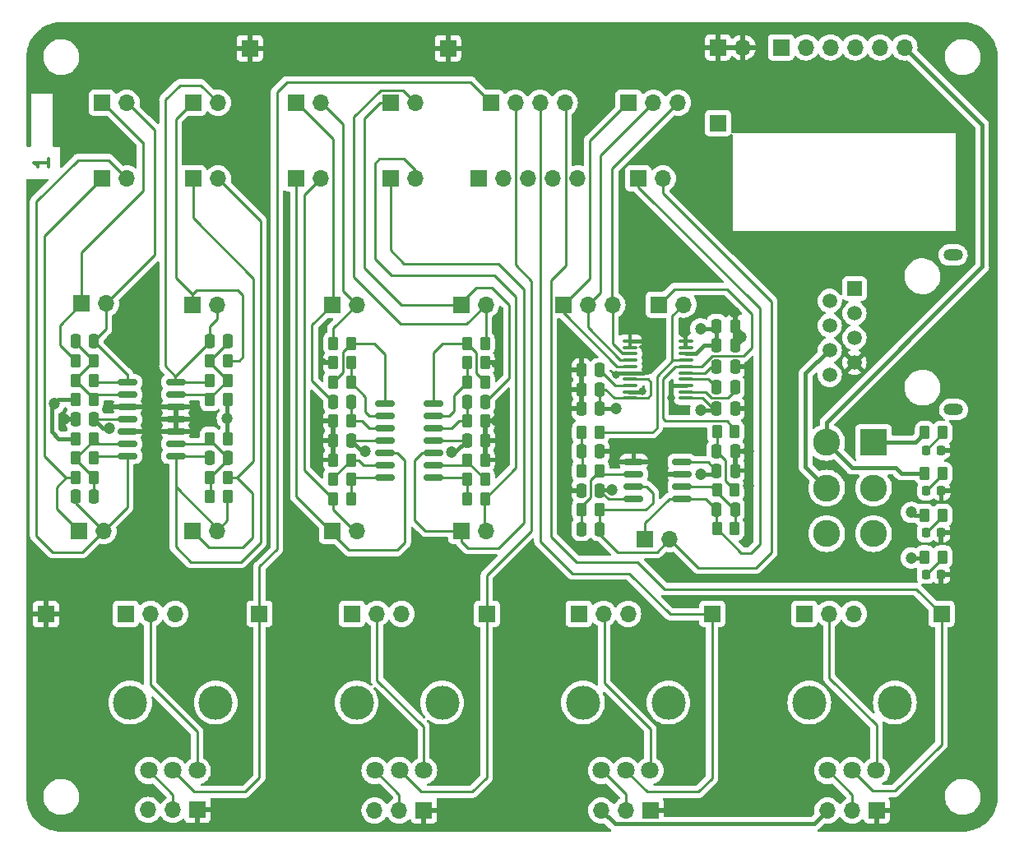
<source format=gbr>
%TF.GenerationSoftware,KiCad,Pcbnew,7.0.1*%
%TF.CreationDate,2023-03-30T14:31:40+01:00*%
%TF.ProjectId,DevBoard,44657642-6f61-4726-942e-6b696361645f,rev?*%
%TF.SameCoordinates,Original*%
%TF.FileFunction,Copper,L1,Top*%
%TF.FilePolarity,Positive*%
%FSLAX46Y46*%
G04 Gerber Fmt 4.6, Leading zero omitted, Abs format (unit mm)*
G04 Created by KiCad (PCBNEW 7.0.1) date 2023-03-30 14:31:40*
%MOMM*%
%LPD*%
G01*
G04 APERTURE LIST*
G04 Aperture macros list*
%AMRoundRect*
0 Rectangle with rounded corners*
0 $1 Rounding radius*
0 $2 $3 $4 $5 $6 $7 $8 $9 X,Y pos of 4 corners*
0 Add a 4 corners polygon primitive as box body*
4,1,4,$2,$3,$4,$5,$6,$7,$8,$9,$2,$3,0*
0 Add four circle primitives for the rounded corners*
1,1,$1+$1,$2,$3*
1,1,$1+$1,$4,$5*
1,1,$1+$1,$6,$7*
1,1,$1+$1,$8,$9*
0 Add four rect primitives between the rounded corners*
20,1,$1+$1,$2,$3,$4,$5,0*
20,1,$1+$1,$4,$5,$6,$7,0*
20,1,$1+$1,$6,$7,$8,$9,0*
20,1,$1+$1,$8,$9,$2,$3,0*%
G04 Aperture macros list end*
%ADD10C,0.300000*%
%TA.AperFunction,NonConductor*%
%ADD11C,0.300000*%
%TD*%
%TA.AperFunction,SMDPad,CuDef*%
%ADD12RoundRect,0.250000X0.262500X0.450000X-0.262500X0.450000X-0.262500X-0.450000X0.262500X-0.450000X0*%
%TD*%
%TA.AperFunction,SMDPad,CuDef*%
%ADD13RoundRect,0.250000X-0.250000X-0.475000X0.250000X-0.475000X0.250000X0.475000X-0.250000X0.475000X0*%
%TD*%
%TA.AperFunction,SMDPad,CuDef*%
%ADD14RoundRect,0.250000X-0.262500X-0.450000X0.262500X-0.450000X0.262500X0.450000X-0.262500X0.450000X0*%
%TD*%
%TA.AperFunction,ComponentPad*%
%ADD15R,1.700000X1.700000*%
%TD*%
%TA.AperFunction,ComponentPad*%
%ADD16O,1.700000X1.700000*%
%TD*%
%TA.AperFunction,SMDPad,CuDef*%
%ADD17RoundRect,0.150000X-0.825000X-0.150000X0.825000X-0.150000X0.825000X0.150000X-0.825000X0.150000X0*%
%TD*%
%TA.AperFunction,SMDPad,CuDef*%
%ADD18RoundRect,0.218750X0.218750X0.256250X-0.218750X0.256250X-0.218750X-0.256250X0.218750X-0.256250X0*%
%TD*%
%TA.AperFunction,SMDPad,CuDef*%
%ADD19RoundRect,0.250000X0.250000X0.475000X-0.250000X0.475000X-0.250000X-0.475000X0.250000X-0.475000X0*%
%TD*%
%TA.AperFunction,ComponentPad*%
%ADD20R,2.775000X2.775000*%
%TD*%
%TA.AperFunction,ComponentPad*%
%ADD21C,2.775000*%
%TD*%
%TA.AperFunction,SMDPad,CuDef*%
%ADD22RoundRect,0.100000X0.637500X0.100000X-0.637500X0.100000X-0.637500X-0.100000X0.637500X-0.100000X0*%
%TD*%
%TA.AperFunction,WasherPad*%
%ADD23C,3.500000*%
%TD*%
%TA.AperFunction,ComponentPad*%
%ADD24C,1.800000*%
%TD*%
%TA.AperFunction,SMDPad,CuDef*%
%ADD25RoundRect,0.218750X-0.218750X-0.256250X0.218750X-0.256250X0.218750X0.256250X-0.218750X0.256250X0*%
%TD*%
%TA.AperFunction,SMDPad,CuDef*%
%ADD26RoundRect,0.150000X0.825000X0.150000X-0.825000X0.150000X-0.825000X-0.150000X0.825000X-0.150000X0*%
%TD*%
%TA.AperFunction,WasherPad*%
%ADD27O,2.000000X1.200000*%
%TD*%
%TA.AperFunction,ComponentPad*%
%ADD28R,1.500000X1.500000*%
%TD*%
%TA.AperFunction,ComponentPad*%
%ADD29C,1.500000*%
%TD*%
%TA.AperFunction,ViaPad*%
%ADD30C,1.200000*%
%TD*%
%TA.AperFunction,ViaPad*%
%ADD31C,0.800000*%
%TD*%
%TA.AperFunction,Conductor*%
%ADD32C,0.250000*%
%TD*%
%TA.AperFunction,Conductor*%
%ADD33C,0.400000*%
%TD*%
G04 APERTURE END LIST*
D10*
%TO.C,FID1*%
D11*
X52293928Y-80671427D02*
X52293928Y-81528570D01*
X52293928Y-81099999D02*
X50793928Y-81099999D01*
X50793928Y-81099999D02*
X51008214Y-81242856D01*
X51008214Y-81242856D02*
X51151071Y-81385713D01*
X51151071Y-81385713D02*
X51222500Y-81528570D01*
%TD*%
D12*
%TO.P,R5,1*%
%TO.N,Net-(U1B--)*%
X56912500Y-109500000D03*
%TO.P,R5,2*%
%TO.N,-5V*%
X55087500Y-109500000D03*
%TD*%
D13*
%TO.P,C24,2*%
%TO.N,GND*%
X122950000Y-110800000D03*
%TO.P,C24,1*%
%TO.N,Net-(C24-Pad1)*%
X121050000Y-110800000D03*
%TD*%
D14*
%TO.P,R14,1*%
%TO.N,Net-(U2C--)*%
X95387500Y-111700000D03*
%TO.P,R14,2*%
%TO.N,GND*%
X97212500Y-111700000D03*
%TD*%
D15*
%TO.P,J41,1,Pin_1*%
%TO.N,GND*%
X52000000Y-127600000D03*
%TD*%
%TO.P,J49,1,Pin_1*%
%TO.N,/EurorackToMCU/CV_In2*%
X67200000Y-82700000D03*
D16*
%TO.P,J49,2,Pin_2*%
%TO.N,/EurorackToMCU/CV_Scaled_Out2*%
X69740000Y-82700000D03*
%TD*%
D17*
%TO.P,U1,1*%
%TO.N,/EurorackToMCU/Audio_Scaled_Out1*%
X60425000Y-103690000D03*
%TO.P,U1,2,-*%
%TO.N,Net-(U1A--)*%
X60425000Y-104960000D03*
%TO.P,U1,3,+*%
%TO.N,GND*%
X60425000Y-106230000D03*
%TO.P,U1,4,V+*%
%TO.N,+3.3VA*%
X60425000Y-107500000D03*
%TO.P,U1,5,+*%
%TO.N,GND*%
X60425000Y-108770000D03*
%TO.P,U1,6,-*%
%TO.N,Net-(U1B--)*%
X60425000Y-110040000D03*
%TO.P,U1,7*%
%TO.N,/EurorackToMCU/CV_Scaled_Out1*%
X60425000Y-111310000D03*
%TO.P,U1,8*%
%TO.N,/EurorackToMCU/CV_Scaled_Out2*%
X65375000Y-111310000D03*
%TO.P,U1,9,-*%
%TO.N,Net-(U1C--)*%
X65375000Y-110040000D03*
%TO.P,U1,10,+*%
%TO.N,GND*%
X65375000Y-108770000D03*
%TO.P,U1,11,V-*%
X65375000Y-107500000D03*
%TO.P,U1,12,+*%
X65375000Y-106230000D03*
%TO.P,U1,13,-*%
%TO.N,Net-(U1D--)*%
X65375000Y-104960000D03*
%TO.P,U1,14*%
%TO.N,/EurorackToMCU/Audio_Scaled_Out2*%
X65375000Y-103690000D03*
%TD*%
D18*
%TO.P,D3,1,K*%
%TO.N,GND*%
X144167500Y-119200000D03*
%TO.P,D3,2,A*%
%TO.N,Net-(D3-A)*%
X142592500Y-119200000D03*
%TD*%
D15*
%TO.P,J3,1,Pin_1*%
%TO.N,/MCUToEurorack/Audio_In2*%
X87500000Y-74900000D03*
D16*
%TO.P,J3,2,Pin_2*%
%TO.N,/MCUToEurorack/Audio_Out2*%
X90040000Y-74900000D03*
%TD*%
D13*
%TO.P,C25,2*%
%TO.N,GND*%
X109050000Y-110835000D03*
%TO.P,C25,1*%
%TO.N,Net-(C25-Pad1)*%
X107150000Y-110835000D03*
%TD*%
D19*
%TO.P,C29,2*%
%TO.N,-12V*%
X121050000Y-112800000D03*
%TO.P,C29,1*%
%TO.N,GND*%
X122950000Y-112800000D03*
%TD*%
%TO.P,C8,1*%
%TO.N,GND*%
X97250000Y-109700000D03*
%TO.P,C8,2*%
%TO.N,-12V*%
X95350000Y-109700000D03*
%TD*%
D18*
%TO.P,D1,1,K*%
%TO.N,GND*%
X144167500Y-110700000D03*
%TO.P,D1,2,A*%
%TO.N,Net-(D1-A)*%
X142592500Y-110700000D03*
%TD*%
D13*
%TO.P,C9,1*%
%TO.N,GND*%
X55042500Y-107500000D03*
%TO.P,C9,2*%
%TO.N,+3.3VA*%
X56942500Y-107500000D03*
%TD*%
D19*
%TO.P,C22,2*%
%TO.N,GND*%
X107150000Y-106435000D03*
%TO.P,C22,1*%
%TO.N,+3.3V*%
X109050000Y-106435000D03*
%TD*%
D14*
%TO.P,R36,1*%
%TO.N,+5V*%
X142487500Y-117400000D03*
%TO.P,R36,2*%
%TO.N,Net-(D3-A)*%
X144312500Y-117400000D03*
%TD*%
D12*
%TO.P,R11,1*%
%TO.N,/EurorackToMCU/CV_Scaled_Out1*%
X56912500Y-111500000D03*
%TO.P,R11,2*%
%TO.N,Net-(U1B--)*%
X55087500Y-111500000D03*
%TD*%
%TO.P,R19,1*%
%TO.N,Net-(R19-Pad1)*%
X83412500Y-113700000D03*
%TO.P,R19,2*%
%TO.N,Net-(U2B--)*%
X81587500Y-113700000D03*
%TD*%
D15*
%TO.P,J21,1,Pin_1*%
%TO.N,/DAC/DAC_OUT_AMP_L*%
X113700000Y-119860000D03*
D16*
%TO.P,J21,2,Pin_2*%
%TO.N,/DAC/DAC_OUT_AMP_R*%
X116240000Y-119860000D03*
%TD*%
D15*
%TO.P,J47,1,Pin_1*%
%TO.N,/Pot4*%
X144200000Y-127550000D03*
%TD*%
D12*
%TO.P,R6,1*%
%TO.N,Net-(U1B--)*%
X56912500Y-113500000D03*
%TO.P,R6,2*%
%TO.N,/EurorackToMCU/CV_In1*%
X55087500Y-113500000D03*
%TD*%
D15*
%TO.P,J17,1,Pin_1*%
%TO.N,GND*%
X137560000Y-147799665D03*
D16*
%TO.P,J17,2,Pin_2*%
%TO.N,Net-(J17-Pin_2)*%
X135020000Y-147799665D03*
%TO.P,J17,3,Pin_3*%
%TO.N,-12V*%
X132480000Y-147799665D03*
%TD*%
D12*
%TO.P,R25,1*%
%TO.N,Net-(R21-Pad1)*%
X83412500Y-99700000D03*
%TO.P,R25,2*%
%TO.N,/MCUToEurorack/Audio_Out1*%
X81587500Y-99700000D03*
%TD*%
D15*
%TO.P,J15,1,Pin_1*%
%TO.N,GND*%
X114260000Y-147799665D03*
D16*
%TO.P,J15,2,Pin_2*%
%TO.N,Net-(J15-Pin_2)*%
X111720000Y-147799665D03*
%TO.P,J15,3,Pin_3*%
%TO.N,-12V*%
X109180000Y-147799665D03*
%TD*%
D15*
%TO.P,J4,1,Pin_1*%
%TO.N,/MCUToEurorack/Audio_In2*%
X94792500Y-95700000D03*
D16*
%TO.P,J4,2,Pin_2*%
%TO.N,/MCUToEurorack/Audio_Out2*%
X97332500Y-95700000D03*
%TD*%
D14*
%TO.P,R31,2*%
%TO.N,/DAC/DAC_OUT_R*%
X109012500Y-108835000D03*
%TO.P,R31,1*%
%TO.N,Net-(C25-Pad1)*%
X107187500Y-108835000D03*
%TD*%
D12*
%TO.P,R17,1*%
%TO.N,Net-(U2A--)*%
X83412500Y-101700000D03*
%TO.P,R17,2*%
%TO.N,GND*%
X81587500Y-101700000D03*
%TD*%
D15*
%TO.P,J26,1,Pin_1*%
%TO.N,/DAC/DAC_LRCLK*%
X112000000Y-74900000D03*
D16*
%TO.P,J26,2,Pin_2*%
%TO.N,/DAC/DAC_DATA*%
X114540000Y-74900000D03*
%TO.P,J26,3,Pin_3*%
%TO.N,/DAC/DAC_BCLK*%
X117080000Y-74900000D03*
%TD*%
D19*
%TO.P,C1,1*%
%TO.N,/EurorackToMCU/Audio_Scaled_Out1*%
X56950000Y-99500000D03*
%TO.P,C1,2*%
%TO.N,Net-(U1A--)*%
X55050000Y-99500000D03*
%TD*%
D13*
%TO.P,C3,1*%
%TO.N,/EurorackToMCU/CV_Scaled_Out1*%
X55050000Y-115500000D03*
%TO.P,C3,2*%
%TO.N,Net-(U1B--)*%
X56950000Y-115500000D03*
%TD*%
D16*
%TO.P,J25,5,Pin_5*%
%TO.N,/Interconnect5*%
X106760000Y-82700000D03*
%TO.P,J25,4,Pin_4*%
%TO.N,/Interconnect4*%
X104220000Y-82700000D03*
%TO.P,J25,3,Pin_3*%
%TO.N,/Interconnect3*%
X101680000Y-82700000D03*
%TO.P,J25,2,Pin_2*%
%TO.N,/Interconnect2*%
X99140000Y-82700000D03*
D15*
%TO.P,J25,1,Pin_1*%
%TO.N,/Interconnect1*%
X96600000Y-82700000D03*
%TD*%
D13*
%TO.P,C16,2*%
%TO.N,GND*%
X122950000Y-106400000D03*
%TO.P,C16,1*%
%TO.N,+3.3VA*%
X121050000Y-106400000D03*
%TD*%
D20*
%TO.P,SW2,1,A*%
%TO.N,+12V*%
X137215000Y-109900000D03*
D21*
%TO.P,SW2,2,B*%
%TO.N,/+12V_IN*%
X137215000Y-114600000D03*
%TO.P,SW2,3,C*%
%TO.N,unconnected-(SW2A-C-Pad3)*%
X137215000Y-119300000D03*
%TO.P,SW2,4,A*%
%TO.N,-12V*%
X132385000Y-109900000D03*
%TO.P,SW2,5,B*%
%TO.N,/-12V_IN*%
X132385000Y-114600000D03*
%TO.P,SW2,6,C*%
%TO.N,unconnected-(SW2B-C-Pad6)*%
X132385000Y-119300000D03*
%TD*%
D22*
%TO.P,U6,1,CPVDD*%
%TO.N,+3.3VA*%
X117862500Y-105325000D03*
%TO.P,U6,2,CAPP*%
%TO.N,Net-(U6-CAPP)*%
X117862500Y-104675000D03*
%TO.P,U6,3,CPGND*%
%TO.N,GND*%
X117862500Y-104025000D03*
%TO.P,U6,4,CAPM*%
%TO.N,Net-(U6-CAPM)*%
X117862500Y-103375000D03*
%TO.P,U6,5,VNEG*%
%TO.N,Net-(U6-VNEG)*%
X117862500Y-102725000D03*
%TO.P,U6,6,OUTL*%
%TO.N,/DAC/DAC_OUT_L*%
X117862500Y-102075000D03*
%TO.P,U6,7,OUTR*%
%TO.N,/DAC/DAC_OUT_R*%
X117862500Y-101425000D03*
%TO.P,U6,8,AVDD*%
%TO.N,+3.3VA*%
X117862500Y-100775000D03*
%TO.P,U6,9,AGND*%
%TO.N,GND*%
X117862500Y-100125000D03*
%TO.P,U6,10,DEMP*%
X117862500Y-99475000D03*
%TO.P,U6,11,FLT*%
X112137500Y-99475000D03*
%TO.P,U6,12,SCK*%
X112137500Y-100125000D03*
%TO.P,U6,13,BCK*%
%TO.N,/DAC/DAC_BCLK*%
X112137500Y-100775000D03*
%TO.P,U6,14,DIN*%
%TO.N,/DAC/DAC_DATA*%
X112137500Y-101425000D03*
%TO.P,U6,15,LRCK*%
%TO.N,/DAC/DAC_LRCLK*%
X112137500Y-102075000D03*
%TO.P,U6,16,FMT*%
%TO.N,GND*%
X112137500Y-102725000D03*
%TO.P,U6,17,XSMT*%
%TO.N,+3.3V*%
X112137500Y-103375000D03*
%TO.P,U6,18,LDOO*%
%TO.N,Net-(U6-LDOO)*%
X112137500Y-104025000D03*
%TO.P,U6,19,DGND*%
%TO.N,GND*%
X112137500Y-104675000D03*
%TO.P,U6,20,DVDD*%
%TO.N,+3.3V*%
X112137500Y-105325000D03*
%TD*%
D14*
%TO.P,R20,1*%
%TO.N,Net-(R20-Pad1)*%
X95387500Y-113700000D03*
%TO.P,R20,2*%
%TO.N,Net-(U2C--)*%
X97212500Y-113700000D03*
%TD*%
%TO.P,R26,1*%
%TO.N,Net-(R22-Pad1)*%
X95387500Y-99700000D03*
%TO.P,R26,2*%
%TO.N,/MCUToEurorack/Audio_Out2*%
X97212500Y-99700000D03*
%TD*%
D12*
%TO.P,R1,1*%
%TO.N,Net-(U1A--)*%
X56912500Y-105500000D03*
%TO.P,R1,2*%
%TO.N,-5V*%
X55087500Y-105500000D03*
%TD*%
D15*
%TO.P,J2,1,Pin_1*%
%TO.N,/MCUToEurorack/Audio_In1*%
X81492500Y-95700000D03*
D16*
%TO.P,J2,2,Pin_2*%
%TO.N,/MCUToEurorack/Audio_Out1*%
X84032500Y-95700000D03*
%TD*%
D23*
%TO.P,RV3,*%
%TO.N,*%
X107300000Y-136700000D03*
X116100000Y-136700000D03*
D24*
%TO.P,RV3,1,1*%
%TO.N,Net-(J14-Pin_2)*%
X114200000Y-143700000D03*
%TO.P,RV3,2,2*%
%TO.N,/Pot3*%
X111700000Y-143700000D03*
%TO.P,RV3,3,3*%
%TO.N,Net-(J15-Pin_2)*%
X109200000Y-143700000D03*
%TD*%
D19*
%TO.P,C20,2*%
%TO.N,Net-(U6-CAPM)*%
X121050000Y-104200000D03*
%TO.P,C20,1*%
%TO.N,Net-(U6-CAPP)*%
X122950000Y-104200000D03*
%TD*%
D15*
%TO.P,J50,1,Pin_1*%
%TO.N,/EurorackToMCU/Audio12V_In1*%
X55667500Y-95600000D03*
D16*
%TO.P,J50,2,Pin_2*%
%TO.N,/EurorackToMCU/Audio_Scaled_Out1*%
X58207500Y-95600000D03*
%TD*%
D25*
%TO.P,D2,1,K*%
%TO.N,Net-(D2-K)*%
X142612500Y-114900000D03*
%TO.P,D2,2,A*%
%TO.N,GND*%
X144187500Y-114900000D03*
%TD*%
D23*
%TO.P,RV2,*%
%TO.N,*%
X84000000Y-136700000D03*
X92800000Y-136700000D03*
D24*
%TO.P,RV2,1,1*%
%TO.N,Net-(J12-Pin_2)*%
X90900000Y-143700000D03*
%TO.P,RV2,2,2*%
%TO.N,/Pot2*%
X88400000Y-143700000D03*
%TO.P,RV2,3,3*%
%TO.N,Net-(J13-Pin_2)*%
X85900000Y-143700000D03*
%TD*%
D15*
%TO.P,J10,1,Pin_1*%
%TO.N,GND*%
X67625000Y-147750000D03*
D16*
%TO.P,J10,2,Pin_2*%
%TO.N,Net-(J10-Pin_2)*%
X65085000Y-147750000D03*
%TO.P,J10,3,Pin_3*%
%TO.N,-12V*%
X62545000Y-147750000D03*
%TD*%
D15*
%TO.P,J18,1,Pin_1*%
%TO.N,/DAC/DAC_LRCLK*%
X105255000Y-95735000D03*
D16*
%TO.P,J18,2,Pin_2*%
%TO.N,/DAC/DAC_DATA*%
X107795000Y-95735000D03*
%TO.P,J18,3,Pin_3*%
%TO.N,/DAC/DAC_BCLK*%
X110335000Y-95735000D03*
%TD*%
D19*
%TO.P,C27,2*%
%TO.N,Net-(U8B--)*%
X107150000Y-118835000D03*
%TO.P,C27,1*%
%TO.N,/DAC/DAC_OUT_AMP_R*%
X109050000Y-118835000D03*
%TD*%
D14*
%TO.P,R32,2*%
%TO.N,Net-(C24-Pad1)*%
X122912500Y-114800000D03*
%TO.P,R32,1*%
%TO.N,Net-(U8A--)*%
X121087500Y-114800000D03*
%TD*%
D18*
%TO.P,D4,1,K*%
%TO.N,GND*%
X144167500Y-123500000D03*
%TO.P,D4,2,A*%
%TO.N,Net-(D4-A)*%
X142592500Y-123500000D03*
%TD*%
D12*
%TO.P,R15,1*%
%TO.N,Net-(U2A-+)*%
X83412500Y-107700000D03*
%TO.P,R15,2*%
%TO.N,GND*%
X81587500Y-107700000D03*
%TD*%
%TO.P,R13,1*%
%TO.N,Net-(U2B--)*%
X83412500Y-111700000D03*
%TO.P,R13,2*%
%TO.N,GND*%
X81587500Y-111700000D03*
%TD*%
%TO.P,R9,1*%
%TO.N,/EurorackToMCU/Audio_Scaled_Out1*%
X56912500Y-103500000D03*
%TO.P,R9,2*%
%TO.N,Net-(U1A--)*%
X55087500Y-103500000D03*
%TD*%
D15*
%TO.P,J12,1,Pin_1*%
%TO.N,+12V*%
X83530000Y-127550000D03*
D16*
%TO.P,J12,2,Pin_2*%
%TO.N,Net-(J12-Pin_2)*%
X86070000Y-127550000D03*
%TO.P,J12,3,Pin_3*%
%TO.N,+3.3V*%
X88610000Y-127550000D03*
%TD*%
D15*
%TO.P,J8,1,Pin_1*%
%TO.N,/MCUToEurorack/CV2_In*%
X87500000Y-82700000D03*
D16*
%TO.P,J8,2,Pin_2*%
%TO.N,/MCUToEurorack/CV2_Out*%
X90040000Y-82700000D03*
%TD*%
D15*
%TO.P,J14,1,Pin_1*%
%TO.N,+12V*%
X106865000Y-127550000D03*
D16*
%TO.P,J14,2,Pin_2*%
%TO.N,Net-(J14-Pin_2)*%
X109405000Y-127550000D03*
%TO.P,J14,3,Pin_3*%
%TO.N,+3.3V*%
X111945000Y-127550000D03*
%TD*%
D13*
%TO.P,C23,2*%
%TO.N,Net-(U6-LDOO)*%
X109050000Y-102435000D03*
%TO.P,C23,1*%
%TO.N,GND*%
X107150000Y-102435000D03*
%TD*%
D17*
%TO.P,U2,1*%
%TO.N,Net-(R21-Pad1)*%
X86925000Y-105890000D03*
%TO.P,U2,2,-*%
%TO.N,Net-(U2A--)*%
X86925000Y-107160000D03*
%TO.P,U2,3,+*%
%TO.N,Net-(U2A-+)*%
X86925000Y-108430000D03*
%TO.P,U2,4,V+*%
%TO.N,+12V*%
X86925000Y-109700000D03*
%TO.P,U2,5,+*%
%TO.N,/MCUToEurorack/CV1_In*%
X86925000Y-110970000D03*
%TO.P,U2,6,-*%
%TO.N,Net-(U2B--)*%
X86925000Y-112240000D03*
%TO.P,U2,7*%
%TO.N,Net-(R19-Pad1)*%
X86925000Y-113510000D03*
%TO.P,U2,8*%
%TO.N,Net-(R20-Pad1)*%
X91875000Y-113510000D03*
%TO.P,U2,9,-*%
%TO.N,Net-(U2C--)*%
X91875000Y-112240000D03*
%TO.P,U2,10,+*%
%TO.N,/MCUToEurorack/CV2_In*%
X91875000Y-110970000D03*
%TO.P,U2,11,V-*%
%TO.N,-12V*%
X91875000Y-109700000D03*
%TO.P,U2,12,+*%
%TO.N,Net-(U2D-+)*%
X91875000Y-108430000D03*
%TO.P,U2,13,-*%
%TO.N,Net-(U2D--)*%
X91875000Y-107160000D03*
%TO.P,U2,14*%
%TO.N,Net-(R22-Pad1)*%
X91875000Y-105890000D03*
%TD*%
D14*
%TO.P,R8,1*%
%TO.N,Net-(U1C--)*%
X68887500Y-113500000D03*
%TO.P,R8,2*%
%TO.N,/EurorackToMCU/CV_In2*%
X70712500Y-113500000D03*
%TD*%
%TO.P,R37,1*%
%TO.N,+3.3V*%
X142487500Y-121700000D03*
%TO.P,R37,2*%
%TO.N,Net-(D4-A)*%
X144312500Y-121700000D03*
%TD*%
D15*
%TO.P,J19,1,Pin_1*%
%TO.N,/DAC/DAC_OUT_L*%
X115100000Y-95700000D03*
D16*
%TO.P,J19,2,Pin_2*%
%TO.N,/DAC/DAC_OUT_R*%
X117640000Y-95700000D03*
%TD*%
D14*
%TO.P,R7,1*%
%TO.N,Net-(U1C--)*%
X68887500Y-109500000D03*
%TO.P,R7,2*%
%TO.N,-5V*%
X70712500Y-109500000D03*
%TD*%
D12*
%TO.P,R23,1*%
%TO.N,Net-(R19-Pad1)*%
X83412500Y-115700000D03*
%TO.P,R23,2*%
%TO.N,/MCUToEurorack/CV1_Out*%
X81587500Y-115700000D03*
%TD*%
D15*
%TO.P,J39,1,Pin_1*%
%TO.N,GND*%
X93400000Y-69300000D03*
%TD*%
%TO.P,J20,1,Pin_1*%
%TO.N,/DAC/DAC_OUT_AMP_L*%
X113000000Y-82700000D03*
D16*
%TO.P,J20,2,Pin_2*%
%TO.N,/DAC/DAC_OUT_AMP_R*%
X115540000Y-82700000D03*
%TD*%
D12*
%TO.P,R33,2*%
%TO.N,Net-(C25-Pad1)*%
X107187500Y-112835000D03*
%TO.P,R33,1*%
%TO.N,Net-(U8B--)*%
X109012500Y-112835000D03*
%TD*%
D26*
%TO.P,U8,1*%
%TO.N,/DAC/DAC_OUT_AMP_L*%
X117475000Y-115705000D03*
%TO.P,U8,2,-*%
%TO.N,Net-(U8A--)*%
X117475000Y-114435000D03*
%TO.P,U8,3,+*%
%TO.N,GND*%
X117475000Y-113165000D03*
%TO.P,U8,4,V-*%
%TO.N,-12V*%
X117475000Y-111895000D03*
%TO.P,U8,5,+*%
%TO.N,GND*%
X112525000Y-111895000D03*
%TO.P,U8,6,-*%
%TO.N,Net-(U8B--)*%
X112525000Y-113165000D03*
%TO.P,U8,7*%
%TO.N,/DAC/DAC_OUT_AMP_R*%
X112525000Y-114435000D03*
%TO.P,U8,8,V+*%
%TO.N,+12V*%
X112525000Y-115705000D03*
%TD*%
D14*
%TO.P,R16,1*%
%TO.N,Net-(U2D-+)*%
X95387500Y-107700000D03*
%TO.P,R16,2*%
%TO.N,GND*%
X97212500Y-107700000D03*
%TD*%
D13*
%TO.P,C26,2*%
%TO.N,Net-(U8A--)*%
X122950000Y-116800000D03*
%TO.P,C26,1*%
%TO.N,/DAC/DAC_OUT_AMP_L*%
X121050000Y-116800000D03*
%TD*%
%TO.P,C6,1*%
%TO.N,Net-(U2D-+)*%
X95350000Y-105700000D03*
%TO.P,C6,2*%
%TO.N,/MCUToEurorack/Audio_In2*%
X97250000Y-105700000D03*
%TD*%
%TO.P,C18,2*%
%TO.N,GND*%
X122950000Y-97900000D03*
%TO.P,C18,1*%
%TO.N,+3.3VA*%
X121050000Y-97900000D03*
%TD*%
%TO.P,C7,1*%
%TO.N,GND*%
X81550000Y-109700000D03*
%TO.P,C7,2*%
%TO.N,+12V*%
X83450000Y-109700000D03*
%TD*%
%TO.P,C4,1*%
%TO.N,/EurorackToMCU/CV_Scaled_Out2*%
X68850000Y-111500000D03*
%TO.P,C4,2*%
%TO.N,Net-(U1C--)*%
X70750000Y-111500000D03*
%TD*%
D23*
%TO.P,RV4,*%
%TO.N,*%
X130600000Y-136700000D03*
X139400000Y-136700000D03*
D24*
%TO.P,RV4,1,1*%
%TO.N,Net-(J16-Pin_2)*%
X137500000Y-143700000D03*
%TO.P,RV4,2,2*%
%TO.N,/Pot4*%
X135000000Y-143700000D03*
%TO.P,RV4,3,3*%
%TO.N,Net-(J17-Pin_2)*%
X132500000Y-143700000D03*
%TD*%
D15*
%TO.P,J35,1,Pin_1*%
%TO.N,+3.3V*%
X127700000Y-69200000D03*
D16*
%TO.P,J35,2,Pin_2*%
%TO.N,+3.3VA*%
X130240000Y-69200000D03*
%TO.P,J35,3,Pin_3*%
%TO.N,+5V*%
X132780000Y-69200000D03*
%TO.P,J35,4,Pin_4*%
%TO.N,-5V*%
X135320000Y-69200000D03*
%TO.P,J35,5,Pin_5*%
%TO.N,+12V*%
X137860000Y-69200000D03*
%TO.P,J35,6,Pin_6*%
%TO.N,-12V*%
X140400000Y-69200000D03*
%TD*%
D13*
%TO.P,C17,2*%
%TO.N,GND*%
X122950000Y-99900000D03*
%TO.P,C17,1*%
%TO.N,+3.3VA*%
X121050000Y-99900000D03*
%TD*%
D14*
%TO.P,R18,1*%
%TO.N,Net-(U2D--)*%
X95387500Y-101700000D03*
%TO.P,R18,2*%
%TO.N,GND*%
X97212500Y-101700000D03*
%TD*%
D15*
%TO.P,J33,1,Pin_1*%
%TO.N,/EurorackToMCU/CV_In2*%
X67100000Y-119000000D03*
D16*
%TO.P,J33,2,Pin_2*%
%TO.N,/EurorackToMCU/CV_Scaled_Out2*%
X69640000Y-119000000D03*
%TD*%
D15*
%TO.P,J32,1,Pin_1*%
%TO.N,/EurorackToMCU/Audio12V_In2*%
X67092500Y-95700000D03*
D16*
%TO.P,J32,2,Pin_2*%
%TO.N,/EurorackToMCU/Audio_Scaled_Out2*%
X69632500Y-95700000D03*
%TD*%
D15*
%TO.P,J52,1,Pin_1*%
%TO.N,/Pot1*%
X97800000Y-74900000D03*
D16*
%TO.P,J52,2,Pin_2*%
%TO.N,/Pot2*%
X100340000Y-74900000D03*
%TO.P,J52,3,Pin_3*%
%TO.N,/Pot3*%
X102880000Y-74900000D03*
%TO.P,J52,4,Pin_4*%
%TO.N,/Pot4*%
X105420000Y-74900000D03*
%TD*%
D15*
%TO.P,J51,1,Pin_1*%
%TO.N,/EurorackToMCU/Audio12V_In2*%
X67200000Y-74900000D03*
D16*
%TO.P,J51,2,Pin_2*%
%TO.N,/EurorackToMCU/Audio_Scaled_Out2*%
X69740000Y-74900000D03*
%TD*%
D14*
%TO.P,R4,1*%
%TO.N,Net-(U1D--)*%
X68887500Y-101500000D03*
%TO.P,R4,2*%
%TO.N,/EurorackToMCU/Audio12V_In2*%
X70712500Y-101500000D03*
%TD*%
D15*
%TO.P,J45,1,Pin_1*%
%TO.N,/Pot2*%
X97400000Y-127550000D03*
%TD*%
%TO.P,J46,1,Pin_1*%
%TO.N,/Pot3*%
X120600000Y-127550000D03*
%TD*%
%TO.P,J30,1,Pin_1*%
%TO.N,/EurorackToMCU/CV_In1*%
X57800000Y-82700000D03*
D16*
%TO.P,J30,2,Pin_2*%
%TO.N,/EurorackToMCU/CV_Scaled_Out1*%
X60340000Y-82700000D03*
%TD*%
D12*
%TO.P,R2,1*%
%TO.N,Net-(U1A--)*%
X56912500Y-101500000D03*
%TO.P,R2,2*%
%TO.N,/EurorackToMCU/Audio12V_In1*%
X55087500Y-101500000D03*
%TD*%
D13*
%TO.P,C21,2*%
%TO.N,GND*%
X122950000Y-102100000D03*
%TO.P,C21,1*%
%TO.N,Net-(U6-VNEG)*%
X121050000Y-102100000D03*
%TD*%
D15*
%TO.P,J6,1,Pin_1*%
%TO.N,/MCUToEurorack/CV1_In*%
X77775000Y-82700000D03*
D16*
%TO.P,J6,2,Pin_2*%
%TO.N,/MCUToEurorack/CV1_Out*%
X80315000Y-82700000D03*
%TD*%
D13*
%TO.P,C2,1*%
%TO.N,/EurorackToMCU/Audio_Scaled_Out2*%
X68850000Y-99500000D03*
%TO.P,C2,2*%
%TO.N,Net-(U1D--)*%
X70750000Y-99500000D03*
%TD*%
D14*
%TO.P,R21,1*%
%TO.N,Net-(R21-Pad1)*%
X81587500Y-103700000D03*
%TO.P,R21,2*%
%TO.N,Net-(U2A--)*%
X83412500Y-103700000D03*
%TD*%
D15*
%TO.P,J40,1,Pin_1*%
%TO.N,GND*%
X121200000Y-69200000D03*
D16*
%TO.P,J40,2,Pin_2*%
X123740000Y-69200000D03*
%TD*%
D15*
%TO.P,J1,1,Pin_1*%
%TO.N,/MCUToEurorack/Audio_In1*%
X77750000Y-74900000D03*
D16*
%TO.P,J1,2,Pin_2*%
%TO.N,/MCUToEurorack/Audio_Out1*%
X80290000Y-74900000D03*
%TD*%
D15*
%TO.P,J23,1,Pin_1*%
%TO.N,GND*%
X73000000Y-69300000D03*
%TD*%
%TO.P,J7,1,Pin_1*%
%TO.N,/MCUToEurorack/CV2_In*%
X94800000Y-119000000D03*
D16*
%TO.P,J7,2,Pin_2*%
%TO.N,/MCUToEurorack/CV2_Out*%
X97340000Y-119000000D03*
%TD*%
D14*
%TO.P,R34,2*%
%TO.N,Net-(U8A--)*%
X122912500Y-118800000D03*
%TO.P,R34,1*%
%TO.N,/DAC/DAC_OUT_AMP_L*%
X121087500Y-118800000D03*
%TD*%
D19*
%TO.P,C19,2*%
%TO.N,GND*%
X107150000Y-104435000D03*
%TO.P,C19,1*%
%TO.N,+3.3V*%
X109050000Y-104435000D03*
%TD*%
D12*
%TO.P,R12,1*%
%TO.N,/EurorackToMCU/CV_Scaled_Out2*%
X70712500Y-115500000D03*
%TO.P,R12,2*%
%TO.N,Net-(U1C--)*%
X68887500Y-115500000D03*
%TD*%
D14*
%TO.P,R10,1*%
%TO.N,/EurorackToMCU/Audio_Scaled_Out2*%
X68887500Y-103500000D03*
%TO.P,R10,2*%
%TO.N,Net-(U1D--)*%
X70712500Y-103500000D03*
%TD*%
D15*
%TO.P,J44,1,Pin_1*%
%TO.N,/Pot1*%
X74000000Y-127550000D03*
%TD*%
D23*
%TO.P,RV1,*%
%TO.N,*%
X60700000Y-136700000D03*
X69500000Y-136700000D03*
D24*
%TO.P,RV1,1,1*%
%TO.N,Net-(J9-Pin_2)*%
X67600000Y-143700000D03*
%TO.P,RV1,2,2*%
%TO.N,/Pot1*%
X65100000Y-143700000D03*
%TO.P,RV1,3,3*%
%TO.N,Net-(J10-Pin_2)*%
X62600000Y-143700000D03*
%TD*%
D14*
%TO.P,R30,2*%
%TO.N,/DAC/DAC_OUT_L*%
X122912500Y-108800000D03*
%TO.P,R30,1*%
%TO.N,Net-(C24-Pad1)*%
X121087500Y-108800000D03*
%TD*%
%TO.P,R27,1*%
%TO.N,+12V*%
X142487500Y-108900000D03*
%TO.P,R27,2*%
%TO.N,Net-(D1-A)*%
X144312500Y-108900000D03*
%TD*%
D15*
%TO.P,J16,1,Pin_1*%
%TO.N,+12V*%
X130100000Y-127550000D03*
D16*
%TO.P,J16,2,Pin_2*%
%TO.N,Net-(J16-Pin_2)*%
X132640000Y-127550000D03*
%TO.P,J16,3,Pin_3*%
%TO.N,+3.3V*%
X135180000Y-127550000D03*
%TD*%
D12*
%TO.P,R22,1*%
%TO.N,Net-(R22-Pad1)*%
X97212500Y-103700000D03*
%TO.P,R22,2*%
%TO.N,Net-(U2D--)*%
X95387500Y-103700000D03*
%TD*%
D15*
%TO.P,J31,1,Pin_1*%
%TO.N,/EurorackToMCU/Audio12V_In1*%
X57800000Y-74900000D03*
D16*
%TO.P,J31,2,Pin_2*%
%TO.N,/EurorackToMCU/Audio_Scaled_Out1*%
X60340000Y-74900000D03*
%TD*%
D19*
%TO.P,C5,1*%
%TO.N,Net-(U2A-+)*%
X83450000Y-105700000D03*
%TO.P,C5,2*%
%TO.N,/MCUToEurorack/Audio_In1*%
X81550000Y-105700000D03*
%TD*%
D15*
%TO.P,J5,1,Pin_1*%
%TO.N,/MCUToEurorack/CV1_In*%
X81500000Y-119000000D03*
D16*
%TO.P,J5,2,Pin_2*%
%TO.N,/MCUToEurorack/CV1_Out*%
X84040000Y-119000000D03*
%TD*%
D12*
%TO.P,R35,2*%
%TO.N,Net-(U8B--)*%
X107187500Y-116835000D03*
%TO.P,R35,1*%
%TO.N,/DAC/DAC_OUT_AMP_R*%
X109012500Y-116835000D03*
%TD*%
D14*
%TO.P,R28,1*%
%TO.N,-12V*%
X142487500Y-113100000D03*
%TO.P,R28,2*%
%TO.N,Net-(D2-K)*%
X144312500Y-113100000D03*
%TD*%
D15*
%TO.P,J9,1,Pin_1*%
%TO.N,+12V*%
X60230000Y-127550000D03*
D16*
%TO.P,J9,2,Pin_2*%
%TO.N,Net-(J9-Pin_2)*%
X62770000Y-127550000D03*
%TO.P,J9,3,Pin_3*%
%TO.N,+3.3V*%
X65310000Y-127550000D03*
%TD*%
D15*
%TO.P,J48,1,Pin_1*%
%TO.N,/EurorackToMCU/CV_In1*%
X55400000Y-119000000D03*
D16*
%TO.P,J48,2,Pin_2*%
%TO.N,/EurorackToMCU/CV_Scaled_Out1*%
X57940000Y-119000000D03*
%TD*%
D15*
%TO.P,J13,1,Pin_1*%
%TO.N,GND*%
X90925000Y-147800000D03*
D16*
%TO.P,J13,2,Pin_2*%
%TO.N,Net-(J13-Pin_2)*%
X88385000Y-147800000D03*
%TO.P,J13,3,Pin_3*%
%TO.N,-12V*%
X85845000Y-147800000D03*
%TD*%
D13*
%TO.P,C28,2*%
%TO.N,+12V*%
X109050000Y-114835000D03*
%TO.P,C28,1*%
%TO.N,GND*%
X107150000Y-114835000D03*
%TD*%
D15*
%TO.P,J22,1,Pin_1*%
%TO.N,/Voltmeter_In*%
X121200000Y-77000000D03*
%TD*%
D14*
%TO.P,R3,1*%
%TO.N,Net-(U1D--)*%
X68887500Y-105500000D03*
%TO.P,R3,2*%
%TO.N,-5V*%
X70712500Y-105500000D03*
%TD*%
%TO.P,R24,1*%
%TO.N,Net-(R20-Pad1)*%
X95387500Y-115700000D03*
%TO.P,R24,2*%
%TO.N,/MCUToEurorack/CV2_Out*%
X97212500Y-115700000D03*
%TD*%
D27*
%TO.P,J11,*%
%TO.N,*%
X145400000Y-90600000D03*
X145450000Y-106500000D03*
D28*
%TO.P,J11,1*%
%TO.N,/Interconnect1*%
X135250000Y-94050000D03*
D29*
%TO.P,J11,2*%
%TO.N,/Interconnect2*%
X132710000Y-95320000D03*
%TO.P,J11,3*%
%TO.N,/Interconnect3*%
X135250000Y-96590000D03*
%TO.P,J11,4*%
%TO.N,/Interconnect4*%
X132710000Y-97860000D03*
%TO.P,J11,5*%
%TO.N,/Interconnect5*%
X135250000Y-99130000D03*
%TO.P,J11,6*%
%TO.N,/-12V_IN*%
X132710000Y-100400000D03*
%TO.P,J11,7*%
%TO.N,GND*%
X135250000Y-101670000D03*
%TO.P,J11,8*%
%TO.N,/+12V_IN*%
X132710000Y-102940000D03*
%TD*%
D30*
%TO.N,GND*%
X105600000Y-102400000D03*
X53900000Y-107500000D03*
X105600000Y-104400000D03*
X124300000Y-110800000D03*
X98900000Y-112100000D03*
D31*
X80500000Y-101600000D03*
D30*
X105600000Y-107800000D03*
X114500000Y-112100000D03*
X79900000Y-110700000D03*
X122900000Y-96500000D03*
X98400000Y-107700000D03*
X124300000Y-114400000D03*
X113900000Y-102300000D03*
D31*
X116400000Y-105300000D03*
D30*
X117700000Y-98500000D03*
D31*
X113400000Y-104600000D03*
D30*
X123600000Y-99000000D03*
D31*
X98300000Y-101800000D03*
D30*
X80000000Y-107700000D03*
X105700000Y-114800000D03*
D31*
X110700000Y-102900000D03*
D30*
%TO.N,+12V*%
X84900000Y-110800000D03*
X110300000Y-114800000D03*
%TO.N,-12V*%
X119400000Y-113200000D03*
X93800000Y-110900000D03*
%TO.N,+5V*%
X141100000Y-117100000D03*
%TO.N,+3.3VA*%
X119400000Y-106600000D03*
X119400000Y-98200000D03*
X58576901Y-108399500D03*
%TO.N,-5V*%
X52900000Y-105900000D03*
X70700000Y-107400000D03*
%TO.N,+3.3V*%
X110700000Y-106400000D03*
X141100500Y-121800000D03*
%TD*%
D32*
%TO.N,/EurorackToMCU/Audio_Scaled_Out1*%
X60410000Y-74900000D02*
X60340000Y-74900000D01*
X63200000Y-77690000D02*
X60410000Y-74900000D01*
X63200000Y-90607500D02*
X63200000Y-77690000D01*
X58207500Y-95600000D02*
X63200000Y-90607500D01*
%TO.N,/EurorackToMCU/Audio12V_In1*%
X57870000Y-74900000D02*
X57800000Y-74900000D01*
X61970000Y-79000000D02*
X57870000Y-74900000D01*
X62000000Y-79000000D02*
X61970000Y-79000000D01*
X55667500Y-90332500D02*
X62000000Y-84000000D01*
X62000000Y-84000000D02*
X62000000Y-79000000D01*
X55667500Y-95600000D02*
X55667500Y-90332500D01*
%TO.N,/EurorackToMCU/CV_Scaled_Out1*%
X51000000Y-119500000D02*
X52700000Y-121200000D01*
X51000000Y-85100000D02*
X51000000Y-119500000D01*
X55300000Y-80800000D02*
X51000000Y-85100000D01*
X55740000Y-121200000D02*
X57940000Y-119000000D01*
X58440000Y-80800000D02*
X55300000Y-80800000D01*
X60340000Y-82700000D02*
X58440000Y-80800000D01*
X52700000Y-121200000D02*
X55740000Y-121200000D01*
%TO.N,/EurorackToMCU/CV_In1*%
X51900000Y-88595000D02*
X57795000Y-82700000D01*
X51900000Y-111320000D02*
X51900000Y-88595000D01*
X57795000Y-82700000D02*
X57800000Y-82700000D01*
X54090000Y-113510000D02*
X51900000Y-111320000D01*
%TO.N,/EurorackToMCU/CV_Scaled_Out2*%
X66900000Y-122200000D02*
X65367500Y-120667500D01*
X72100000Y-122200000D02*
X66900000Y-122200000D01*
X69740000Y-82707500D02*
X74100000Y-87067500D01*
X74100000Y-87067500D02*
X74100000Y-120200000D01*
X74100000Y-120200000D02*
X72100000Y-122200000D01*
X69740000Y-82700000D02*
X69740000Y-82707500D01*
X65367500Y-120667500D02*
X65367500Y-113867500D01*
%TO.N,/EurorackToMCU/CV_In2*%
X73400000Y-93000000D02*
X67200000Y-86800000D01*
X73400000Y-111800000D02*
X73400000Y-93000000D01*
X71690000Y-113510000D02*
X73400000Y-111800000D01*
X67200000Y-86800000D02*
X67200000Y-82700000D01*
%TO.N,/MCUToEurorack/CV1_In*%
X81225000Y-119000000D02*
X81225000Y-118925000D01*
X81225000Y-118925000D02*
X77775000Y-115475000D01*
X77775000Y-115475000D02*
X77775000Y-82700000D01*
X83225000Y-121000000D02*
X81225000Y-119000000D01*
%TO.N,/MCUToEurorack/CV1_Out*%
X81612500Y-115732500D02*
X81612500Y-116847500D01*
X81612500Y-116847500D02*
X83765000Y-119000000D01*
X78600000Y-112720000D02*
X81612500Y-115732500D01*
X78600000Y-84415000D02*
X78600000Y-112720000D01*
X80315000Y-82700000D02*
X78600000Y-84415000D01*
%TO.N,/MCUToEurorack/CV2_In*%
X94800000Y-120100000D02*
X94800000Y-119000000D01*
X98600000Y-120800000D02*
X95500000Y-120800000D01*
X98600000Y-91500000D02*
X101200000Y-94100000D01*
X101200000Y-94100000D02*
X101200000Y-118200000D01*
X88900000Y-91500000D02*
X98600000Y-91500000D01*
X101200000Y-118200000D02*
X98600000Y-120800000D01*
X95500000Y-120800000D02*
X94800000Y-120100000D01*
X87500000Y-90100000D02*
X88900000Y-91500000D01*
X87500000Y-82700000D02*
X87500000Y-90100000D01*
%TO.N,/MCUToEurorack/CV2_Out*%
X97212500Y-115692500D02*
X97212500Y-115700000D01*
X100400000Y-112505000D02*
X97212500Y-115692500D01*
X98200000Y-92700000D02*
X100400000Y-94900000D01*
X100400000Y-94900000D02*
X100400000Y-112505000D01*
X85900000Y-81150000D02*
X85900000Y-91000000D01*
X90040000Y-81840000D02*
X88900000Y-80700000D01*
X88900000Y-80700000D02*
X86350000Y-80700000D01*
X90040000Y-82700000D02*
X90040000Y-81840000D01*
X86350000Y-80700000D02*
X85900000Y-81150000D01*
X85900000Y-91000000D02*
X87600000Y-92700000D01*
X87600000Y-92700000D02*
X98200000Y-92700000D01*
%TO.N,/Pot3*%
X102900000Y-74920000D02*
X102880000Y-74900000D01*
X102900000Y-120100000D02*
X102900000Y-74920000D01*
X116300000Y-127600000D02*
X112100000Y-123400000D01*
X119200000Y-145900000D02*
X120600000Y-144500000D01*
X120600000Y-127600000D02*
X116300000Y-127600000D01*
X112100000Y-123400000D02*
X106200000Y-123400000D01*
X113892667Y-145900000D02*
X119200000Y-145900000D01*
X106200000Y-123400000D02*
X102900000Y-120100000D01*
X111735000Y-143742333D02*
X113892667Y-145900000D01*
X120600000Y-144500000D02*
X120600000Y-127600000D01*
%TO.N,/Pot4*%
X137135335Y-145800000D02*
X135035000Y-143699665D01*
X144200000Y-141000000D02*
X139400000Y-145800000D01*
X144200000Y-127600000D02*
X144200000Y-141000000D01*
X104000000Y-93200000D02*
X104000000Y-119600000D01*
X112900000Y-122200000D02*
X115700000Y-125000000D01*
X105500000Y-91700000D02*
X104000000Y-93200000D01*
X105500000Y-74980000D02*
X105500000Y-91700000D01*
X141600000Y-125000000D02*
X144200000Y-127600000D01*
X106600000Y-122200000D02*
X112900000Y-122200000D01*
X115700000Y-125000000D02*
X141600000Y-125000000D01*
X105420000Y-74900000D02*
X105500000Y-74980000D01*
X139400000Y-145800000D02*
X137135335Y-145800000D01*
X104000000Y-119600000D02*
X106600000Y-122200000D01*
%TO.N,/DAC/DAC_OUT_AMP_L*%
X125500000Y-96100000D02*
X113000000Y-83600000D01*
X113000000Y-83600000D02*
X113000000Y-82700000D01*
X124600000Y-121300000D02*
X125500000Y-120400000D01*
X125500000Y-120400000D02*
X125500000Y-96100000D01*
X121087500Y-118800000D02*
X123587500Y-121300000D01*
X123587500Y-121300000D02*
X124600000Y-121300000D01*
%TO.N,/DAC/DAC_OUT_AMP_R*%
X119180000Y-122800000D02*
X116240000Y-119860000D01*
X126700000Y-121200000D02*
X125100000Y-122800000D01*
X125100000Y-122800000D02*
X119180000Y-122800000D01*
X115540000Y-84240000D02*
X126700000Y-95400000D01*
X126700000Y-95400000D02*
X126700000Y-121200000D01*
X115540000Y-82700000D02*
X115540000Y-84240000D01*
%TO.N,/DAC/DAC_BCLK*%
X110300000Y-81700000D02*
X117080000Y-74920000D01*
X110300000Y-95700000D02*
X110300000Y-81700000D01*
X117080000Y-74920000D02*
X117080000Y-74900000D01*
X110335000Y-95735000D02*
X110300000Y-95700000D01*
%TO.N,/DAC/DAC_DATA*%
X114532500Y-74900000D02*
X114540000Y-74900000D01*
X109100000Y-80332500D02*
X114532500Y-74900000D01*
X109100000Y-94430000D02*
X109100000Y-80332500D01*
X107795000Y-95735000D02*
X109100000Y-94430000D01*
%TO.N,/DAC/DAC_LRCLK*%
X111900000Y-74900000D02*
X112000000Y-74900000D01*
X108000000Y-78800000D02*
X111900000Y-74900000D01*
X108000000Y-92990000D02*
X108000000Y-78800000D01*
X105255000Y-95735000D02*
X108000000Y-92990000D01*
%TO.N,/Pot2*%
X97400000Y-123600000D02*
X97400000Y-127700000D01*
X102000000Y-119000000D02*
X97400000Y-123600000D01*
X100340000Y-91600000D02*
X102000000Y-93260000D01*
X102000000Y-93260000D02*
X102000000Y-119000000D01*
X100340000Y-74900000D02*
X100340000Y-91600000D01*
%TO.N,/Pot1*%
X76800000Y-72800000D02*
X95700000Y-72800000D01*
X75800000Y-120900000D02*
X75800000Y-73800000D01*
X74000000Y-122700000D02*
X75800000Y-120900000D01*
X74000000Y-127800000D02*
X74000000Y-122700000D01*
X75800000Y-73800000D02*
X76800000Y-72800000D01*
X95700000Y-72800000D02*
X97800000Y-74900000D01*
%TO.N,/MCUToEurorack/Audio_In1*%
X81600000Y-78675000D02*
X77825000Y-74900000D01*
X81492500Y-95700000D02*
X81600000Y-95592500D01*
X81600000Y-95592500D02*
X81600000Y-78675000D01*
X77825000Y-74900000D02*
X77750000Y-74900000D01*
%TO.N,/MCUToEurorack/Audio_Out1*%
X80365000Y-74900000D02*
X80290000Y-74900000D01*
X82600000Y-77135000D02*
X80365000Y-74900000D01*
X82600000Y-94267500D02*
X82600000Y-77135000D01*
X84032500Y-95700000D02*
X82600000Y-94267500D01*
%TO.N,/MCUToEurorack/Audio_In2*%
X86425000Y-74900000D02*
X87500000Y-74900000D01*
X84800000Y-76525000D02*
X86425000Y-74900000D01*
X84800000Y-91900000D02*
X84800000Y-76525000D01*
X88600000Y-95700000D02*
X84800000Y-91900000D01*
X94792500Y-95700000D02*
X88600000Y-95700000D01*
%TO.N,/MCUToEurorack/Audio_Out2*%
X88740000Y-73600000D02*
X90040000Y-74900000D01*
X83700000Y-76375000D02*
X86475000Y-73600000D01*
X86475000Y-73600000D02*
X88740000Y-73600000D01*
X83700000Y-92900000D02*
X83700000Y-76375000D01*
X88500000Y-97700000D02*
X83700000Y-92900000D01*
X97332500Y-95700000D02*
X95332500Y-97700000D01*
X95332500Y-97700000D02*
X88500000Y-97700000D01*
%TO.N,/EurorackToMCU/CV_Scaled_Out1*%
X55050000Y-116110000D02*
X55050000Y-115500000D01*
X57940000Y-119000000D02*
X55050000Y-116110000D01*
%TO.N,Net-(U1B--)*%
X56905000Y-115472500D02*
X56942500Y-115510000D01*
X55080000Y-111687500D02*
X56905000Y-113512500D01*
X56905000Y-109510000D02*
X56905000Y-109685000D01*
X57435000Y-110040000D02*
X56905000Y-109510000D01*
X56905000Y-113512500D02*
X56905000Y-115472500D01*
X60317500Y-110040000D02*
X57435000Y-110040000D01*
X56905000Y-109685000D02*
X55080000Y-111510000D01*
X55080000Y-111510000D02*
X55080000Y-111687500D01*
%TO.N,/EurorackToMCU/CV_In1*%
X55077500Y-113510000D02*
X54090000Y-113510000D01*
X55087500Y-113500000D02*
X55077500Y-113510000D01*
D33*
%TO.N,-5V*%
X52600000Y-106200000D02*
X52900000Y-105900000D01*
X52600000Y-108800000D02*
X52600000Y-106200000D01*
X53300000Y-109500000D02*
X52600000Y-108800000D01*
X55087500Y-109500000D02*
X53300000Y-109500000D01*
X53300000Y-105500000D02*
X52900000Y-105900000D01*
X55087500Y-105500000D02*
X53300000Y-105500000D01*
D32*
%TO.N,Net-(U1A--)*%
X56905000Y-101510000D02*
X55087500Y-103327500D01*
X55087500Y-103500000D02*
X56547500Y-104960000D01*
X55050000Y-99655000D02*
X56905000Y-101510000D01*
X55087500Y-103327500D02*
X55087500Y-103500000D01*
X56547500Y-104960000D02*
X60317500Y-104960000D01*
X55050000Y-99500000D02*
X55050000Y-99655000D01*
%TO.N,/EurorackToMCU/Audio12V_In1*%
X53449501Y-99862001D02*
X55087500Y-101500000D01*
X53449501Y-97817999D02*
X53449501Y-99862001D01*
X55667500Y-95600000D02*
X53449501Y-97817999D01*
%TO.N,/MCUToEurorack/Audio_Out1*%
X81587500Y-98145000D02*
X84032500Y-95700000D01*
X81587500Y-99700000D02*
X81587500Y-98145000D01*
%TO.N,Net-(R21-Pad1)*%
X86917500Y-100817500D02*
X86917500Y-105890000D01*
X85800000Y-99700000D02*
X86917500Y-100817500D01*
X83412500Y-99700000D02*
X85800000Y-99700000D01*
X82567500Y-102720000D02*
X81587500Y-103700000D01*
X82567500Y-100545000D02*
X82567500Y-102720000D01*
X83412500Y-99700000D02*
X82567500Y-100545000D01*
%TO.N,Net-(U2A--)*%
X83405000Y-101707500D02*
X83405000Y-103700000D01*
X83412500Y-101700000D02*
X83405000Y-101707500D01*
X84900000Y-106713376D02*
X85346624Y-107160000D01*
X85346624Y-107160000D02*
X86917500Y-107160000D01*
X84900000Y-105187500D02*
X84900000Y-106713376D01*
X83412500Y-103700000D02*
X84900000Y-105187500D01*
%TO.N,/MCUToEurorack/Audio_In1*%
X79400000Y-103557500D02*
X81542500Y-105700000D01*
X81542500Y-105700000D02*
X81550000Y-105700000D01*
X81492500Y-95700000D02*
X79400000Y-97792500D01*
X79400000Y-97792500D02*
X79400000Y-103557500D01*
%TO.N,Net-(U2B--)*%
X81587500Y-113517500D02*
X81587500Y-113700000D01*
X83405000Y-111700000D02*
X81587500Y-113517500D01*
X84200000Y-111700000D02*
X83405000Y-111700000D01*
X84740000Y-112240000D02*
X84200000Y-111700000D01*
X86917500Y-112240000D02*
X84740000Y-112240000D01*
%TO.N,/MCUToEurorack/CV2_Out*%
X97140000Y-115772500D02*
X97140000Y-119300000D01*
X97212500Y-115700000D02*
X97140000Y-115772500D01*
%TO.N,Net-(U2C--)*%
X97212500Y-113700000D02*
X95387500Y-111875000D01*
X95387500Y-111875000D02*
X95387500Y-111700000D01*
X94847500Y-112240000D02*
X91867500Y-112240000D01*
X95387500Y-111700000D02*
X94847500Y-112240000D01*
%TO.N,Net-(U2D--)*%
X93992500Y-105087500D02*
X95387500Y-103692500D01*
X95387500Y-103692500D02*
X95387500Y-101700000D01*
X93992500Y-106700000D02*
X93992500Y-105087500D01*
X93532500Y-107160000D02*
X93992500Y-106700000D01*
X91867500Y-107160000D02*
X93532500Y-107160000D01*
%TO.N,Net-(U2D-+)*%
X95387500Y-105745000D02*
X95342500Y-105700000D01*
X95387500Y-107700000D02*
X95387500Y-105745000D01*
X94522500Y-107700000D02*
X95387500Y-107700000D01*
X91867500Y-108430000D02*
X93792500Y-108430000D01*
X93792500Y-108430000D02*
X94522500Y-107700000D01*
%TO.N,Net-(R22-Pad1)*%
X92800000Y-99700000D02*
X91867500Y-100632500D01*
X91867500Y-100632500D02*
X91867500Y-105890000D01*
X95380000Y-99700000D02*
X92800000Y-99700000D01*
X96300000Y-102787500D02*
X96300000Y-100620000D01*
X97212500Y-103700000D02*
X96300000Y-102787500D01*
X96300000Y-100620000D02*
X95380000Y-99700000D01*
%TO.N,/MCUToEurorack/Audio_In2*%
X99700000Y-103242500D02*
X97250000Y-105692500D01*
X97950000Y-94000000D02*
X99700000Y-95750000D01*
X96300000Y-94000000D02*
X97950000Y-94000000D01*
X94792500Y-95507500D02*
X96300000Y-94000000D01*
X99700000Y-95750000D02*
X99700000Y-103242500D01*
X94792500Y-95700000D02*
X94792500Y-95507500D01*
X97250000Y-105692500D02*
X97250000Y-105700000D01*
%TO.N,+3.3V*%
X113975000Y-105325000D02*
X114300000Y-105000000D01*
X113975000Y-103375000D02*
X112080000Y-103375000D01*
X110525000Y-105325000D02*
X113975000Y-105325000D01*
X109635000Y-104435000D02*
X110525000Y-105325000D01*
X114300000Y-105000000D02*
X114300000Y-103700000D01*
X109050000Y-104435000D02*
X109635000Y-104435000D01*
X114300000Y-103700000D02*
X113975000Y-103375000D01*
%TO.N,Net-(U6-VNEG)*%
X120465000Y-102135000D02*
X121030000Y-102135000D01*
X119875000Y-102725000D02*
X120465000Y-102135000D01*
X117880000Y-102725000D02*
X119875000Y-102725000D01*
%TO.N,/DAC/DAC_BCLK*%
X110335000Y-99690000D02*
X110335000Y-95735000D01*
X112137500Y-100775000D02*
X111420000Y-100775000D01*
X111420000Y-100775000D02*
X110335000Y-99690000D01*
%TO.N,/DAC/DAC_LRCLK*%
X110820000Y-102075000D02*
X105255000Y-96510000D01*
X105255000Y-96510000D02*
X105255000Y-95735000D01*
X112137500Y-102075000D02*
X110820000Y-102075000D01*
%TO.N,/DAC/DAC_DATA*%
X107795000Y-98050000D02*
X107795000Y-95735000D01*
X111170000Y-101425000D02*
X107795000Y-98050000D01*
X112137500Y-101425000D02*
X111170000Y-101425000D01*
%TO.N,+3.3V*%
X109030000Y-104455000D02*
X109050000Y-104435000D01*
X109030000Y-106435000D02*
X109030000Y-104455000D01*
%TO.N,Net-(U6-LDOO)*%
X110640000Y-104025000D02*
X109050000Y-102435000D01*
X112080000Y-104025000D02*
X110640000Y-104025000D01*
D33*
%TO.N,+3.3V*%
X109065000Y-106400000D02*
X109030000Y-106435000D01*
X110700000Y-106400000D02*
X109065000Y-106400000D01*
D32*
%TO.N,/DAC/DAC_OUT_R*%
X114900000Y-108400000D02*
X114900000Y-103100000D01*
X114465000Y-108835000D02*
X114900000Y-108400000D01*
X109012500Y-108835000D02*
X114465000Y-108835000D01*
X114900000Y-103100000D02*
X116575000Y-101425000D01*
%TO.N,Net-(C25-Pad1)*%
X107167500Y-110797500D02*
X107130000Y-110835000D01*
X107167500Y-108835000D02*
X107167500Y-110797500D01*
X107200000Y-110885000D02*
X107200000Y-112797500D01*
X107150000Y-110835000D02*
X107200000Y-110885000D01*
%TO.N,Net-(U8B--)*%
X109012500Y-112835000D02*
X108080000Y-113767500D01*
X108080000Y-115535000D02*
X107167500Y-116447500D01*
X109377500Y-113200000D02*
X109012500Y-112835000D01*
X108080000Y-113767500D02*
X108080000Y-115535000D01*
X112505000Y-113200000D02*
X109377500Y-113200000D01*
X107167500Y-116447500D02*
X107167500Y-118797500D01*
X107167500Y-118797500D02*
X107130000Y-118835000D01*
D33*
%TO.N,+12V*%
X109085002Y-114800000D02*
X109050002Y-114835000D01*
X110300000Y-114800000D02*
X109085002Y-114800000D01*
D32*
X109920002Y-115705000D02*
X109050002Y-114835000D01*
X112525000Y-115705000D02*
X109920002Y-115705000D01*
%TO.N,/DAC/DAC_OUT_AMP_R*%
X114900000Y-121200000D02*
X116240000Y-119860000D01*
X110900000Y-121200000D02*
X114900000Y-121200000D01*
X109030000Y-119330000D02*
X110900000Y-121200000D01*
X109012500Y-118817500D02*
X109030000Y-118835000D01*
X113780000Y-116835000D02*
X109012500Y-116835000D01*
X114500000Y-116115000D02*
X113780000Y-116835000D01*
X114500000Y-115100000D02*
X114500000Y-116115000D01*
X113870000Y-114470000D02*
X114500000Y-115100000D01*
X109012500Y-116835000D02*
X109012500Y-118817500D01*
X109030000Y-118835000D02*
X109030000Y-119330000D01*
X112505000Y-114470000D02*
X113870000Y-114470000D01*
%TO.N,Net-(U8A--)*%
X120567500Y-114435000D02*
X122830000Y-116697500D01*
X117490000Y-114435000D02*
X120567500Y-114435000D01*
X122830000Y-116697500D02*
X122830000Y-116835000D01*
%TO.N,/DAC/DAC_OUT_AMP_L*%
X119955000Y-115705000D02*
X121050000Y-116800000D01*
X117475000Y-115705000D02*
X119955000Y-115705000D01*
X116195000Y-115705000D02*
X117475000Y-115705000D01*
X113700000Y-119860000D02*
X113700000Y-118200000D01*
X113700000Y-118200000D02*
X116195000Y-115705000D01*
X121050000Y-118762500D02*
X121087500Y-118800000D01*
X121050000Y-116800000D02*
X121050000Y-118762500D01*
%TO.N,Net-(U8A--)*%
X122950000Y-118762500D02*
X122912500Y-118800000D01*
X122950000Y-116800000D02*
X122950000Y-118762500D01*
%TO.N,Net-(C24-Pad1)*%
X122000000Y-113887500D02*
X122000000Y-111750000D01*
X122000000Y-111750000D02*
X121050000Y-110800000D01*
X122912500Y-114800000D02*
X122000000Y-113887500D01*
D33*
%TO.N,-12V*%
X120650002Y-113200000D02*
X121050002Y-112800000D01*
X119400000Y-113200000D02*
X120650002Y-113200000D01*
D32*
X120180002Y-111930000D02*
X121050002Y-112800000D01*
X117455000Y-111930000D02*
X120180002Y-111930000D01*
%TO.N,Net-(C24-Pad1)*%
X121087500Y-110762500D02*
X121087500Y-108800000D01*
X121050000Y-110800000D02*
X121087500Y-110762500D01*
%TO.N,/DAC/DAC_OUT_L*%
X122912500Y-108512500D02*
X122912500Y-108800000D01*
X115800000Y-107700000D02*
X122100000Y-107700000D01*
X115500000Y-107400000D02*
X115800000Y-107700000D01*
X115500000Y-103400000D02*
X115500000Y-107400000D01*
X116825000Y-102075000D02*
X115500000Y-103400000D01*
X119510690Y-102075000D02*
X116825000Y-102075000D01*
X120585690Y-101000000D02*
X119510690Y-102075000D01*
X122100000Y-94100000D02*
X124700000Y-96700000D01*
X116700000Y-94100000D02*
X122100000Y-94100000D01*
X124700000Y-100100000D02*
X123800000Y-101000000D01*
X123800000Y-101000000D02*
X120585690Y-101000000D01*
X115100000Y-95700000D02*
X116700000Y-94100000D01*
X124700000Y-96700000D02*
X124700000Y-100100000D01*
X122100000Y-107700000D02*
X122912500Y-108512500D01*
%TO.N,Net-(U6-CAPP)*%
X122950000Y-104550000D02*
X122950000Y-104200000D01*
X119931827Y-104675000D02*
X120541827Y-105285000D01*
X122215000Y-105285000D02*
X122950000Y-104550000D01*
X117880000Y-104675000D02*
X119931827Y-104675000D01*
X120541827Y-105285000D02*
X122215000Y-105285000D01*
%TO.N,+3.3VA*%
X119625000Y-105325000D02*
X120635000Y-106335000D01*
X117880000Y-105325000D02*
X119625000Y-105325000D01*
X120635000Y-106335000D02*
X121030000Y-106335000D01*
D33*
X119800000Y-99900000D02*
X121050000Y-99900000D01*
X118925000Y-100775000D02*
X119800000Y-99900000D01*
X117862500Y-100775000D02*
X118925000Y-100775000D01*
X121050000Y-97900000D02*
X121050000Y-99900000D01*
%TO.N,-12V*%
X110580335Y-149200000D02*
X109180000Y-147799665D01*
X132480000Y-147799665D02*
X131079665Y-149200000D01*
X131079665Y-149200000D02*
X110580335Y-149200000D01*
D32*
%TO.N,/Pot1*%
X72500000Y-145900000D02*
X74000000Y-144400000D01*
X67300000Y-145900000D02*
X72500000Y-145900000D01*
X65100000Y-143700000D02*
X67300000Y-145900000D01*
X74000000Y-144400000D02*
X74000000Y-127550000D01*
%TO.N,/Pot2*%
X97400000Y-144400000D02*
X97400000Y-127550000D01*
X95900000Y-145900000D02*
X97400000Y-144400000D01*
X90600000Y-145900000D02*
X95900000Y-145900000D01*
X88400000Y-143700000D02*
X90600000Y-145900000D01*
D33*
%TO.N,GND*%
X113475000Y-102725000D02*
X113900000Y-102300000D01*
X112117500Y-102725000D02*
X113475000Y-102725000D01*
X110875000Y-102725000D02*
X110700000Y-102900000D01*
X112080000Y-102725000D02*
X110875000Y-102725000D01*
D32*
%TO.N,/MCUToEurorack/CV2_In*%
X90730000Y-110970000D02*
X91867500Y-110970000D01*
X90000000Y-111700000D02*
X90730000Y-110970000D01*
X91100000Y-119000000D02*
X90000000Y-117900000D01*
X94800000Y-119000000D02*
X91100000Y-119000000D01*
X90000000Y-117900000D02*
X90000000Y-111700000D01*
%TO.N,/MCUToEurorack/CV1_In*%
X88167500Y-121000000D02*
X83192500Y-121000000D01*
X88967500Y-120200000D02*
X88167500Y-121000000D01*
X88967500Y-111767500D02*
X88967500Y-120200000D01*
X88170000Y-110970000D02*
X88967500Y-111767500D01*
X86917500Y-110970000D02*
X88170000Y-110970000D01*
%TO.N,/EurorackToMCU/Audio12V_In2*%
X65400000Y-76575000D02*
X67150000Y-74825000D01*
X65400000Y-92915000D02*
X65400000Y-76575000D01*
X67092500Y-94607500D02*
X65400000Y-92915000D01*
X67092500Y-94607500D02*
X67092500Y-95700000D01*
X71800000Y-94200000D02*
X67500000Y-94200000D01*
X67500000Y-94200000D02*
X67092500Y-94607500D01*
X72300000Y-94700000D02*
X71800000Y-94200000D01*
X72300000Y-101100000D02*
X72300000Y-94700000D01*
X71890000Y-101510000D02*
X72300000Y-101100000D01*
X70705000Y-101510000D02*
X71890000Y-101510000D01*
%TO.N,/EurorackToMCU/Audio_Scaled_Out2*%
X68842500Y-97957500D02*
X68842500Y-99510000D01*
X69632500Y-97167500D02*
X68842500Y-97957500D01*
X69632500Y-95700000D02*
X69632500Y-97167500D01*
X64300000Y-102042500D02*
X65342500Y-103085000D01*
X64300000Y-74600000D02*
X64300000Y-102042500D01*
X65800000Y-73100000D02*
X64300000Y-74600000D01*
X67965000Y-73100000D02*
X65800000Y-73100000D01*
X69690000Y-74825000D02*
X67965000Y-73100000D01*
%TO.N,/EurorackToMCU/CV_In1*%
X53100000Y-116700000D02*
X55400000Y-119000000D01*
X54090000Y-113510000D02*
X53100000Y-114500000D01*
X53100000Y-114500000D02*
X53100000Y-116700000D01*
%TO.N,/EurorackToMCU/CV_In2*%
X72300000Y-120700000D02*
X73300000Y-119700000D01*
X68800000Y-120700000D02*
X72300000Y-120700000D01*
X73300000Y-119700000D02*
X73300000Y-115120000D01*
X73300000Y-115120000D02*
X71690000Y-113510000D01*
X67100000Y-119000000D02*
X68800000Y-120700000D01*
X70705000Y-113510000D02*
X71690000Y-113510000D01*
%TO.N,Net-(U1C--)*%
X70742500Y-111510000D02*
X70742500Y-111647500D01*
X68955000Y-109510000D02*
X68955000Y-109647500D01*
X65342500Y-110040000D02*
X68425000Y-110040000D01*
X68955000Y-115500000D02*
X68955000Y-113510000D01*
X70742500Y-111647500D02*
X68880000Y-113510000D01*
X68880000Y-109647500D02*
X70742500Y-111510000D01*
X68425000Y-110040000D02*
X68955000Y-109510000D01*
%TO.N,Net-(U1D--)*%
X68880000Y-105335000D02*
X70705000Y-103510000D01*
X70742500Y-99647500D02*
X68880000Y-101510000D01*
X68880000Y-101685000D02*
X70705000Y-103510000D01*
X68405000Y-104960000D02*
X68955000Y-105510000D01*
X68955000Y-101510000D02*
X68955000Y-101685000D01*
X65342500Y-104960000D02*
X68405000Y-104960000D01*
X68955000Y-105510000D02*
X68955000Y-105335000D01*
X70742500Y-99510000D02*
X70742500Y-99647500D01*
%TO.N,Net-(U2A-+)*%
X84562500Y-107700000D02*
X83405000Y-107700000D01*
X83405000Y-105737500D02*
X83442500Y-105700000D01*
X85292500Y-108430000D02*
X84562500Y-107700000D01*
X86917500Y-108430000D02*
X85292500Y-108430000D01*
X83405000Y-107700000D02*
X83405000Y-105737500D01*
D33*
%TO.N,GND*%
X112080000Y-104675000D02*
X113125000Y-104675000D01*
X117880000Y-104025000D02*
X116475000Y-104025000D01*
X123600000Y-99365000D02*
X122930000Y-100035000D01*
X116400000Y-104100000D02*
X116400000Y-105300000D01*
X116475000Y-104025000D02*
X116400000Y-104100000D01*
X123600000Y-99000000D02*
X123600000Y-98605000D01*
X123600000Y-98605000D02*
X122930000Y-97935000D01*
X113125000Y-104675000D02*
X113200000Y-104600000D01*
X123600000Y-99000000D02*
X123600000Y-99365000D01*
%TO.N,+12V*%
X137215000Y-109900000D02*
X141487500Y-109900000D01*
X83442500Y-109700000D02*
X84542500Y-110800000D01*
D32*
X86917500Y-109700000D02*
X83442500Y-109700000D01*
D33*
X141487500Y-109900000D02*
X142487500Y-108900000D01*
X84542500Y-110800000D02*
X84900000Y-110800000D01*
D32*
%TO.N,-12V*%
X91867500Y-109700000D02*
X95342500Y-109700000D01*
D33*
X134985000Y-112500000D02*
X139500000Y-112500000D01*
X148400000Y-77200000D02*
X140400000Y-69200000D01*
X148400000Y-91800000D02*
X148400000Y-77200000D01*
X93800000Y-110900000D02*
X94142500Y-110900000D01*
X140100000Y-113100000D02*
X142487500Y-113100000D01*
X94142500Y-110900000D02*
X95342500Y-109700000D01*
X139500000Y-112500000D02*
X140100000Y-113100000D01*
X132385000Y-109900000D02*
X132385000Y-107815000D01*
X132385000Y-107815000D02*
X148400000Y-91800000D01*
X132385000Y-109900000D02*
X134985000Y-112500000D01*
%TO.N,+5V*%
X141400000Y-117400000D02*
X141100000Y-117100000D01*
X142487500Y-117400000D02*
X141400000Y-117400000D01*
D32*
%TO.N,Net-(D1-A)*%
X144312500Y-108980000D02*
X142592500Y-110700000D01*
X144312500Y-108900000D02*
X144312500Y-108980000D01*
%TO.N,Net-(D2-K)*%
X144312500Y-113100000D02*
X144312500Y-113200000D01*
X144312500Y-113200000D02*
X142612500Y-114900000D01*
%TO.N,Net-(J9-Pin_2)*%
X67600000Y-143700000D02*
X67600000Y-139700000D01*
X62770000Y-134870000D02*
X62770000Y-127550000D01*
X67600000Y-139700000D02*
X62770000Y-134870000D01*
%TO.N,Net-(J10-Pin_2)*%
X65085000Y-147750000D02*
X65085000Y-146185000D01*
X65085000Y-146185000D02*
X62600000Y-143700000D01*
D33*
%TO.N,/-12V_IN*%
X132385000Y-114600000D02*
X130200000Y-112415000D01*
X130200000Y-112415000D02*
X130200000Y-102800000D01*
X130200000Y-102800000D02*
X132600000Y-100400000D01*
X132600000Y-100400000D02*
X132710000Y-100400000D01*
D32*
%TO.N,Net-(J12-Pin_2)*%
X90900000Y-139200000D02*
X90900000Y-143700000D01*
X86100000Y-134400000D02*
X90900000Y-139200000D01*
X86100000Y-127830000D02*
X86100000Y-134400000D01*
X86070000Y-127800000D02*
X86100000Y-127830000D01*
%TO.N,Net-(J13-Pin_2)*%
X85900000Y-143700000D02*
X88385000Y-146185000D01*
X88385000Y-146185000D02*
X88385000Y-147800000D01*
%TO.N,Net-(J14-Pin_2)*%
X114235000Y-139435000D02*
X114235000Y-143649665D01*
X109500000Y-127844665D02*
X109500000Y-134700000D01*
X109500000Y-134700000D02*
X114235000Y-139435000D01*
X109405000Y-127749665D02*
X109500000Y-127844665D01*
%TO.N,Net-(J15-Pin_2)*%
X111720000Y-146134665D02*
X111720000Y-147799665D01*
X109235000Y-143649665D02*
X111720000Y-146134665D01*
%TO.N,Net-(J16-Pin_2)*%
X137535000Y-139035000D02*
X137535000Y-143699665D01*
X132640000Y-134140000D02*
X137535000Y-139035000D01*
X132640000Y-127688915D02*
X132640000Y-134140000D01*
%TO.N,Net-(J17-Pin_2)*%
X135020000Y-146184665D02*
X135020000Y-147799665D01*
X132535000Y-143699665D02*
X135020000Y-146184665D01*
%TO.N,/DAC/DAC_OUT_R*%
X116500000Y-101350000D02*
X116500000Y-96840000D01*
X116575000Y-101425000D02*
X117842500Y-101425000D01*
X116575000Y-101425000D02*
X116500000Y-101350000D01*
X116500000Y-96840000D02*
X117640000Y-95700000D01*
D33*
%TO.N,+3.3VA*%
X120765000Y-98200000D02*
X121030000Y-97935000D01*
D32*
X56942500Y-107500000D02*
X60317500Y-107500000D01*
D33*
X57842000Y-108399500D02*
X58576901Y-108399500D01*
X56942500Y-107500000D02*
X57842000Y-108399500D01*
X120765000Y-106600000D02*
X121030000Y-106335000D01*
X119400000Y-106600000D02*
X120765000Y-106600000D01*
X119400000Y-98200000D02*
X120765000Y-98200000D01*
D32*
%TO.N,/EurorackToMCU/Audio_Scaled_Out1*%
X57160000Y-103690000D02*
X56980000Y-103510000D01*
X58207500Y-98235000D02*
X58207500Y-95600000D01*
X60317500Y-103690000D02*
X57160000Y-103690000D01*
X56942500Y-99500000D02*
X60317500Y-102875000D01*
X60392500Y-102875000D02*
X60392500Y-103690000D01*
X56942500Y-99500000D02*
X58207500Y-98235000D01*
%TO.N,/EurorackToMCU/Audio_Scaled_Out2*%
X65342500Y-103690000D02*
X68775000Y-103690000D01*
X65342500Y-103085000D02*
X68917500Y-99510000D01*
X65342500Y-103690000D02*
X65342500Y-103085000D01*
X68775000Y-103690000D02*
X68955000Y-103510000D01*
%TO.N,Net-(R19-Pad1)*%
X83405000Y-113700000D02*
X83405000Y-115700000D01*
X86917500Y-113510000D02*
X83595000Y-113510000D01*
X83595000Y-113510000D02*
X83405000Y-113700000D01*
%TO.N,Net-(R20-Pad1)*%
X91867500Y-113510000D02*
X95190000Y-113510000D01*
X95380000Y-113700000D02*
X95380000Y-115700000D01*
X95190000Y-113510000D02*
X95380000Y-113700000D01*
%TO.N,Net-(U6-CAPM)*%
X117880000Y-103375000D02*
X120170000Y-103375000D01*
X120170000Y-103375000D02*
X121030000Y-104235000D01*
%TO.N,/EurorackToMCU/CV_Scaled_Out1*%
X60317500Y-111310000D02*
X57105000Y-111310000D01*
X60392500Y-116547500D02*
X60392500Y-111335000D01*
X57105000Y-111310000D02*
X56905000Y-111510000D01*
X60392500Y-111335000D02*
X60417500Y-111310000D01*
X57940000Y-119000000D02*
X60392500Y-116547500D01*
%TO.N,/EurorackToMCU/CV_Scaled_Out2*%
X65342500Y-111310000D02*
X68717500Y-111310000D01*
X65367500Y-113867500D02*
X65367500Y-111310000D01*
X68717500Y-111310000D02*
X68917500Y-111510000D01*
X69640000Y-118740000D02*
X65367500Y-114467500D01*
X70705000Y-115500000D02*
X70700000Y-115505000D01*
X70700000Y-115505000D02*
X70700000Y-117940000D01*
X69640000Y-119000000D02*
X69640000Y-118740000D01*
X65367500Y-114467500D02*
X65367500Y-113867500D01*
X70700000Y-117940000D02*
X69640000Y-119000000D01*
D33*
%TO.N,-5V*%
X70700000Y-107400000D02*
X70700000Y-105515000D01*
X70700000Y-105515000D02*
X70705000Y-105510000D01*
X70700000Y-107400000D02*
X70700000Y-109505000D01*
X70700000Y-109505000D02*
X70705000Y-109510000D01*
D32*
%TO.N,Net-(D3-A)*%
X144312500Y-117400000D02*
X144312500Y-117480000D01*
X144312500Y-117480000D02*
X142592500Y-119200000D01*
%TO.N,Net-(D4-A)*%
X144312500Y-121780000D02*
X142592500Y-123500000D01*
X144312500Y-121700000D02*
X144312500Y-121780000D01*
%TO.N,/MCUToEurorack/Audio_Out2*%
X97205000Y-99700000D02*
X97332500Y-99572500D01*
X97332500Y-99572500D02*
X97332500Y-96200000D01*
D33*
%TO.N,+3.3V*%
X142487500Y-121700000D02*
X142387500Y-121800000D01*
X142387500Y-121800000D02*
X141100500Y-121800000D01*
%TD*%
%TA.AperFunction,Conductor*%
%TO.N,GND*%
G36*
X146403032Y-66600648D02*
G01*
X146552626Y-66607998D01*
X146753811Y-66618542D01*
X146765452Y-66619707D01*
X146934666Y-66644808D01*
X146935603Y-66644952D01*
X147115073Y-66673377D01*
X147125756Y-66675556D01*
X147295381Y-66718045D01*
X147297074Y-66718484D01*
X147468881Y-66764519D01*
X147478541Y-66767537D01*
X147644600Y-66826954D01*
X147647196Y-66827916D01*
X147811582Y-66891018D01*
X147820153Y-66894684D01*
X147980321Y-66970437D01*
X147983600Y-66972047D01*
X148139723Y-67051596D01*
X148147174Y-67055721D01*
X148299533Y-67147042D01*
X148303317Y-67149404D01*
X148449875Y-67244580D01*
X148456177Y-67248955D01*
X148599101Y-67354955D01*
X148603269Y-67358187D01*
X148738880Y-67468002D01*
X148744083Y-67472459D01*
X148876039Y-67592057D01*
X148880425Y-67596234D01*
X149003764Y-67719573D01*
X149007943Y-67723962D01*
X149127534Y-67855909D01*
X149131996Y-67861118D01*
X149241811Y-67996729D01*
X149245043Y-68000897D01*
X149351032Y-68143806D01*
X149355429Y-68150138D01*
X149450593Y-68296679D01*
X149452956Y-68300465D01*
X149544275Y-68452821D01*
X149548402Y-68460275D01*
X149627951Y-68616398D01*
X149629561Y-68619677D01*
X149705314Y-68779845D01*
X149708983Y-68788423D01*
X149772064Y-68952755D01*
X149773051Y-68955418D01*
X149832458Y-69121448D01*
X149835482Y-69131129D01*
X149881483Y-69302805D01*
X149881992Y-69304769D01*
X149924436Y-69474215D01*
X149926625Y-69484947D01*
X149955024Y-69664252D01*
X149955209Y-69665455D01*
X149980287Y-69834514D01*
X149981459Y-69846220D01*
X149991987Y-70047127D01*
X149991884Y-70047132D01*
X149992009Y-70047531D01*
X149999351Y-70196967D01*
X149999500Y-70203052D01*
X149999500Y-146396948D01*
X149999351Y-146403033D01*
X149992011Y-146552415D01*
X149991990Y-146552819D01*
X149981459Y-146753778D01*
X149980287Y-146765484D01*
X149955209Y-146934543D01*
X149955024Y-146935746D01*
X149926625Y-147115051D01*
X149924436Y-147125783D01*
X149881992Y-147295229D01*
X149881483Y-147297193D01*
X149835482Y-147468869D01*
X149832458Y-147478550D01*
X149773051Y-147644580D01*
X149772064Y-147647243D01*
X149708983Y-147811575D01*
X149705314Y-147820153D01*
X149629561Y-147980321D01*
X149627951Y-147983600D01*
X149548402Y-148139723D01*
X149544275Y-148147177D01*
X149452956Y-148299533D01*
X149450593Y-148303319D01*
X149355429Y-148449860D01*
X149351032Y-148456192D01*
X149245043Y-148599101D01*
X149241811Y-148603269D01*
X149131996Y-148738880D01*
X149127508Y-148744119D01*
X149007961Y-148876018D01*
X149003764Y-148880425D01*
X148880425Y-149003764D01*
X148876018Y-149007961D01*
X148744119Y-149127508D01*
X148738880Y-149131996D01*
X148603269Y-149241811D01*
X148599101Y-149245043D01*
X148456192Y-149351032D01*
X148449860Y-149355429D01*
X148303319Y-149450593D01*
X148299533Y-149452956D01*
X148147177Y-149544275D01*
X148139723Y-149548402D01*
X147983600Y-149627951D01*
X147980321Y-149629561D01*
X147820153Y-149705314D01*
X147811575Y-149708983D01*
X147647243Y-149772064D01*
X147644580Y-149773051D01*
X147478550Y-149832458D01*
X147468869Y-149835482D01*
X147297193Y-149881483D01*
X147295229Y-149881992D01*
X147125783Y-149924436D01*
X147115051Y-149926625D01*
X146935746Y-149955024D01*
X146934543Y-149955209D01*
X146765484Y-149980287D01*
X146753778Y-149981459D01*
X146552819Y-149991990D01*
X146552415Y-149992011D01*
X146403033Y-149999351D01*
X146396948Y-149999500D01*
X138047095Y-149999500D01*
X131554855Y-149999111D01*
X131495909Y-149984201D01*
X131451138Y-149943061D01*
X131431305Y-149885585D01*
X131441180Y-149825590D01*
X131478383Y-149777505D01*
X131492099Y-149766759D01*
X131498091Y-149762352D01*
X131547594Y-149728183D01*
X131587488Y-149683150D01*
X131592589Y-149677731D01*
X132108005Y-149162315D01*
X132163590Y-149130223D01*
X132227777Y-149130223D01*
X132244592Y-149134728D01*
X132479999Y-149155324D01*
X132479999Y-149155323D01*
X132480000Y-149155324D01*
X132715408Y-149134728D01*
X132943663Y-149073568D01*
X133157830Y-148973700D01*
X133351401Y-148838160D01*
X133518495Y-148671066D01*
X133648426Y-148485504D01*
X133692743Y-148446640D01*
X133750000Y-148432629D01*
X133807257Y-148446640D01*
X133851573Y-148485504D01*
X133981505Y-148671066D01*
X134148599Y-148838160D01*
X134342170Y-148973700D01*
X134556337Y-149073568D01*
X134767779Y-149130223D01*
X134784592Y-149134728D01*
X135019999Y-149155324D01*
X135019999Y-149155323D01*
X135020000Y-149155324D01*
X135255408Y-149134728D01*
X135483663Y-149073568D01*
X135697830Y-148973700D01*
X135891401Y-148838160D01*
X136013717Y-148715843D01*
X136066460Y-148684550D01*
X136127752Y-148682361D01*
X136182597Y-148709814D01*
X136217577Y-148760193D01*
X136266647Y-148891753D01*
X136352811Y-149006853D01*
X136467910Y-149093017D01*
X136602624Y-149143262D01*
X136662176Y-149149665D01*
X137310000Y-149149665D01*
X137310000Y-148049665D01*
X137810000Y-148049665D01*
X137810000Y-149149665D01*
X138457824Y-149149665D01*
X138517375Y-149143262D01*
X138652089Y-149093017D01*
X138767188Y-149006853D01*
X138853352Y-148891754D01*
X138903597Y-148757040D01*
X138910000Y-148697489D01*
X138910000Y-148049665D01*
X137810000Y-148049665D01*
X137310000Y-148049665D01*
X137310000Y-147673665D01*
X137326613Y-147611665D01*
X137372000Y-147566278D01*
X137434000Y-147549665D01*
X138910000Y-147549665D01*
X138910000Y-146901841D01*
X138903597Y-146842289D01*
X138853352Y-146707576D01*
X138790646Y-146623811D01*
X138766407Y-146560553D01*
X138779029Y-146493996D01*
X138803018Y-146467764D01*
X144545787Y-146467764D01*
X144575413Y-146737016D01*
X144615282Y-146889515D01*
X144643928Y-146999088D01*
X144696233Y-147122171D01*
X144749871Y-147248392D01*
X144890982Y-147479611D01*
X145064219Y-147687777D01*
X145064255Y-147687820D01*
X145265998Y-147868582D01*
X145491910Y-148018044D01*
X145564104Y-148051887D01*
X145737177Y-148133021D01*
X145996562Y-148211058D01*
X145996569Y-148211060D01*
X146264561Y-148250500D01*
X146467631Y-148250500D01*
X146467634Y-148250500D01*
X146670156Y-148235677D01*
X146731410Y-148222032D01*
X146934553Y-148176780D01*
X147187558Y-148080014D01*
X147423777Y-147947441D01*
X147638177Y-147781888D01*
X147826186Y-147586881D01*
X147983799Y-147366579D01*
X148107656Y-147125675D01*
X148195118Y-146869305D01*
X148244319Y-146602933D01*
X148254212Y-146332235D01*
X148224586Y-146062982D01*
X148156072Y-145800912D01*
X148050130Y-145551610D01*
X147909018Y-145320390D01*
X147909017Y-145320388D01*
X147735746Y-145112181D01*
X147726355Y-145103767D01*
X147534002Y-144931418D01*
X147308090Y-144781956D01*
X147294286Y-144775485D01*
X147062822Y-144666978D01*
X146803437Y-144588941D01*
X146803431Y-144588940D01*
X146535439Y-144549500D01*
X146332369Y-144549500D01*
X146332366Y-144549500D01*
X146129843Y-144564322D01*
X145865449Y-144623219D01*
X145612441Y-144719986D01*
X145376223Y-144852559D01*
X145161825Y-145018109D01*
X144973813Y-145213120D01*
X144816201Y-145433420D01*
X144692342Y-145674329D01*
X144604881Y-145930695D01*
X144555680Y-146197066D01*
X144545787Y-146467764D01*
X138803018Y-146467764D01*
X138824746Y-146444005D01*
X138889913Y-146425500D01*
X139317256Y-146425500D01*
X139337762Y-146427764D01*
X139340665Y-146427672D01*
X139340667Y-146427673D01*
X139407872Y-146425561D01*
X139411768Y-146425500D01*
X139439349Y-146425500D01*
X139439350Y-146425500D01*
X139443319Y-146424998D01*
X139454965Y-146424080D01*
X139498627Y-146422709D01*
X139517859Y-146417120D01*
X139536918Y-146413174D01*
X139543196Y-146412381D01*
X139556792Y-146410664D01*
X139597407Y-146394582D01*
X139608444Y-146390803D01*
X139650390Y-146378618D01*
X139667629Y-146368422D01*
X139685102Y-146359862D01*
X139691229Y-146357436D01*
X139703732Y-146352486D01*
X139739064Y-146326814D01*
X139748830Y-146320400D01*
X139776817Y-146303849D01*
X139786420Y-146298170D01*
X139800585Y-146284004D01*
X139815373Y-146271373D01*
X139831587Y-146259594D01*
X139859438Y-146225926D01*
X139867279Y-146217309D01*
X144583789Y-141500800D01*
X144599885Y-141487906D01*
X144601873Y-141485787D01*
X144601877Y-141485786D01*
X144647948Y-141436723D01*
X144650566Y-141434023D01*
X144670120Y-141414471D01*
X144672581Y-141411298D01*
X144680156Y-141402427D01*
X144710062Y-141370582D01*
X144719717Y-141353018D01*
X144730394Y-141336764D01*
X144742673Y-141320936D01*
X144760018Y-141280852D01*
X144765160Y-141270356D01*
X144786197Y-141232092D01*
X144791179Y-141212684D01*
X144797481Y-141194280D01*
X144805437Y-141175896D01*
X144812269Y-141132752D01*
X144814633Y-141121338D01*
X144825500Y-141079019D01*
X144825500Y-141058984D01*
X144827027Y-141039585D01*
X144827068Y-141039321D01*
X144830160Y-141019804D01*
X144826050Y-140976325D01*
X144825500Y-140964656D01*
X144825500Y-129024499D01*
X144842113Y-128962499D01*
X144887500Y-128917112D01*
X144949500Y-128900499D01*
X145097870Y-128900499D01*
X145097872Y-128900499D01*
X145157483Y-128894091D01*
X145292331Y-128843796D01*
X145407546Y-128757546D01*
X145493796Y-128642331D01*
X145544091Y-128507483D01*
X145550500Y-128447873D01*
X145550499Y-126652128D01*
X145544091Y-126592517D01*
X145493796Y-126457669D01*
X145407546Y-126342454D01*
X145292331Y-126256204D01*
X145157483Y-126205909D01*
X145097873Y-126199500D01*
X145097869Y-126199500D01*
X143735453Y-126199500D01*
X143688000Y-126190061D01*
X143647772Y-126163181D01*
X142164938Y-124680347D01*
X142133932Y-124628575D01*
X142131037Y-124568298D01*
X142156938Y-124513792D01*
X142205500Y-124477967D01*
X142265219Y-124469308D01*
X142325826Y-124475500D01*
X142859174Y-124475500D01*
X142957685Y-124465436D01*
X142982156Y-124457327D01*
X143117287Y-124412549D01*
X143260391Y-124324281D01*
X143292671Y-124292000D01*
X143348257Y-124259907D01*
X143412445Y-124259906D01*
X143468033Y-124292000D01*
X143499918Y-124323885D01*
X143642926Y-124412093D01*
X143802416Y-124464943D01*
X143900857Y-124475000D01*
X143917500Y-124475000D01*
X143917500Y-123750000D01*
X144417500Y-123750000D01*
X144417500Y-124474999D01*
X144434143Y-124474999D01*
X144532582Y-124464943D01*
X144692073Y-124412093D01*
X144835081Y-124323885D01*
X144953885Y-124205081D01*
X145042093Y-124062073D01*
X145094943Y-123902583D01*
X145105000Y-123804143D01*
X145105000Y-123750000D01*
X144417500Y-123750000D01*
X143917500Y-123750000D01*
X143917500Y-123374000D01*
X143934113Y-123312000D01*
X143979500Y-123266613D01*
X144041500Y-123250000D01*
X145104999Y-123250000D01*
X145104999Y-123195857D01*
X145094943Y-123097417D01*
X145042092Y-122937924D01*
X145019687Y-122901599D01*
X145001931Y-122849703D01*
X145008299Y-122795223D01*
X145037545Y-122748821D01*
X145043650Y-122742715D01*
X145043656Y-122742712D01*
X145167712Y-122618656D01*
X145259814Y-122469334D01*
X145314999Y-122302797D01*
X145325500Y-122200009D01*
X145325499Y-121199992D01*
X145324995Y-121195063D01*
X145314999Y-121097203D01*
X145310251Y-121082875D01*
X145259814Y-120930666D01*
X145181943Y-120804416D01*
X145167711Y-120781342D01*
X145043657Y-120657288D01*
X144894334Y-120565186D01*
X144727797Y-120510000D01*
X144634535Y-120500473D01*
X144625008Y-120499500D01*
X143999991Y-120499500D01*
X143897203Y-120510000D01*
X143730665Y-120565186D01*
X143581342Y-120657288D01*
X143487681Y-120750950D01*
X143432094Y-120783044D01*
X143367906Y-120783044D01*
X143312319Y-120750950D01*
X143218657Y-120657288D01*
X143069334Y-120565186D01*
X142902797Y-120510000D01*
X142809535Y-120500473D01*
X142800008Y-120499500D01*
X142174991Y-120499500D01*
X142072203Y-120510000D01*
X141905665Y-120565186D01*
X141756342Y-120657288D01*
X141657364Y-120756267D01*
X141618017Y-120782778D01*
X141571593Y-120792571D01*
X141524890Y-120784213D01*
X141478201Y-120766126D01*
X141402956Y-120736976D01*
X141202476Y-120699500D01*
X140998524Y-120699500D01*
X140906886Y-120716630D01*
X140798042Y-120736976D01*
X140607861Y-120810652D01*
X140434458Y-120918018D01*
X140283736Y-121055419D01*
X140160824Y-121218181D01*
X140069918Y-121400748D01*
X140014102Y-121596916D01*
X139995285Y-121799999D01*
X140014102Y-122003083D01*
X140069918Y-122199251D01*
X140160824Y-122381818D01*
X140283736Y-122544580D01*
X140434458Y-122681981D01*
X140590533Y-122778618D01*
X140607863Y-122789348D01*
X140798044Y-122863024D01*
X140998524Y-122900500D01*
X141202474Y-122900500D01*
X141202476Y-122900500D01*
X141402956Y-122863024D01*
X141546947Y-122807241D01*
X141615825Y-122801231D01*
X141677217Y-122833040D01*
X141712032Y-122892778D01*
X141709444Y-122961872D01*
X141664563Y-123097312D01*
X141654500Y-123195826D01*
X141654500Y-123804174D01*
X141664563Y-123902685D01*
X141717450Y-124062285D01*
X141793390Y-124185403D01*
X141811821Y-124247795D01*
X141796128Y-124310932D01*
X141750630Y-124357433D01*
X141687851Y-124374500D01*
X141658984Y-124374500D01*
X141639586Y-124372973D01*
X141632162Y-124371797D01*
X141619805Y-124369840D01*
X141619804Y-124369840D01*
X141586751Y-124372964D01*
X141576325Y-124373950D01*
X141564656Y-124374500D01*
X116010452Y-124374500D01*
X115962999Y-124365061D01*
X115922771Y-124338181D01*
X113621772Y-122037181D01*
X113591522Y-121987818D01*
X113586980Y-121930102D01*
X113609135Y-121876615D01*
X113653158Y-121839015D01*
X113709453Y-121825500D01*
X114817256Y-121825500D01*
X114837762Y-121827764D01*
X114840665Y-121827672D01*
X114840667Y-121827673D01*
X114907872Y-121825561D01*
X114911768Y-121825500D01*
X114939349Y-121825500D01*
X114939350Y-121825500D01*
X114943319Y-121824998D01*
X114954965Y-121824080D01*
X114998627Y-121822709D01*
X115017859Y-121817120D01*
X115036918Y-121813174D01*
X115044091Y-121812268D01*
X115056792Y-121810664D01*
X115097407Y-121794582D01*
X115108444Y-121790803D01*
X115150390Y-121778618D01*
X115167629Y-121768422D01*
X115185102Y-121759862D01*
X115185779Y-121759594D01*
X115203732Y-121752486D01*
X115239064Y-121726814D01*
X115248830Y-121720400D01*
X115266313Y-121710061D01*
X115286420Y-121698170D01*
X115300585Y-121684004D01*
X115315373Y-121671373D01*
X115331587Y-121659594D01*
X115359438Y-121625926D01*
X115367279Y-121617309D01*
X115784353Y-121200235D01*
X115839939Y-121168143D01*
X115904126Y-121168143D01*
X116004592Y-121195063D01*
X116240000Y-121215659D01*
X116475408Y-121195063D01*
X116575874Y-121168143D01*
X116640059Y-121168143D01*
X116695646Y-121200236D01*
X117694608Y-122199199D01*
X118679196Y-123183787D01*
X118692096Y-123199888D01*
X118743223Y-123247900D01*
X118746020Y-123250611D01*
X118765529Y-123270120D01*
X118768711Y-123272588D01*
X118777571Y-123280155D01*
X118809418Y-123310062D01*
X118825964Y-123319158D01*
X118826972Y-123319712D01*
X118843236Y-123330396D01*
X118854972Y-123339499D01*
X118859064Y-123342673D01*
X118883909Y-123353424D01*
X118899152Y-123360021D01*
X118909631Y-123365154D01*
X118947908Y-123386197D01*
X118967306Y-123391177D01*
X118985708Y-123397477D01*
X119004104Y-123405438D01*
X119047261Y-123412273D01*
X119058664Y-123414634D01*
X119100981Y-123425500D01*
X119121016Y-123425500D01*
X119140413Y-123427026D01*
X119160196Y-123430160D01*
X119203674Y-123426050D01*
X119215344Y-123425500D01*
X125017256Y-123425500D01*
X125037762Y-123427764D01*
X125040665Y-123427672D01*
X125040667Y-123427673D01*
X125107872Y-123425561D01*
X125111768Y-123425500D01*
X125139349Y-123425500D01*
X125139350Y-123425500D01*
X125143319Y-123424998D01*
X125154965Y-123424080D01*
X125198627Y-123422709D01*
X125217859Y-123417120D01*
X125236918Y-123413174D01*
X125244091Y-123412268D01*
X125256792Y-123410664D01*
X125297407Y-123394582D01*
X125308444Y-123390803D01*
X125350390Y-123378618D01*
X125367629Y-123368422D01*
X125385102Y-123359862D01*
X125403732Y-123352486D01*
X125439064Y-123326814D01*
X125448830Y-123320400D01*
X125486418Y-123298171D01*
X125486417Y-123298171D01*
X125486420Y-123298170D01*
X125500585Y-123284004D01*
X125515373Y-123271373D01*
X125531587Y-123259594D01*
X125559438Y-123225926D01*
X125567279Y-123217309D01*
X127083786Y-121700802D01*
X127099887Y-121687904D01*
X127101874Y-121685787D01*
X127101877Y-121685786D01*
X127147932Y-121636741D01*
X127150613Y-121633976D01*
X127159590Y-121624999D01*
X127170120Y-121614470D01*
X127172581Y-121611295D01*
X127180152Y-121602431D01*
X127210062Y-121570582D01*
X127219713Y-121553026D01*
X127230393Y-121536767D01*
X127242674Y-121520936D01*
X127260018Y-121480851D01*
X127265160Y-121470356D01*
X127265412Y-121469898D01*
X127286197Y-121432092D01*
X127291178Y-121412688D01*
X127297480Y-121394283D01*
X127305438Y-121375895D01*
X127312270Y-121332748D01*
X127314639Y-121321316D01*
X127325500Y-121279020D01*
X127325500Y-121258984D01*
X127327027Y-121239585D01*
X127328482Y-121230396D01*
X127330160Y-121219804D01*
X127326050Y-121176325D01*
X127325500Y-121164656D01*
X127325500Y-119300000D01*
X130492176Y-119300000D01*
X130511443Y-119569377D01*
X130568848Y-119833265D01*
X130568850Y-119833270D01*
X130663228Y-120086307D01*
X130692191Y-120139349D01*
X130792654Y-120323335D01*
X130852467Y-120403235D01*
X130954500Y-120539535D01*
X131145465Y-120730500D01*
X131285547Y-120835364D01*
X131361664Y-120892345D01*
X131440029Y-120935135D01*
X131598693Y-121021772D01*
X131851730Y-121116150D01*
X131851733Y-121116150D01*
X131851734Y-121116151D01*
X131889291Y-121124321D01*
X132115623Y-121173557D01*
X132385000Y-121192823D01*
X132654377Y-121173557D01*
X132918270Y-121116150D01*
X133171307Y-121021772D01*
X133408337Y-120892344D01*
X133624535Y-120730500D01*
X133815500Y-120539535D01*
X133977344Y-120323337D01*
X134106772Y-120086307D01*
X134201150Y-119833270D01*
X134258557Y-119569377D01*
X134277823Y-119300000D01*
X135322176Y-119300000D01*
X135341443Y-119569377D01*
X135398848Y-119833265D01*
X135398850Y-119833270D01*
X135493228Y-120086307D01*
X135522191Y-120139349D01*
X135622654Y-120323335D01*
X135682467Y-120403235D01*
X135784500Y-120539535D01*
X135975465Y-120730500D01*
X136115547Y-120835364D01*
X136191664Y-120892345D01*
X136270029Y-120935135D01*
X136428693Y-121021772D01*
X136681730Y-121116150D01*
X136681733Y-121116150D01*
X136681734Y-121116151D01*
X136719291Y-121124321D01*
X136945623Y-121173557D01*
X137215000Y-121192823D01*
X137484377Y-121173557D01*
X137748270Y-121116150D01*
X138001307Y-121021772D01*
X138238337Y-120892344D01*
X138454535Y-120730500D01*
X138645500Y-120539535D01*
X138807344Y-120323337D01*
X138936772Y-120086307D01*
X139031150Y-119833270D01*
X139088557Y-119569377D01*
X139107823Y-119300000D01*
X139088557Y-119030623D01*
X139031150Y-118766730D01*
X138936772Y-118513693D01*
X138830273Y-118318654D01*
X138807345Y-118276664D01*
X138747860Y-118197202D01*
X138645500Y-118060465D01*
X138454535Y-117869500D01*
X138314452Y-117764635D01*
X138238335Y-117707654D01*
X138062290Y-117611527D01*
X138001307Y-117578228D01*
X137781906Y-117496395D01*
X137748265Y-117483848D01*
X137484377Y-117426443D01*
X137215000Y-117407176D01*
X136945622Y-117426443D01*
X136681734Y-117483848D01*
X136607289Y-117511615D01*
X136428693Y-117578228D01*
X136428690Y-117578229D01*
X136428689Y-117578230D01*
X136191664Y-117707654D01*
X135975462Y-117869502D01*
X135784502Y-118060462D01*
X135622654Y-118276664D01*
X135495517Y-118509501D01*
X135493228Y-118513693D01*
X135446972Y-118637711D01*
X135398848Y-118766734D01*
X135341443Y-119030622D01*
X135322176Y-119300000D01*
X134277823Y-119300000D01*
X134258557Y-119030623D01*
X134201150Y-118766730D01*
X134106772Y-118513693D01*
X134000273Y-118318654D01*
X133977345Y-118276664D01*
X133917860Y-118197202D01*
X133815500Y-118060465D01*
X133624535Y-117869500D01*
X133484452Y-117764635D01*
X133408335Y-117707654D01*
X133232290Y-117611527D01*
X133171307Y-117578228D01*
X132951906Y-117496395D01*
X132918265Y-117483848D01*
X132654377Y-117426443D01*
X132385000Y-117407176D01*
X132115622Y-117426443D01*
X131851734Y-117483848D01*
X131777289Y-117511615D01*
X131598693Y-117578228D01*
X131598690Y-117578229D01*
X131598689Y-117578230D01*
X131361664Y-117707654D01*
X131145462Y-117869502D01*
X130954502Y-118060462D01*
X130792654Y-118276664D01*
X130665517Y-118509501D01*
X130663228Y-118513693D01*
X130616972Y-118637711D01*
X130568848Y-118766734D01*
X130511443Y-119030622D01*
X130492176Y-119300000D01*
X127325500Y-119300000D01*
X127325500Y-117100000D01*
X139994785Y-117100000D01*
X139996187Y-117115135D01*
X140013602Y-117303083D01*
X140069418Y-117499251D01*
X140160324Y-117681818D01*
X140283236Y-117844580D01*
X140433958Y-117981981D01*
X140607361Y-118089347D01*
X140607363Y-118089348D01*
X140797544Y-118163024D01*
X140998024Y-118200500D01*
X141201974Y-118200500D01*
X141201976Y-118200500D01*
X141402456Y-118163024D01*
X141414296Y-118158436D01*
X141470602Y-118150597D01*
X141524489Y-118168709D01*
X141564631Y-118208966D01*
X141632286Y-118318654D01*
X141632287Y-118318655D01*
X141632288Y-118318656D01*
X141737352Y-118423720D01*
X141766597Y-118470121D01*
X141772965Y-118524600D01*
X141755209Y-118576496D01*
X141717451Y-118637711D01*
X141664563Y-118797314D01*
X141654500Y-118895826D01*
X141654500Y-119504174D01*
X141664563Y-119602685D01*
X141713509Y-119750391D01*
X141717451Y-119762287D01*
X141743015Y-119803732D01*
X141805720Y-119905393D01*
X141924606Y-120024279D01*
X141924608Y-120024280D01*
X141924609Y-120024281D01*
X142067713Y-120112549D01*
X142141501Y-120137000D01*
X142227314Y-120165436D01*
X142325826Y-120175500D01*
X142859174Y-120175500D01*
X142957685Y-120165436D01*
X143006893Y-120149130D01*
X143117287Y-120112549D01*
X143260391Y-120024281D01*
X143292671Y-119992000D01*
X143348257Y-119959907D01*
X143412445Y-119959906D01*
X143468033Y-119992000D01*
X143499918Y-120023885D01*
X143642926Y-120112093D01*
X143802416Y-120164943D01*
X143900857Y-120175000D01*
X143917500Y-120175000D01*
X143917500Y-119450000D01*
X144417500Y-119450000D01*
X144417500Y-120174999D01*
X144434143Y-120174999D01*
X144532582Y-120164943D01*
X144692073Y-120112093D01*
X144835081Y-120023885D01*
X144953885Y-119905081D01*
X145042093Y-119762073D01*
X145094943Y-119602583D01*
X145105000Y-119504143D01*
X145105000Y-119450000D01*
X144417500Y-119450000D01*
X143917500Y-119450000D01*
X143917500Y-119074000D01*
X143934113Y-119012000D01*
X143979500Y-118966613D01*
X144041500Y-118950000D01*
X145104999Y-118950000D01*
X145104999Y-118895857D01*
X145094943Y-118797417D01*
X145042092Y-118637924D01*
X145019687Y-118601599D01*
X145001931Y-118549703D01*
X145008299Y-118495223D01*
X145037545Y-118448821D01*
X145043650Y-118442715D01*
X145043656Y-118442712D01*
X145167712Y-118318656D01*
X145259814Y-118169334D01*
X145314999Y-118002797D01*
X145325500Y-117900009D01*
X145325499Y-116899992D01*
X145314999Y-116797203D01*
X145259814Y-116630666D01*
X145186717Y-116512156D01*
X145167711Y-116481342D01*
X145043657Y-116357288D01*
X144894334Y-116265186D01*
X144727797Y-116210000D01*
X144629991Y-116200009D01*
X144625008Y-116199500D01*
X143999991Y-116199500D01*
X143897203Y-116210000D01*
X143730665Y-116265186D01*
X143581342Y-116357288D01*
X143487681Y-116450950D01*
X143432094Y-116483044D01*
X143367906Y-116483044D01*
X143312319Y-116450950D01*
X143218657Y-116357288D01*
X143069334Y-116265186D01*
X142902797Y-116210000D01*
X142804991Y-116200009D01*
X142800008Y-116199500D01*
X142174991Y-116199500D01*
X142072201Y-116210000D01*
X141910110Y-116263712D01*
X141845306Y-116267292D01*
X141787570Y-116237645D01*
X141781599Y-116232202D01*
X141766041Y-116218019D01*
X141766038Y-116218017D01*
X141592638Y-116110652D01*
X141402457Y-116036976D01*
X141335629Y-116024484D01*
X141201976Y-115999500D01*
X140998024Y-115999500D01*
X140897784Y-116018237D01*
X140797542Y-116036976D01*
X140607361Y-116110652D01*
X140433958Y-116218018D01*
X140283236Y-116355419D01*
X140160324Y-116518181D01*
X140069418Y-116700748D01*
X140013602Y-116896916D01*
X139994980Y-117097891D01*
X139994785Y-117100000D01*
X127325500Y-117100000D01*
X127325500Y-95482740D01*
X127327763Y-95462236D01*
X127325561Y-95392144D01*
X127325500Y-95388250D01*
X127325500Y-95360657D01*
X127325500Y-95360650D01*
X127324995Y-95356653D01*
X127324080Y-95345023D01*
X127322709Y-95301372D01*
X127317119Y-95282134D01*
X127313174Y-95263082D01*
X127310664Y-95243208D01*
X127310663Y-95243207D01*
X127294578Y-95202581D01*
X127290805Y-95191560D01*
X127278617Y-95149610D01*
X127268421Y-95132369D01*
X127259863Y-95114902D01*
X127252486Y-95096268D01*
X127226798Y-95060912D01*
X127220409Y-95051184D01*
X127198170Y-95013579D01*
X127184006Y-94999415D01*
X127171369Y-94984620D01*
X127159595Y-94968414D01*
X127159594Y-94968413D01*
X127125935Y-94940568D01*
X127117305Y-94932714D01*
X122731989Y-90547398D01*
X143895746Y-90547398D01*
X143905746Y-90757330D01*
X143931881Y-90865061D01*
X143955297Y-90961580D01*
X144042602Y-91152752D01*
X144119442Y-91260657D01*
X144164514Y-91323952D01*
X144316622Y-91468986D01*
X144352714Y-91492181D01*
X144493425Y-91582612D01*
X144519671Y-91593119D01*
X144688543Y-91660725D01*
X144817228Y-91685527D01*
X144894914Y-91700500D01*
X144894915Y-91700500D01*
X145852420Y-91700500D01*
X145852425Y-91700500D01*
X146009218Y-91685528D01*
X146210875Y-91626316D01*
X146397682Y-91530011D01*
X146562886Y-91400092D01*
X146700519Y-91241256D01*
X146805604Y-91059244D01*
X146874344Y-90860633D01*
X146904254Y-90652602D01*
X146894254Y-90442670D01*
X146844704Y-90238424D01*
X146844702Y-90238419D01*
X146757397Y-90047247D01*
X146635487Y-89876050D01*
X146635486Y-89876048D01*
X146483378Y-89731014D01*
X146451257Y-89710371D01*
X146306574Y-89617387D01*
X146150609Y-89554949D01*
X146111457Y-89539275D01*
X146111456Y-89539274D01*
X146111454Y-89539274D01*
X145905086Y-89499500D01*
X145905085Y-89499500D01*
X144947575Y-89499500D01*
X144849579Y-89508857D01*
X144790779Y-89514472D01*
X144589126Y-89573683D01*
X144402315Y-89669990D01*
X144237115Y-89799906D01*
X144099479Y-89958745D01*
X143994396Y-90140754D01*
X143925655Y-90339366D01*
X143900350Y-90515375D01*
X143895746Y-90547398D01*
X122731989Y-90547398D01*
X116228686Y-84044095D01*
X116199845Y-83998824D01*
X116192839Y-83945607D01*
X116208980Y-83894414D01*
X116245242Y-83854840D01*
X116411401Y-83738495D01*
X116578495Y-83571401D01*
X116714035Y-83377830D01*
X116813903Y-83163663D01*
X116875063Y-82935408D01*
X116895659Y-82700000D01*
X116875063Y-82464592D01*
X116813903Y-82236337D01*
X116714035Y-82022171D01*
X116578495Y-81828599D01*
X116411401Y-81661505D01*
X116217830Y-81525965D01*
X116003663Y-81426097D01*
X115936370Y-81408066D01*
X115775407Y-81364936D01*
X115539999Y-81344340D01*
X115304592Y-81364936D01*
X115076336Y-81426097D01*
X114862170Y-81525965D01*
X114668601Y-81661503D01*
X114546673Y-81783431D01*
X114493926Y-81814726D01*
X114432634Y-81816915D01*
X114377789Y-81789462D01*
X114342810Y-81739082D01*
X114335658Y-81719907D01*
X114293796Y-81607669D01*
X114207546Y-81492454D01*
X114092331Y-81406204D01*
X113957483Y-81355909D01*
X113897873Y-81349500D01*
X113897869Y-81349500D01*
X112102130Y-81349500D01*
X112042515Y-81355909D01*
X111907669Y-81406204D01*
X111792454Y-81492454D01*
X111706204Y-81607668D01*
X111655909Y-81742516D01*
X111649500Y-81802130D01*
X111649500Y-83597869D01*
X111655909Y-83657484D01*
X111681056Y-83724907D01*
X111706204Y-83792331D01*
X111792454Y-83907546D01*
X111907669Y-83993796D01*
X112042517Y-84044091D01*
X112102127Y-84050500D01*
X112514547Y-84050499D01*
X112562000Y-84059938D01*
X112602228Y-84086818D01*
X121778229Y-93262819D01*
X121808479Y-93312182D01*
X121813021Y-93369898D01*
X121790866Y-93423385D01*
X121746843Y-93460985D01*
X121690548Y-93474500D01*
X116782744Y-93474500D01*
X116762236Y-93472235D01*
X116692113Y-93474439D01*
X116688219Y-93474500D01*
X116660650Y-93474500D01*
X116656671Y-93475002D01*
X116645041Y-93475917D01*
X116601372Y-93477289D01*
X116582128Y-93482880D01*
X116563084Y-93486824D01*
X116543208Y-93489335D01*
X116502600Y-93505413D01*
X116491554Y-93509194D01*
X116487229Y-93510452D01*
X116449607Y-93521383D01*
X116432365Y-93531579D01*
X116414904Y-93540133D01*
X116396267Y-93547512D01*
X116360931Y-93573185D01*
X116351174Y-93579595D01*
X116313580Y-93601829D01*
X116299413Y-93615996D01*
X116284624Y-93628626D01*
X116268413Y-93640404D01*
X116240572Y-93674058D01*
X116232711Y-93682697D01*
X115602227Y-94313181D01*
X115561999Y-94340061D01*
X115514546Y-94349500D01*
X114202130Y-94349500D01*
X114142515Y-94355909D01*
X114007669Y-94406204D01*
X113892454Y-94492454D01*
X113806204Y-94607668D01*
X113755909Y-94742516D01*
X113749500Y-94802130D01*
X113749500Y-96597869D01*
X113755909Y-96657484D01*
X113766356Y-96685493D01*
X113806204Y-96792331D01*
X113892454Y-96907546D01*
X114007669Y-96993796D01*
X114142517Y-97044091D01*
X114202127Y-97050500D01*
X115750500Y-97050499D01*
X115812500Y-97067112D01*
X115857887Y-97112499D01*
X115874500Y-97174499D01*
X115874500Y-101189548D01*
X115865061Y-101237001D01*
X115838181Y-101277229D01*
X114516208Y-102599199D01*
X114500110Y-102612096D01*
X114452096Y-102663225D01*
X114449391Y-102666017D01*
X114429874Y-102685534D01*
X114427415Y-102688705D01*
X114419842Y-102697572D01*
X114389938Y-102729418D01*
X114382167Y-102743553D01*
X114337740Y-102789877D01*
X114276104Y-102807784D01*
X114213773Y-102792475D01*
X114207092Y-102788802D01*
X114187691Y-102783821D01*
X114169284Y-102777519D01*
X114150897Y-102769562D01*
X114107758Y-102762729D01*
X114096324Y-102760361D01*
X114054019Y-102749500D01*
X114033984Y-102749500D01*
X114014586Y-102747973D01*
X114007162Y-102746797D01*
X113994805Y-102744840D01*
X113994804Y-102744840D01*
X113961751Y-102747964D01*
X113951325Y-102748950D01*
X113939656Y-102749500D01*
X113498999Y-102749500D01*
X113436999Y-102732887D01*
X113391612Y-102687500D01*
X113374999Y-102625500D01*
X113374999Y-102585677D01*
X113359555Y-102468368D01*
X113351163Y-102448108D01*
X113341723Y-102400653D01*
X113351162Y-102353203D01*
X113360044Y-102331762D01*
X113375500Y-102214361D01*
X113375499Y-101935640D01*
X113375202Y-101933387D01*
X113371123Y-101902399D01*
X113360044Y-101818238D01*
X113351434Y-101797452D01*
X113341995Y-101749998D01*
X113351434Y-101702546D01*
X113360044Y-101681762D01*
X113375500Y-101564361D01*
X113375499Y-101285640D01*
X113369601Y-101240840D01*
X113365131Y-101206880D01*
X113360044Y-101168238D01*
X113351433Y-101147450D01*
X113341995Y-101100000D01*
X113351433Y-101052549D01*
X113360044Y-101031762D01*
X113375500Y-100914361D01*
X113375499Y-100635640D01*
X113374887Y-100630993D01*
X113360044Y-100518239D01*
X113357732Y-100512658D01*
X113351163Y-100496797D01*
X113341724Y-100449342D01*
X113351164Y-100401888D01*
X113359556Y-100381628D01*
X113367012Y-100325000D01*
X113324500Y-100325000D01*
X113269656Y-100312212D01*
X113226124Y-100276486D01*
X113203282Y-100246717D01*
X113073817Y-100147376D01*
X113036023Y-100099436D01*
X113025685Y-100039271D01*
X113045308Y-99981465D01*
X113090135Y-99940027D01*
X113149303Y-99925000D01*
X113367010Y-99925000D01*
X113367011Y-99924998D01*
X113359557Y-99868372D01*
X113350892Y-99847453D01*
X113341453Y-99799998D01*
X113350893Y-99752544D01*
X113359556Y-99731630D01*
X113367012Y-99675000D01*
X112337500Y-99675000D01*
X112337500Y-99950500D01*
X112320887Y-100012500D01*
X112275500Y-100057887D01*
X112213500Y-100074500D01*
X112061500Y-100074500D01*
X111999500Y-100057887D01*
X111954113Y-100012500D01*
X111937500Y-99950500D01*
X111937500Y-98775001D01*
X111460675Y-98775001D01*
X111343368Y-98790443D01*
X111197413Y-98850899D01*
X111159987Y-98879618D01*
X111096654Y-98904645D01*
X111029656Y-98892454D01*
X110979199Y-98846722D01*
X110960500Y-98781242D01*
X110960500Y-98775000D01*
X112337500Y-98775000D01*
X112337500Y-99275000D01*
X113367010Y-99275000D01*
X113367011Y-99274998D01*
X113359556Y-99218368D01*
X113299100Y-99072413D01*
X113202924Y-98947075D01*
X113077586Y-98850899D01*
X112931631Y-98790444D01*
X112814323Y-98775000D01*
X112337500Y-98775000D01*
X110960500Y-98775000D01*
X110960500Y-97010227D01*
X110974511Y-96952970D01*
X111013374Y-96908653D01*
X111206401Y-96773495D01*
X111373495Y-96606401D01*
X111509035Y-96412830D01*
X111608903Y-96198663D01*
X111670063Y-95970408D01*
X111690659Y-95735000D01*
X111670063Y-95499592D01*
X111608903Y-95271337D01*
X111509035Y-95057171D01*
X111373495Y-94863599D01*
X111206401Y-94696505D01*
X111013601Y-94561505D01*
X111012826Y-94560962D01*
X110997096Y-94553628D01*
X110944920Y-94507871D01*
X110925500Y-94441246D01*
X110925500Y-82010452D01*
X110934939Y-81962999D01*
X110961819Y-81922771D01*
X113774138Y-79110452D01*
X114986721Y-77897869D01*
X119849500Y-77897869D01*
X119855909Y-77957484D01*
X119871936Y-78000453D01*
X119906204Y-78092331D01*
X119992454Y-78207546D01*
X120107669Y-78293796D01*
X120242517Y-78344091D01*
X120302127Y-78350500D01*
X122097872Y-78350499D01*
X122157483Y-78344091D01*
X122292331Y-78293796D01*
X122407546Y-78207546D01*
X122476235Y-78115789D01*
X122523989Y-78077308D01*
X122584346Y-78066418D01*
X122642540Y-78085787D01*
X122684332Y-78130675D01*
X122699500Y-78190102D01*
X122699500Y-88050240D01*
X122699459Y-88050446D01*
X122699459Y-88075000D01*
X122699500Y-88075099D01*
X122699617Y-88075383D01*
X122699618Y-88075384D01*
X122699808Y-88075461D01*
X122700000Y-88075541D01*
X122700002Y-88075539D01*
X122724616Y-88075524D01*
X122724616Y-88075528D01*
X122724760Y-88075500D01*
X145675240Y-88075500D01*
X145675383Y-88075528D01*
X145675384Y-88075524D01*
X145699997Y-88075539D01*
X145700000Y-88075541D01*
X145700383Y-88075383D01*
X145700500Y-88075099D01*
X145700541Y-88075000D01*
X145700541Y-88050446D01*
X145700500Y-88050240D01*
X145700500Y-78099760D01*
X145700528Y-78099616D01*
X145700524Y-78099616D01*
X145700539Y-78075002D01*
X145700541Y-78075000D01*
X145700462Y-78074808D01*
X145700384Y-78074618D01*
X145700380Y-78074614D01*
X145700194Y-78074538D01*
X145700002Y-78074459D01*
X145675446Y-78074459D01*
X145675240Y-78074500D01*
X122724760Y-78074500D01*
X122724554Y-78074459D01*
X122675339Y-78074459D01*
X122675339Y-78073099D01*
X122653822Y-78075994D01*
X122594972Y-78052223D01*
X122555593Y-78002447D01*
X122546002Y-77939706D01*
X122550500Y-77897873D01*
X122550499Y-76102128D01*
X122544091Y-76042517D01*
X122493796Y-75907669D01*
X122407546Y-75792454D01*
X122292331Y-75706204D01*
X122157483Y-75655909D01*
X122097873Y-75649500D01*
X122097869Y-75649500D01*
X120302130Y-75649500D01*
X120242515Y-75655909D01*
X120107669Y-75706204D01*
X119992454Y-75792454D01*
X119906204Y-75907668D01*
X119855909Y-76042516D01*
X119854603Y-76054660D01*
X119849895Y-76098458D01*
X119849500Y-76102130D01*
X119849500Y-77897869D01*
X114986721Y-77897869D01*
X116640127Y-76244462D01*
X116695712Y-76212370D01*
X116759900Y-76212370D01*
X116844592Y-76235063D01*
X117080000Y-76255659D01*
X117315408Y-76235063D01*
X117543663Y-76173903D01*
X117757830Y-76074035D01*
X117951401Y-75938495D01*
X118118495Y-75771401D01*
X118254035Y-75577830D01*
X118353903Y-75363663D01*
X118415063Y-75135408D01*
X118435659Y-74900000D01*
X118415063Y-74664592D01*
X118353903Y-74436337D01*
X118254035Y-74222171D01*
X118118495Y-74028599D01*
X117951401Y-73861505D01*
X117757830Y-73725965D01*
X117543663Y-73626097D01*
X117482501Y-73609709D01*
X117315407Y-73564936D01*
X117080000Y-73544340D01*
X116844592Y-73564936D01*
X116616336Y-73626097D01*
X116402170Y-73725965D01*
X116208598Y-73861505D01*
X116041508Y-74028595D01*
X115911574Y-74214160D01*
X115867255Y-74253026D01*
X115809999Y-74267036D01*
X115752742Y-74253025D01*
X115708426Y-74214161D01*
X115578495Y-74028599D01*
X115411401Y-73861505D01*
X115217830Y-73725965D01*
X115003663Y-73626097D01*
X114942501Y-73609709D01*
X114775407Y-73564936D01*
X114540000Y-73544340D01*
X114304592Y-73564936D01*
X114076336Y-73626097D01*
X113862170Y-73725965D01*
X113668601Y-73861503D01*
X113546673Y-73983431D01*
X113493926Y-74014726D01*
X113432634Y-74016915D01*
X113377789Y-73989462D01*
X113342810Y-73939082D01*
X113335658Y-73919907D01*
X113293796Y-73807669D01*
X113207546Y-73692454D01*
X113092331Y-73606204D01*
X112957483Y-73555909D01*
X112897873Y-73549500D01*
X112897869Y-73549500D01*
X111102130Y-73549500D01*
X111042515Y-73555909D01*
X110907669Y-73606204D01*
X110792454Y-73692454D01*
X110706204Y-73807668D01*
X110655909Y-73942516D01*
X110649500Y-74002131D01*
X110649500Y-75214547D01*
X110640061Y-75262000D01*
X110613181Y-75302228D01*
X107616208Y-78299199D01*
X107600110Y-78312096D01*
X107552096Y-78363225D01*
X107549391Y-78366017D01*
X107529874Y-78385534D01*
X107527415Y-78388705D01*
X107519842Y-78397572D01*
X107489935Y-78429420D01*
X107480285Y-78446974D01*
X107469609Y-78463228D01*
X107457326Y-78479063D01*
X107439975Y-78519158D01*
X107434838Y-78529644D01*
X107413802Y-78567907D01*
X107408821Y-78587309D01*
X107402520Y-78605711D01*
X107394561Y-78624102D01*
X107387728Y-78667242D01*
X107385360Y-78678674D01*
X107374500Y-78720978D01*
X107374500Y-78741016D01*
X107372973Y-78760415D01*
X107369840Y-78780194D01*
X107373950Y-78823675D01*
X107374500Y-78835344D01*
X107374500Y-81304914D01*
X107361712Y-81359758D01*
X107325986Y-81403290D01*
X107274691Y-81426531D01*
X107218408Y-81424689D01*
X107056443Y-81381291D01*
X106995406Y-81364936D01*
X106759999Y-81344340D01*
X106524592Y-81364936D01*
X106341592Y-81413971D01*
X106296337Y-81426097D01*
X106296336Y-81426097D01*
X106285858Y-81428905D01*
X106285247Y-81426625D01*
X106241394Y-81434854D01*
X106182877Y-81415701D01*
X106140786Y-81370763D01*
X106125500Y-81311119D01*
X106125500Y-76119210D01*
X106139511Y-76061953D01*
X106178377Y-76017635D01*
X106214515Y-75992331D01*
X106291401Y-75938495D01*
X106458495Y-75771401D01*
X106594035Y-75577830D01*
X106693903Y-75363663D01*
X106755063Y-75135408D01*
X106775659Y-74900000D01*
X106755063Y-74664592D01*
X106693903Y-74436337D01*
X106594035Y-74222171D01*
X106458495Y-74028599D01*
X106291401Y-73861505D01*
X106097830Y-73725965D01*
X105883663Y-73626097D01*
X105822501Y-73609709D01*
X105655407Y-73564936D01*
X105420000Y-73544340D01*
X105184592Y-73564936D01*
X104956336Y-73626097D01*
X104742170Y-73725965D01*
X104548598Y-73861505D01*
X104381508Y-74028595D01*
X104251574Y-74214160D01*
X104207255Y-74253026D01*
X104149999Y-74267036D01*
X104092742Y-74253025D01*
X104048426Y-74214161D01*
X103918495Y-74028599D01*
X103751401Y-73861505D01*
X103557830Y-73725965D01*
X103343663Y-73626097D01*
X103282501Y-73609709D01*
X103115407Y-73564936D01*
X102880000Y-73544340D01*
X102644592Y-73564936D01*
X102416336Y-73626097D01*
X102202170Y-73725965D01*
X102008598Y-73861505D01*
X101841508Y-74028595D01*
X101711574Y-74214160D01*
X101667255Y-74253026D01*
X101609999Y-74267036D01*
X101552742Y-74253025D01*
X101508426Y-74214161D01*
X101378495Y-74028599D01*
X101211401Y-73861505D01*
X101017830Y-73725965D01*
X100803663Y-73626097D01*
X100742501Y-73609709D01*
X100575407Y-73564936D01*
X100340000Y-73544340D01*
X100104592Y-73564936D01*
X99876336Y-73626097D01*
X99662170Y-73725965D01*
X99468601Y-73861503D01*
X99346673Y-73983431D01*
X99293926Y-74014726D01*
X99232634Y-74016915D01*
X99177789Y-73989462D01*
X99142810Y-73939082D01*
X99135658Y-73919907D01*
X99093796Y-73807669D01*
X99007546Y-73692454D01*
X98892331Y-73606204D01*
X98757483Y-73555909D01*
X98697873Y-73549500D01*
X98697869Y-73549500D01*
X97385453Y-73549500D01*
X97338000Y-73540061D01*
X97297772Y-73513181D01*
X96200802Y-72416211D01*
X96187906Y-72400113D01*
X96136775Y-72352098D01*
X96133978Y-72349387D01*
X96114470Y-72329879D01*
X96111290Y-72327412D01*
X96102424Y-72319839D01*
X96070582Y-72289938D01*
X96053024Y-72280285D01*
X96036764Y-72269604D01*
X96020936Y-72257327D01*
X95980851Y-72239980D01*
X95970361Y-72234841D01*
X95932091Y-72213802D01*
X95912691Y-72208821D01*
X95894284Y-72202519D01*
X95875897Y-72194562D01*
X95832758Y-72187729D01*
X95821324Y-72185361D01*
X95779019Y-72174500D01*
X95758984Y-72174500D01*
X95739586Y-72172973D01*
X95732162Y-72171797D01*
X95719805Y-72169840D01*
X95719804Y-72169840D01*
X95694468Y-72172235D01*
X95676325Y-72173950D01*
X95664656Y-72174500D01*
X76882744Y-72174500D01*
X76862236Y-72172235D01*
X76792113Y-72174439D01*
X76788219Y-72174500D01*
X76760650Y-72174500D01*
X76756671Y-72175002D01*
X76745041Y-72175917D01*
X76701372Y-72177289D01*
X76682128Y-72182880D01*
X76663084Y-72186824D01*
X76643208Y-72189335D01*
X76602600Y-72205413D01*
X76591554Y-72209194D01*
X76549610Y-72221382D01*
X76549607Y-72221383D01*
X76532365Y-72231579D01*
X76514904Y-72240133D01*
X76496267Y-72247512D01*
X76460931Y-72273185D01*
X76451174Y-72279595D01*
X76413580Y-72301829D01*
X76399413Y-72315996D01*
X76384624Y-72328626D01*
X76368413Y-72340404D01*
X76340572Y-72374058D01*
X76332711Y-72382697D01*
X75416208Y-73299199D01*
X75400110Y-73312096D01*
X75352096Y-73363225D01*
X75349391Y-73366017D01*
X75329874Y-73385534D01*
X75327415Y-73388705D01*
X75319842Y-73397572D01*
X75289935Y-73429420D01*
X75280285Y-73446974D01*
X75269609Y-73463228D01*
X75257326Y-73479063D01*
X75239975Y-73519158D01*
X75234838Y-73529644D01*
X75213802Y-73567907D01*
X75208821Y-73587309D01*
X75202520Y-73605711D01*
X75194561Y-73624102D01*
X75187728Y-73667242D01*
X75185360Y-73678674D01*
X75174500Y-73720978D01*
X75174500Y-73741016D01*
X75172973Y-73760415D01*
X75169840Y-73780194D01*
X75173950Y-73823675D01*
X75174500Y-73835344D01*
X75174500Y-120589547D01*
X75165061Y-120637000D01*
X75138181Y-120677228D01*
X73616208Y-122199199D01*
X73600110Y-122212096D01*
X73552096Y-122263225D01*
X73549391Y-122266017D01*
X73529874Y-122285534D01*
X73527415Y-122288705D01*
X73519842Y-122297572D01*
X73489935Y-122329420D01*
X73480285Y-122346974D01*
X73469609Y-122363228D01*
X73457326Y-122379063D01*
X73439975Y-122419158D01*
X73434838Y-122429644D01*
X73413802Y-122467907D01*
X73408821Y-122487309D01*
X73402520Y-122505711D01*
X73394561Y-122524102D01*
X73387728Y-122567242D01*
X73385360Y-122578674D01*
X73374500Y-122620978D01*
X73374500Y-122641016D01*
X73372973Y-122660415D01*
X73369840Y-122680194D01*
X73373950Y-122723675D01*
X73374500Y-122735344D01*
X73374500Y-126075501D01*
X73357887Y-126137501D01*
X73312500Y-126182888D01*
X73250500Y-126199501D01*
X73102128Y-126199501D01*
X73072322Y-126202705D01*
X73042515Y-126205909D01*
X72907669Y-126256204D01*
X72792454Y-126342454D01*
X72706204Y-126457668D01*
X72655909Y-126592516D01*
X72649500Y-126652130D01*
X72649500Y-128447869D01*
X72655909Y-128507484D01*
X72674517Y-128557375D01*
X72706204Y-128642331D01*
X72792454Y-128757546D01*
X72907669Y-128843796D01*
X73042517Y-128894091D01*
X73102127Y-128900500D01*
X73250500Y-128900500D01*
X73312500Y-128917113D01*
X73357887Y-128962500D01*
X73374500Y-129024500D01*
X73374500Y-144089547D01*
X73365061Y-144137000D01*
X73338181Y-144177228D01*
X72277228Y-145238181D01*
X72237000Y-145265061D01*
X72189547Y-145274500D01*
X68069950Y-145274500D01*
X68003854Y-145255416D01*
X67958103Y-145204038D01*
X67946780Y-145136180D01*
X67973369Y-145072730D01*
X68029687Y-145033219D01*
X68107314Y-145006569D01*
X68164503Y-144986936D01*
X68368626Y-144876470D01*
X68551784Y-144733913D01*
X68708979Y-144563153D01*
X68835924Y-144368849D01*
X68929157Y-144156300D01*
X68986134Y-143931305D01*
X69005300Y-143700000D01*
X68986134Y-143468695D01*
X68929157Y-143243700D01*
X68835924Y-143031151D01*
X68708979Y-142836847D01*
X68551784Y-142666087D01*
X68368626Y-142523530D01*
X68325481Y-142500181D01*
X68290482Y-142481240D01*
X68242977Y-142435659D01*
X68225500Y-142372186D01*
X68225500Y-139782744D01*
X68227764Y-139762236D01*
X68225561Y-139692113D01*
X68225500Y-139688219D01*
X68225500Y-139660654D01*
X68225500Y-139660650D01*
X68224997Y-139656670D01*
X68224081Y-139645028D01*
X68222710Y-139601373D01*
X68217118Y-139582126D01*
X68213174Y-139563085D01*
X68210664Y-139543208D01*
X68194579Y-139502583D01*
X68190806Y-139491562D01*
X68178618Y-139449610D01*
X68168419Y-139432364D01*
X68159861Y-139414897D01*
X68152486Y-139396268D01*
X68126808Y-139360926D01*
X68120405Y-139351176D01*
X68098171Y-139313580D01*
X68084006Y-139299415D01*
X68071369Y-139284620D01*
X68059595Y-139268414D01*
X68046731Y-139257772D01*
X68025935Y-139240568D01*
X68017305Y-139232714D01*
X65484590Y-136699999D01*
X67244671Y-136699999D01*
X67263966Y-136994386D01*
X67321518Y-137283719D01*
X67416347Y-137563077D01*
X67546827Y-137827664D01*
X67710726Y-138072957D01*
X67814358Y-138191125D01*
X67905242Y-138294758D01*
X68023410Y-138398389D01*
X68127042Y-138489273D01*
X68372335Y-138653172D01*
X68636922Y-138783652D01*
X68714939Y-138810135D01*
X68916278Y-138878481D01*
X69061944Y-138907455D01*
X69205613Y-138936033D01*
X69205615Y-138936033D01*
X69205620Y-138936034D01*
X69500000Y-138955329D01*
X69794380Y-138936034D01*
X69794384Y-138936033D01*
X69794386Y-138936033D01*
X69865222Y-138921942D01*
X70083722Y-138878481D01*
X70363077Y-138783652D01*
X70627665Y-138653172D01*
X70872957Y-138489273D01*
X71094758Y-138294758D01*
X71289273Y-138072957D01*
X71453172Y-137827665D01*
X71583652Y-137563077D01*
X71678481Y-137283722D01*
X71736034Y-136994380D01*
X71755329Y-136700000D01*
X71736034Y-136405620D01*
X71678481Y-136116278D01*
X71583652Y-135836923D01*
X71516828Y-135701418D01*
X71453172Y-135572336D01*
X71289273Y-135327043D01*
X71164688Y-135184982D01*
X71094758Y-135105242D01*
X70991125Y-135014358D01*
X70872957Y-134910726D01*
X70627664Y-134746827D01*
X70363077Y-134616347D01*
X70083719Y-134521518D01*
X69794386Y-134463966D01*
X69500000Y-134444671D01*
X69205613Y-134463966D01*
X68916280Y-134521518D01*
X68636922Y-134616347D01*
X68372336Y-134746827D01*
X68127043Y-134910726D01*
X67905242Y-135105242D01*
X67710726Y-135327043D01*
X67546827Y-135572336D01*
X67416347Y-135836922D01*
X67321518Y-136116280D01*
X67263966Y-136405613D01*
X67244671Y-136699999D01*
X65484590Y-136699999D01*
X63431819Y-134647228D01*
X63404939Y-134607000D01*
X63395500Y-134559547D01*
X63395500Y-128825227D01*
X63409511Y-128767970D01*
X63448374Y-128723653D01*
X63641401Y-128588495D01*
X63808495Y-128421401D01*
X63938426Y-128235839D01*
X63982743Y-128196976D01*
X64040000Y-128182965D01*
X64097257Y-128196976D01*
X64141573Y-128235839D01*
X64271505Y-128421401D01*
X64438599Y-128588495D01*
X64632170Y-128724035D01*
X64846337Y-128823903D01*
X65074592Y-128885063D01*
X65310000Y-128905659D01*
X65545408Y-128885063D01*
X65773663Y-128823903D01*
X65987830Y-128724035D01*
X66181401Y-128588495D01*
X66348495Y-128421401D01*
X66484035Y-128227830D01*
X66583903Y-128013663D01*
X66645063Y-127785408D01*
X66665659Y-127550000D01*
X66645063Y-127314592D01*
X66583903Y-127086337D01*
X66484035Y-126872171D01*
X66348495Y-126678599D01*
X66181401Y-126511505D01*
X65987830Y-126375965D01*
X65773663Y-126276097D01*
X65712502Y-126259709D01*
X65545407Y-126214936D01*
X65310000Y-126194340D01*
X65074592Y-126214936D01*
X64846336Y-126276097D01*
X64632170Y-126375965D01*
X64438598Y-126511505D01*
X64271508Y-126678595D01*
X64141574Y-126864160D01*
X64097255Y-126903026D01*
X64039999Y-126917036D01*
X63982742Y-126903025D01*
X63938426Y-126864161D01*
X63808495Y-126678599D01*
X63641401Y-126511505D01*
X63447830Y-126375965D01*
X63233663Y-126276097D01*
X63172502Y-126259709D01*
X63005407Y-126214936D01*
X62770000Y-126194340D01*
X62534592Y-126214936D01*
X62306336Y-126276097D01*
X62092170Y-126375965D01*
X61898601Y-126511503D01*
X61776673Y-126633431D01*
X61723926Y-126664726D01*
X61662634Y-126666915D01*
X61607789Y-126639462D01*
X61572810Y-126589082D01*
X61565658Y-126569907D01*
X61523796Y-126457669D01*
X61437546Y-126342454D01*
X61322331Y-126256204D01*
X61187483Y-126205909D01*
X61127873Y-126199500D01*
X61127869Y-126199500D01*
X59332130Y-126199500D01*
X59272515Y-126205909D01*
X59137669Y-126256204D01*
X59022454Y-126342454D01*
X58936204Y-126457668D01*
X58885909Y-126592516D01*
X58879500Y-126652130D01*
X58879500Y-128447869D01*
X58885909Y-128507484D01*
X58904517Y-128557375D01*
X58936204Y-128642331D01*
X59022454Y-128757546D01*
X59137669Y-128843796D01*
X59272517Y-128894091D01*
X59332127Y-128900500D01*
X61127872Y-128900499D01*
X61187483Y-128894091D01*
X61322331Y-128843796D01*
X61437546Y-128757546D01*
X61523796Y-128642331D01*
X61572810Y-128510916D01*
X61607789Y-128460537D01*
X61662634Y-128433084D01*
X61723927Y-128435273D01*
X61776673Y-128466569D01*
X61898599Y-128588495D01*
X62091625Y-128723653D01*
X62130489Y-128767970D01*
X62144500Y-128825227D01*
X62144500Y-134726542D01*
X62126858Y-134790291D01*
X62078953Y-134835900D01*
X62014416Y-134850393D01*
X61951609Y-134829644D01*
X61827664Y-134746827D01*
X61563077Y-134616347D01*
X61283719Y-134521518D01*
X60994386Y-134463966D01*
X60700000Y-134444671D01*
X60405613Y-134463966D01*
X60116280Y-134521518D01*
X59836922Y-134616347D01*
X59572336Y-134746827D01*
X59327043Y-134910726D01*
X59105242Y-135105242D01*
X58910726Y-135327043D01*
X58746827Y-135572336D01*
X58616347Y-135836922D01*
X58521518Y-136116280D01*
X58463966Y-136405613D01*
X58444671Y-136699999D01*
X58463966Y-136994386D01*
X58521518Y-137283719D01*
X58616347Y-137563077D01*
X58746827Y-137827664D01*
X58910726Y-138072957D01*
X59014358Y-138191125D01*
X59105242Y-138294758D01*
X59223410Y-138398389D01*
X59327042Y-138489273D01*
X59572335Y-138653172D01*
X59836922Y-138783652D01*
X59914939Y-138810135D01*
X60116278Y-138878481D01*
X60261944Y-138907455D01*
X60405613Y-138936033D01*
X60405615Y-138936033D01*
X60405620Y-138936034D01*
X60700000Y-138955329D01*
X60994380Y-138936034D01*
X60994384Y-138936033D01*
X60994386Y-138936033D01*
X61065222Y-138921942D01*
X61283722Y-138878481D01*
X61563077Y-138783652D01*
X61827665Y-138653172D01*
X62072957Y-138489273D01*
X62294758Y-138294758D01*
X62489273Y-138072957D01*
X62653172Y-137827665D01*
X62783652Y-137563077D01*
X62878481Y-137283722D01*
X62936034Y-136994380D01*
X62955329Y-136700000D01*
X62936034Y-136405620D01*
X62895356Y-136201115D01*
X62899042Y-136138607D01*
X62932802Y-136085869D01*
X62988026Y-136056351D01*
X63050632Y-136057581D01*
X63104654Y-136089244D01*
X66938181Y-139922771D01*
X66965061Y-139962999D01*
X66974500Y-140010452D01*
X66974500Y-142372186D01*
X66957023Y-142435659D01*
X66909518Y-142481240D01*
X66831377Y-142523528D01*
X66648215Y-142666087D01*
X66502590Y-142824279D01*
X66491021Y-142836847D01*
X66491021Y-142836848D01*
X66453809Y-142893805D01*
X66409017Y-142935038D01*
X66350000Y-142949983D01*
X66290983Y-142935038D01*
X66246191Y-142893805D01*
X66208979Y-142836847D01*
X66051784Y-142666087D01*
X65868626Y-142523530D01*
X65664503Y-142413064D01*
X65664499Y-142413062D01*
X65664498Y-142413062D01*
X65444984Y-142337702D01*
X65273281Y-142309050D01*
X65216049Y-142299500D01*
X64983951Y-142299500D01*
X64938164Y-142307140D01*
X64755015Y-142337702D01*
X64535501Y-142413062D01*
X64331372Y-142523531D01*
X64148215Y-142666087D01*
X64002590Y-142824279D01*
X63991021Y-142836847D01*
X63991021Y-142836848D01*
X63953809Y-142893805D01*
X63909017Y-142935038D01*
X63850000Y-142949983D01*
X63790983Y-142935038D01*
X63746191Y-142893805D01*
X63708979Y-142836847D01*
X63551784Y-142666087D01*
X63368626Y-142523530D01*
X63164503Y-142413064D01*
X63164499Y-142413062D01*
X63164498Y-142413062D01*
X62944984Y-142337702D01*
X62773281Y-142309050D01*
X62716049Y-142299500D01*
X62483951Y-142299500D01*
X62438164Y-142307140D01*
X62255015Y-142337702D01*
X62035501Y-142413062D01*
X61831372Y-142523531D01*
X61648215Y-142666087D01*
X61491020Y-142836848D01*
X61364076Y-143031150D01*
X61270844Y-143243696D01*
X61213865Y-143468700D01*
X61194699Y-143700000D01*
X61213865Y-143931299D01*
X61213865Y-143931301D01*
X61213866Y-143931305D01*
X61270843Y-144156300D01*
X61270844Y-144156303D01*
X61362237Y-144364656D01*
X61364076Y-144368849D01*
X61491021Y-144563153D01*
X61648216Y-144733913D01*
X61831374Y-144876470D01*
X62035497Y-144986936D01*
X62092686Y-145006569D01*
X62255015Y-145062297D01*
X62255017Y-145062297D01*
X62255019Y-145062298D01*
X62483951Y-145100500D01*
X62716048Y-145100500D01*
X62716049Y-145100500D01*
X62944981Y-145062298D01*
X62970576Y-145053510D01*
X63038788Y-145049983D01*
X63098521Y-145083111D01*
X64411018Y-146395608D01*
X64439859Y-146440878D01*
X64446865Y-146494096D01*
X64430724Y-146545289D01*
X64394461Y-146584864D01*
X64258664Y-146679950D01*
X64219208Y-146707578D01*
X64213595Y-146711508D01*
X64046508Y-146878595D01*
X64046507Y-146878597D01*
X64046505Y-146878599D01*
X64011495Y-146928599D01*
X63916574Y-147064160D01*
X63872255Y-147103026D01*
X63814999Y-147117036D01*
X63757742Y-147103025D01*
X63713426Y-147064161D01*
X63583495Y-146878599D01*
X63416401Y-146711505D01*
X63222830Y-146575965D01*
X63008663Y-146476097D01*
X62933902Y-146456065D01*
X62780407Y-146414936D01*
X62545000Y-146394340D01*
X62309592Y-146414936D01*
X62081336Y-146476097D01*
X61867170Y-146575965D01*
X61673598Y-146711505D01*
X61506505Y-146878598D01*
X61370965Y-147072170D01*
X61271097Y-147286336D01*
X61209936Y-147514592D01*
X61189340Y-147749999D01*
X61209936Y-147985407D01*
X61235286Y-148080013D01*
X61271097Y-148213663D01*
X61370965Y-148427830D01*
X61506505Y-148621401D01*
X61673599Y-148788495D01*
X61867170Y-148924035D01*
X62081337Y-149023903D01*
X62309592Y-149085063D01*
X62545000Y-149105659D01*
X62780408Y-149085063D01*
X63008663Y-149023903D01*
X63222830Y-148924035D01*
X63416401Y-148788495D01*
X63583495Y-148621401D01*
X63713426Y-148435839D01*
X63757743Y-148396975D01*
X63815000Y-148382964D01*
X63872257Y-148396975D01*
X63916573Y-148435839D01*
X64046505Y-148621401D01*
X64213599Y-148788495D01*
X64407170Y-148924035D01*
X64621337Y-149023903D01*
X64849592Y-149085063D01*
X65085000Y-149105659D01*
X65320408Y-149085063D01*
X65548663Y-149023903D01*
X65762830Y-148924035D01*
X65956401Y-148788495D01*
X66078717Y-148666178D01*
X66131460Y-148634885D01*
X66192752Y-148632696D01*
X66247597Y-148660149D01*
X66282577Y-148710528D01*
X66331647Y-148842088D01*
X66417811Y-148957188D01*
X66532910Y-149043352D01*
X66667624Y-149093597D01*
X66727176Y-149100000D01*
X67375000Y-149100000D01*
X67375000Y-148000000D01*
X67875000Y-148000000D01*
X67875000Y-149100000D01*
X68522824Y-149100000D01*
X68582375Y-149093597D01*
X68717089Y-149043352D01*
X68832188Y-148957188D01*
X68918352Y-148842089D01*
X68968597Y-148707375D01*
X68975000Y-148647824D01*
X68975000Y-148000000D01*
X67875000Y-148000000D01*
X67375000Y-148000000D01*
X67375000Y-147624000D01*
X67391613Y-147562000D01*
X67437000Y-147516613D01*
X67499000Y-147500000D01*
X68975000Y-147500000D01*
X68975000Y-146852176D01*
X68968597Y-146792624D01*
X68931378Y-146692834D01*
X68924527Y-146634047D01*
X68945704Y-146578780D01*
X68990085Y-146539624D01*
X69047560Y-146525500D01*
X72417256Y-146525500D01*
X72437762Y-146527764D01*
X72440665Y-146527672D01*
X72440667Y-146527673D01*
X72507872Y-146525561D01*
X72511768Y-146525500D01*
X72539349Y-146525500D01*
X72539350Y-146525500D01*
X72543319Y-146524998D01*
X72554965Y-146524080D01*
X72598627Y-146522709D01*
X72617859Y-146517120D01*
X72636918Y-146513174D01*
X72643196Y-146512381D01*
X72656792Y-146510664D01*
X72697407Y-146494582D01*
X72708444Y-146490803D01*
X72750390Y-146478618D01*
X72767629Y-146468422D01*
X72785102Y-146459862D01*
X72803732Y-146452486D01*
X72839064Y-146426814D01*
X72848830Y-146420400D01*
X72870185Y-146407771D01*
X72886420Y-146398170D01*
X72900585Y-146384004D01*
X72915373Y-146371373D01*
X72931587Y-146359594D01*
X72959438Y-146325926D01*
X72967279Y-146317309D01*
X74383788Y-144900800D01*
X74399885Y-144887906D01*
X74401873Y-144885787D01*
X74401877Y-144885786D01*
X74447948Y-144836723D01*
X74450566Y-144834023D01*
X74470120Y-144814471D01*
X74472581Y-144811298D01*
X74480156Y-144802427D01*
X74510062Y-144770582D01*
X74519717Y-144753018D01*
X74530394Y-144736764D01*
X74542673Y-144720936D01*
X74560018Y-144680852D01*
X74565160Y-144670356D01*
X74567016Y-144666980D01*
X74586197Y-144632092D01*
X74591179Y-144612684D01*
X74597481Y-144594280D01*
X74605437Y-144575896D01*
X74612269Y-144532752D01*
X74614633Y-144521338D01*
X74625500Y-144479019D01*
X74625500Y-144458984D01*
X74627027Y-144439585D01*
X74627068Y-144439321D01*
X74630160Y-144419804D01*
X74626050Y-144376325D01*
X74625500Y-144364656D01*
X74625500Y-129024499D01*
X74642113Y-128962499D01*
X74687500Y-128917112D01*
X74749500Y-128900499D01*
X74897870Y-128900499D01*
X74897872Y-128900499D01*
X74957483Y-128894091D01*
X75092331Y-128843796D01*
X75207546Y-128757546D01*
X75293796Y-128642331D01*
X75344091Y-128507483D01*
X75350500Y-128447873D01*
X75350499Y-126652128D01*
X75344091Y-126592517D01*
X75293796Y-126457669D01*
X75207546Y-126342454D01*
X75092331Y-126256204D01*
X74957483Y-126205909D01*
X74897873Y-126199500D01*
X74897869Y-126199500D01*
X74749500Y-126199500D01*
X74687500Y-126182887D01*
X74642113Y-126137500D01*
X74625500Y-126075500D01*
X74625500Y-123010452D01*
X74634939Y-122962999D01*
X74661819Y-122922771D01*
X75420030Y-122164560D01*
X76183789Y-121400800D01*
X76199885Y-121387906D01*
X76201873Y-121385787D01*
X76201877Y-121385786D01*
X76247948Y-121336723D01*
X76250566Y-121334023D01*
X76270120Y-121314471D01*
X76272581Y-121311298D01*
X76280156Y-121302427D01*
X76310062Y-121270582D01*
X76319717Y-121253018D01*
X76330394Y-121236764D01*
X76342673Y-121220936D01*
X76360018Y-121180852D01*
X76365160Y-121170356D01*
X76368294Y-121164656D01*
X76386197Y-121132092D01*
X76391179Y-121112684D01*
X76397481Y-121094280D01*
X76405437Y-121075896D01*
X76412269Y-121032752D01*
X76414633Y-121021338D01*
X76425500Y-120979019D01*
X76425500Y-120958984D01*
X76427027Y-120939585D01*
X76427732Y-120935135D01*
X76430160Y-120919804D01*
X76426050Y-120876325D01*
X76425500Y-120864656D01*
X76425500Y-84049002D01*
X76444005Y-83983835D01*
X76493995Y-83938118D01*
X76560552Y-83925496D01*
X76623810Y-83949735D01*
X76680180Y-83991933D01*
X76682669Y-83993796D01*
X76817517Y-84044091D01*
X76877127Y-84050500D01*
X77025500Y-84050500D01*
X77087500Y-84067113D01*
X77132887Y-84112500D01*
X77149500Y-84174500D01*
X77149500Y-115392256D01*
X77147235Y-115412762D01*
X77149439Y-115482873D01*
X77149500Y-115486768D01*
X77149500Y-115514349D01*
X77150003Y-115518334D01*
X77150918Y-115529967D01*
X77152290Y-115573626D01*
X77157879Y-115592860D01*
X77161825Y-115611916D01*
X77164335Y-115631792D01*
X77180414Y-115672404D01*
X77184197Y-115683451D01*
X77196382Y-115725391D01*
X77206580Y-115742635D01*
X77215136Y-115760100D01*
X77222514Y-115778732D01*
X77222515Y-115778733D01*
X77248180Y-115814059D01*
X77254593Y-115823822D01*
X77276826Y-115861416D01*
X77276829Y-115861419D01*
X77276830Y-115861420D01*
X77290995Y-115875585D01*
X77303627Y-115890375D01*
X77315406Y-115906587D01*
X77349058Y-115934426D01*
X77357699Y-115942289D01*
X80113181Y-118697771D01*
X80140061Y-118737999D01*
X80149500Y-118785452D01*
X80149500Y-119897869D01*
X80155909Y-119957484D01*
X80171835Y-120000183D01*
X80206204Y-120092331D01*
X80292454Y-120207546D01*
X80407669Y-120293796D01*
X80542517Y-120344091D01*
X80602127Y-120350500D01*
X81639546Y-120350499D01*
X81686999Y-120359938D01*
X81727227Y-120386818D01*
X82635248Y-121294839D01*
X82652260Y-121316073D01*
X82705998Y-121400748D01*
X82706715Y-121401878D01*
X82821918Y-121510062D01*
X82960408Y-121586197D01*
X83113480Y-121625500D01*
X83113481Y-121625500D01*
X83166016Y-121625500D01*
X83185415Y-121627027D01*
X83205196Y-121630160D01*
X83248674Y-121626050D01*
X83260344Y-121625500D01*
X88084756Y-121625500D01*
X88105262Y-121627764D01*
X88108165Y-121627672D01*
X88108167Y-121627673D01*
X88175372Y-121625561D01*
X88179268Y-121625500D01*
X88206849Y-121625500D01*
X88206850Y-121625500D01*
X88210819Y-121624998D01*
X88222465Y-121624080D01*
X88266127Y-121622709D01*
X88285359Y-121617120D01*
X88304418Y-121613174D01*
X88310696Y-121612381D01*
X88324292Y-121610664D01*
X88364907Y-121594582D01*
X88375944Y-121590803D01*
X88417890Y-121578618D01*
X88435129Y-121568422D01*
X88452602Y-121559862D01*
X88471232Y-121552486D01*
X88506564Y-121526814D01*
X88516330Y-121520400D01*
X88553918Y-121498171D01*
X88553917Y-121498171D01*
X88553920Y-121498170D01*
X88568085Y-121484004D01*
X88582873Y-121471373D01*
X88599087Y-121459594D01*
X88626938Y-121425926D01*
X88634779Y-121417309D01*
X89351288Y-120700801D01*
X89367385Y-120687906D01*
X89369373Y-120685787D01*
X89369377Y-120685786D01*
X89415448Y-120636723D01*
X89418066Y-120634023D01*
X89437620Y-120614471D01*
X89440081Y-120611298D01*
X89447656Y-120602427D01*
X89477562Y-120570582D01*
X89487212Y-120553027D01*
X89497900Y-120536757D01*
X89497901Y-120536756D01*
X89510173Y-120520936D01*
X89527526Y-120480832D01*
X89532657Y-120470362D01*
X89553697Y-120432092D01*
X89558675Y-120412699D01*
X89564981Y-120394282D01*
X89572879Y-120376032D01*
X89572938Y-120375896D01*
X89579772Y-120332745D01*
X89582137Y-120321327D01*
X89593000Y-120279019D01*
X89593000Y-120258984D01*
X89594527Y-120239585D01*
X89596483Y-120227233D01*
X89597660Y-120219804D01*
X89593550Y-120176325D01*
X89593000Y-120164656D01*
X89593000Y-118676952D01*
X89606515Y-118620657D01*
X89644115Y-118576634D01*
X89697602Y-118554479D01*
X89755318Y-118559021D01*
X89804680Y-118589270D01*
X90204007Y-118988598D01*
X90599196Y-119383787D01*
X90612096Y-119399888D01*
X90663223Y-119447900D01*
X90666019Y-119450610D01*
X90685529Y-119470120D01*
X90688711Y-119472588D01*
X90697571Y-119480155D01*
X90729418Y-119510062D01*
X90746972Y-119519712D01*
X90763236Y-119530396D01*
X90774779Y-119539349D01*
X90779064Y-119542673D01*
X90803909Y-119553424D01*
X90819152Y-119560021D01*
X90829631Y-119565154D01*
X90867908Y-119586197D01*
X90887306Y-119591177D01*
X90905708Y-119597477D01*
X90924104Y-119605438D01*
X90967261Y-119612273D01*
X90978664Y-119614634D01*
X91020981Y-119625500D01*
X91041016Y-119625500D01*
X91060413Y-119627026D01*
X91080196Y-119630160D01*
X91123674Y-119626050D01*
X91135344Y-119625500D01*
X93325501Y-119625500D01*
X93387501Y-119642113D01*
X93432888Y-119687500D01*
X93449501Y-119749500D01*
X93449501Y-119897872D01*
X93450534Y-119907484D01*
X93455909Y-119957484D01*
X93471835Y-120000183D01*
X93506204Y-120092331D01*
X93592454Y-120207546D01*
X93707669Y-120293796D01*
X93842517Y-120344091D01*
X93902127Y-120350500D01*
X94145657Y-120350499D01*
X94201952Y-120364014D01*
X94245976Y-120401614D01*
X94247513Y-120403729D01*
X94247514Y-120403732D01*
X94273186Y-120439067D01*
X94279593Y-120448822D01*
X94301826Y-120486416D01*
X94301829Y-120486419D01*
X94301830Y-120486420D01*
X94315995Y-120500585D01*
X94328627Y-120515375D01*
X94340406Y-120531587D01*
X94374058Y-120559426D01*
X94382699Y-120567289D01*
X94999196Y-121183787D01*
X95012096Y-121199888D01*
X95014213Y-121201876D01*
X95014214Y-121201877D01*
X95057656Y-121242672D01*
X95063223Y-121247900D01*
X95066020Y-121250611D01*
X95085529Y-121270120D01*
X95088711Y-121272588D01*
X95097571Y-121280155D01*
X95111892Y-121293604D01*
X95129418Y-121310062D01*
X95146970Y-121319711D01*
X95163238Y-121330397D01*
X95179064Y-121342673D01*
X95219146Y-121360017D01*
X95229633Y-121365155D01*
X95267907Y-121386197D01*
X95274564Y-121387906D01*
X95287308Y-121391178D01*
X95305713Y-121397478D01*
X95324104Y-121405437D01*
X95367250Y-121412270D01*
X95378668Y-121414635D01*
X95420981Y-121425500D01*
X95441017Y-121425500D01*
X95460414Y-121427026D01*
X95480196Y-121430160D01*
X95520720Y-121426328D01*
X95523672Y-121426050D01*
X95535342Y-121425500D01*
X98390546Y-121425500D01*
X98446841Y-121439015D01*
X98490864Y-121476615D01*
X98513019Y-121530102D01*
X98508477Y-121587818D01*
X98478227Y-121637181D01*
X97016208Y-123099199D01*
X97000110Y-123112096D01*
X96952096Y-123163225D01*
X96949391Y-123166017D01*
X96929874Y-123185534D01*
X96927415Y-123188705D01*
X96919842Y-123197572D01*
X96889935Y-123229420D01*
X96880285Y-123246974D01*
X96869609Y-123263228D01*
X96857326Y-123279063D01*
X96839975Y-123319158D01*
X96834838Y-123329642D01*
X96833363Y-123332326D01*
X96813802Y-123367907D01*
X96808821Y-123387309D01*
X96802520Y-123405711D01*
X96794561Y-123424102D01*
X96787728Y-123467242D01*
X96785360Y-123478674D01*
X96774500Y-123520978D01*
X96774500Y-123541016D01*
X96772973Y-123560415D01*
X96769840Y-123580194D01*
X96773950Y-123623675D01*
X96774500Y-123635344D01*
X96774500Y-126075501D01*
X96757887Y-126137501D01*
X96712500Y-126182888D01*
X96650500Y-126199501D01*
X96502128Y-126199501D01*
X96472322Y-126202705D01*
X96442515Y-126205909D01*
X96307669Y-126256204D01*
X96192454Y-126342454D01*
X96106204Y-126457668D01*
X96055909Y-126592516D01*
X96049500Y-126652130D01*
X96049500Y-128447869D01*
X96055909Y-128507484D01*
X96074517Y-128557375D01*
X96106204Y-128642331D01*
X96192454Y-128757546D01*
X96307669Y-128843796D01*
X96442517Y-128894091D01*
X96502127Y-128900500D01*
X96650500Y-128900500D01*
X96712500Y-128917113D01*
X96757887Y-128962500D01*
X96774500Y-129024500D01*
X96774500Y-144089547D01*
X96765061Y-144137000D01*
X96738181Y-144177228D01*
X95677228Y-145238181D01*
X95637000Y-145265061D01*
X95589547Y-145274500D01*
X91369950Y-145274500D01*
X91303854Y-145255416D01*
X91258103Y-145204038D01*
X91246780Y-145136180D01*
X91273369Y-145072730D01*
X91329687Y-145033219D01*
X91407314Y-145006569D01*
X91464503Y-144986936D01*
X91668626Y-144876470D01*
X91851784Y-144733913D01*
X92008979Y-144563153D01*
X92135924Y-144368849D01*
X92229157Y-144156300D01*
X92286134Y-143931305D01*
X92305300Y-143700000D01*
X92286134Y-143468695D01*
X92229157Y-143243700D01*
X92135924Y-143031151D01*
X92008979Y-142836847D01*
X91851784Y-142666087D01*
X91668626Y-142523530D01*
X91625481Y-142500181D01*
X91590482Y-142481240D01*
X91542977Y-142435659D01*
X91525500Y-142372186D01*
X91525500Y-139282741D01*
X91527763Y-139262237D01*
X91526965Y-139236851D01*
X91525561Y-139192145D01*
X91525500Y-139188251D01*
X91525500Y-139160657D01*
X91525500Y-139160650D01*
X91524995Y-139156653D01*
X91524080Y-139145023D01*
X91523648Y-139131266D01*
X91522709Y-139101373D01*
X91517120Y-139082140D01*
X91513174Y-139063082D01*
X91510664Y-139043206D01*
X91494588Y-139002604D01*
X91490804Y-138991553D01*
X91483878Y-138967714D01*
X91478618Y-138949610D01*
X91468414Y-138932355D01*
X91459861Y-138914895D01*
X91452486Y-138896269D01*
X91452486Y-138896268D01*
X91426808Y-138860925D01*
X91420401Y-138851171D01*
X91409156Y-138832157D01*
X91398170Y-138813580D01*
X91384006Y-138799416D01*
X91371367Y-138784617D01*
X91359595Y-138768413D01*
X91325941Y-138740573D01*
X91317299Y-138732709D01*
X91234594Y-138650004D01*
X91202857Y-138595721D01*
X91201829Y-138532850D01*
X91231772Y-138477557D01*
X91284988Y-138444062D01*
X91347792Y-138440977D01*
X91404034Y-138469095D01*
X91427042Y-138489273D01*
X91672335Y-138653172D01*
X91936922Y-138783652D01*
X92014939Y-138810135D01*
X92216278Y-138878481D01*
X92361944Y-138907455D01*
X92505613Y-138936033D01*
X92505615Y-138936033D01*
X92505620Y-138936034D01*
X92800000Y-138955329D01*
X93094380Y-138936034D01*
X93094384Y-138936033D01*
X93094386Y-138936033D01*
X93165222Y-138921942D01*
X93383722Y-138878481D01*
X93663077Y-138783652D01*
X93927665Y-138653172D01*
X94172957Y-138489273D01*
X94394758Y-138294758D01*
X94589273Y-138072957D01*
X94753172Y-137827665D01*
X94883652Y-137563077D01*
X94978481Y-137283722D01*
X95036034Y-136994380D01*
X95055329Y-136700000D01*
X95036034Y-136405620D01*
X94978481Y-136116278D01*
X94883652Y-135836923D01*
X94816828Y-135701418D01*
X94753172Y-135572336D01*
X94589273Y-135327043D01*
X94464688Y-135184982D01*
X94394758Y-135105242D01*
X94291125Y-135014358D01*
X94172957Y-134910726D01*
X93927664Y-134746827D01*
X93663077Y-134616347D01*
X93383719Y-134521518D01*
X93094386Y-134463966D01*
X92800000Y-134444671D01*
X92505613Y-134463966D01*
X92216280Y-134521518D01*
X91936922Y-134616347D01*
X91672336Y-134746827D01*
X91427043Y-134910726D01*
X91205242Y-135105242D01*
X91010726Y-135327043D01*
X90846827Y-135572336D01*
X90716347Y-135836922D01*
X90621518Y-136116280D01*
X90563966Y-136405613D01*
X90544671Y-136699999D01*
X90563966Y-136994386D01*
X90621518Y-137283719D01*
X90716347Y-137563077D01*
X90846827Y-137827664D01*
X91010726Y-138072957D01*
X91030903Y-138095964D01*
X91059021Y-138152206D01*
X91055936Y-138215010D01*
X91022441Y-138268226D01*
X90967148Y-138298169D01*
X90904277Y-138297141D01*
X90849994Y-138265404D01*
X88990210Y-136405620D01*
X86761819Y-134177228D01*
X86734939Y-134137000D01*
X86725500Y-134089547D01*
X86725500Y-128804221D01*
X86739511Y-128746964D01*
X86778374Y-128702647D01*
X86941401Y-128588495D01*
X87108495Y-128421401D01*
X87238426Y-128235839D01*
X87282743Y-128196975D01*
X87340000Y-128182964D01*
X87397257Y-128196975D01*
X87441573Y-128235839D01*
X87571505Y-128421401D01*
X87738599Y-128588495D01*
X87932170Y-128724035D01*
X88146337Y-128823903D01*
X88374592Y-128885063D01*
X88610000Y-128905659D01*
X88845408Y-128885063D01*
X89073663Y-128823903D01*
X89287830Y-128724035D01*
X89481401Y-128588495D01*
X89648495Y-128421401D01*
X89784035Y-128227830D01*
X89883903Y-128013663D01*
X89945063Y-127785408D01*
X89965659Y-127550000D01*
X89945063Y-127314592D01*
X89883903Y-127086337D01*
X89784035Y-126872171D01*
X89648495Y-126678599D01*
X89481401Y-126511505D01*
X89287830Y-126375965D01*
X89073663Y-126276097D01*
X89012502Y-126259709D01*
X88845407Y-126214936D01*
X88610000Y-126194340D01*
X88374592Y-126214936D01*
X88146336Y-126276097D01*
X87932170Y-126375965D01*
X87738598Y-126511505D01*
X87571508Y-126678595D01*
X87441574Y-126864160D01*
X87397255Y-126903026D01*
X87339999Y-126917036D01*
X87282742Y-126903025D01*
X87238426Y-126864161D01*
X87108495Y-126678599D01*
X86941401Y-126511505D01*
X86747830Y-126375965D01*
X86533663Y-126276097D01*
X86472502Y-126259709D01*
X86305407Y-126214936D01*
X86070000Y-126194340D01*
X85834592Y-126214936D01*
X85606336Y-126276097D01*
X85392170Y-126375965D01*
X85198601Y-126511503D01*
X85076673Y-126633431D01*
X85023926Y-126664726D01*
X84962634Y-126666915D01*
X84907789Y-126639462D01*
X84872810Y-126589082D01*
X84865658Y-126569907D01*
X84823796Y-126457669D01*
X84737546Y-126342454D01*
X84622331Y-126256204D01*
X84487483Y-126205909D01*
X84427873Y-126199500D01*
X84427869Y-126199500D01*
X82632130Y-126199500D01*
X82572515Y-126205909D01*
X82437669Y-126256204D01*
X82322454Y-126342454D01*
X82236204Y-126457668D01*
X82185909Y-126592516D01*
X82179500Y-126652130D01*
X82179500Y-128447869D01*
X82185909Y-128507484D01*
X82204517Y-128557375D01*
X82236204Y-128642331D01*
X82322454Y-128757546D01*
X82437669Y-128843796D01*
X82572517Y-128894091D01*
X82632127Y-128900500D01*
X84427872Y-128900499D01*
X84487483Y-128894091D01*
X84622331Y-128843796D01*
X84737546Y-128757546D01*
X84823796Y-128642331D01*
X84872810Y-128510916D01*
X84907789Y-128460537D01*
X84962634Y-128433084D01*
X85023927Y-128435273D01*
X85076673Y-128466569D01*
X85198599Y-128588495D01*
X85392170Y-128724035D01*
X85398584Y-128727026D01*
X85402907Y-128729042D01*
X85455081Y-128774799D01*
X85474500Y-128841423D01*
X85474500Y-134317256D01*
X85472235Y-134337762D01*
X85474439Y-134407873D01*
X85474500Y-134411768D01*
X85474500Y-134439349D01*
X85475003Y-134443334D01*
X85475918Y-134454967D01*
X85477290Y-134498626D01*
X85482879Y-134517860D01*
X85486825Y-134536916D01*
X85489335Y-134556792D01*
X85505414Y-134597404D01*
X85509197Y-134608451D01*
X85521382Y-134650391D01*
X85531580Y-134667635D01*
X85540136Y-134685100D01*
X85547514Y-134703732D01*
X85558066Y-134718256D01*
X85573180Y-134739059D01*
X85579594Y-134748823D01*
X85605971Y-134793424D01*
X85623180Y-134860375D01*
X85601870Y-134926136D01*
X85548663Y-134970269D01*
X85480097Y-134979059D01*
X85417479Y-134949772D01*
X85372957Y-134910726D01*
X85127664Y-134746827D01*
X84863077Y-134616347D01*
X84583719Y-134521518D01*
X84294386Y-134463966D01*
X84000000Y-134444671D01*
X83705613Y-134463966D01*
X83416280Y-134521518D01*
X83136922Y-134616347D01*
X82872336Y-134746827D01*
X82627043Y-134910726D01*
X82405242Y-135105242D01*
X82210726Y-135327043D01*
X82046827Y-135572336D01*
X81916347Y-135836922D01*
X81821518Y-136116280D01*
X81763966Y-136405613D01*
X81744671Y-136699999D01*
X81763966Y-136994386D01*
X81821518Y-137283719D01*
X81916347Y-137563077D01*
X82046827Y-137827664D01*
X82210726Y-138072957D01*
X82314358Y-138191125D01*
X82405242Y-138294758D01*
X82523410Y-138398389D01*
X82627042Y-138489273D01*
X82872335Y-138653172D01*
X83136922Y-138783652D01*
X83214939Y-138810135D01*
X83416278Y-138878481D01*
X83561944Y-138907455D01*
X83705613Y-138936033D01*
X83705615Y-138936033D01*
X83705620Y-138936034D01*
X84000000Y-138955329D01*
X84294380Y-138936034D01*
X84294384Y-138936033D01*
X84294386Y-138936033D01*
X84365222Y-138921942D01*
X84583722Y-138878481D01*
X84863077Y-138783652D01*
X85127665Y-138653172D01*
X85372957Y-138489273D01*
X85594758Y-138294758D01*
X85789273Y-138072957D01*
X85953172Y-137827665D01*
X86083652Y-137563077D01*
X86178481Y-137283722D01*
X86236034Y-136994380D01*
X86255329Y-136700000D01*
X86236034Y-136405620D01*
X86178481Y-136116278D01*
X86083652Y-135836923D01*
X86016828Y-135701418D01*
X85953172Y-135572336D01*
X85789273Y-135327043D01*
X85769089Y-135304028D01*
X85740971Y-135247786D01*
X85744056Y-135184982D01*
X85777551Y-135131766D01*
X85832844Y-135101823D01*
X85895715Y-135102851D01*
X85949998Y-135134588D01*
X90238181Y-139422772D01*
X90265061Y-139463000D01*
X90274500Y-139510453D01*
X90274500Y-142372186D01*
X90257023Y-142435659D01*
X90209518Y-142481240D01*
X90131377Y-142523528D01*
X89948215Y-142666087D01*
X89802590Y-142824279D01*
X89791021Y-142836847D01*
X89791021Y-142836848D01*
X89753809Y-142893805D01*
X89709017Y-142935038D01*
X89650000Y-142949983D01*
X89590983Y-142935038D01*
X89546191Y-142893805D01*
X89508979Y-142836847D01*
X89351784Y-142666087D01*
X89168626Y-142523530D01*
X88964503Y-142413064D01*
X88964499Y-142413062D01*
X88964498Y-142413062D01*
X88744984Y-142337702D01*
X88573281Y-142309050D01*
X88516049Y-142299500D01*
X88283951Y-142299500D01*
X88238164Y-142307140D01*
X88055015Y-142337702D01*
X87835501Y-142413062D01*
X87631372Y-142523531D01*
X87448215Y-142666087D01*
X87302590Y-142824279D01*
X87291021Y-142836847D01*
X87291021Y-142836848D01*
X87253809Y-142893805D01*
X87209017Y-142935038D01*
X87150000Y-142949983D01*
X87090983Y-142935038D01*
X87046191Y-142893805D01*
X87008979Y-142836847D01*
X86851784Y-142666087D01*
X86668626Y-142523530D01*
X86464503Y-142413064D01*
X86464499Y-142413062D01*
X86464498Y-142413062D01*
X86244984Y-142337702D01*
X86073281Y-142309050D01*
X86016049Y-142299500D01*
X85783951Y-142299500D01*
X85738164Y-142307140D01*
X85555015Y-142337702D01*
X85335501Y-142413062D01*
X85131372Y-142523531D01*
X84948215Y-142666087D01*
X84791020Y-142836848D01*
X84664076Y-143031150D01*
X84570844Y-143243696D01*
X84513865Y-143468700D01*
X84494699Y-143700000D01*
X84513865Y-143931299D01*
X84513865Y-143931301D01*
X84513866Y-143931305D01*
X84570843Y-144156300D01*
X84570844Y-144156303D01*
X84662237Y-144364656D01*
X84664076Y-144368849D01*
X84791021Y-144563153D01*
X84948216Y-144733913D01*
X85131374Y-144876470D01*
X85335497Y-144986936D01*
X85392686Y-145006569D01*
X85555015Y-145062297D01*
X85555017Y-145062297D01*
X85555019Y-145062298D01*
X85783951Y-145100500D01*
X86016048Y-145100500D01*
X86016049Y-145100500D01*
X86244981Y-145062298D01*
X86270576Y-145053510D01*
X86338788Y-145049983D01*
X86398521Y-145083111D01*
X87723181Y-146407771D01*
X87750061Y-146447999D01*
X87759500Y-146495452D01*
X87759500Y-146524774D01*
X87745489Y-146582031D01*
X87706623Y-146626349D01*
X87513598Y-146761505D01*
X87346505Y-146928598D01*
X87216575Y-147114159D01*
X87172257Y-147153025D01*
X87115000Y-147167036D01*
X87057743Y-147153025D01*
X87013425Y-147114159D01*
X86899078Y-146950854D01*
X86883495Y-146928599D01*
X86716401Y-146761505D01*
X86522830Y-146625965D01*
X86308663Y-146526097D01*
X86236074Y-146506647D01*
X86080407Y-146464936D01*
X85845000Y-146444340D01*
X85609592Y-146464936D01*
X85381336Y-146526097D01*
X85167170Y-146625965D01*
X84973598Y-146761505D01*
X84806505Y-146928598D01*
X84670965Y-147122170D01*
X84571097Y-147336336D01*
X84509936Y-147564592D01*
X84489340Y-147799999D01*
X84509936Y-148035407D01*
X84536092Y-148133021D01*
X84571097Y-148263663D01*
X84670965Y-148477830D01*
X84806505Y-148671401D01*
X84973599Y-148838495D01*
X85167170Y-148974035D01*
X85381337Y-149073903D01*
X85609592Y-149135063D01*
X85845000Y-149155659D01*
X86080408Y-149135063D01*
X86308663Y-149073903D01*
X86522830Y-148974035D01*
X86716401Y-148838495D01*
X86883495Y-148671401D01*
X87013426Y-148485839D01*
X87057743Y-148446975D01*
X87115000Y-148432964D01*
X87172257Y-148446975D01*
X87216573Y-148485839D01*
X87346505Y-148671401D01*
X87513599Y-148838495D01*
X87707170Y-148974035D01*
X87921337Y-149073903D01*
X88149592Y-149135063D01*
X88385000Y-149155659D01*
X88620408Y-149135063D01*
X88848663Y-149073903D01*
X89062830Y-148974035D01*
X89256401Y-148838495D01*
X89378717Y-148716178D01*
X89431460Y-148684885D01*
X89492752Y-148682696D01*
X89547597Y-148710149D01*
X89582577Y-148760528D01*
X89631647Y-148892088D01*
X89717811Y-149007188D01*
X89832910Y-149093352D01*
X89967624Y-149143597D01*
X90027176Y-149150000D01*
X90675000Y-149150000D01*
X90675000Y-148050000D01*
X91175000Y-148050000D01*
X91175000Y-149150000D01*
X91822824Y-149150000D01*
X91882375Y-149143597D01*
X92017089Y-149093352D01*
X92132188Y-149007188D01*
X92218352Y-148892089D01*
X92268597Y-148757375D01*
X92275000Y-148697824D01*
X92275000Y-148050000D01*
X91175000Y-148050000D01*
X90675000Y-148050000D01*
X90675000Y-147674000D01*
X90691613Y-147612000D01*
X90737000Y-147566613D01*
X90799000Y-147550000D01*
X92275000Y-147550000D01*
X92275000Y-146902176D01*
X92268597Y-146842624D01*
X92212729Y-146692834D01*
X92205878Y-146634046D01*
X92227055Y-146578780D01*
X92271436Y-146539624D01*
X92328911Y-146525500D01*
X95817256Y-146525500D01*
X95837762Y-146527764D01*
X95840665Y-146527672D01*
X95840667Y-146527673D01*
X95907872Y-146525561D01*
X95911768Y-146525500D01*
X95939349Y-146525500D01*
X95939350Y-146525500D01*
X95943319Y-146524998D01*
X95954965Y-146524080D01*
X95998627Y-146522709D01*
X96017859Y-146517120D01*
X96036918Y-146513174D01*
X96043196Y-146512381D01*
X96056792Y-146510664D01*
X96097407Y-146494582D01*
X96108444Y-146490803D01*
X96150390Y-146478618D01*
X96167629Y-146468422D01*
X96185102Y-146459862D01*
X96203732Y-146452486D01*
X96239064Y-146426814D01*
X96248830Y-146420400D01*
X96270185Y-146407771D01*
X96286420Y-146398170D01*
X96300585Y-146384004D01*
X96315373Y-146371373D01*
X96331587Y-146359594D01*
X96359438Y-146325926D01*
X96367279Y-146317309D01*
X97783788Y-144900800D01*
X97799885Y-144887906D01*
X97801873Y-144885787D01*
X97801877Y-144885786D01*
X97847948Y-144836723D01*
X97850566Y-144834023D01*
X97870120Y-144814471D01*
X97872581Y-144811298D01*
X97880156Y-144802427D01*
X97910062Y-144770582D01*
X97919717Y-144753018D01*
X97930394Y-144736764D01*
X97942673Y-144720936D01*
X97960018Y-144680852D01*
X97965160Y-144670356D01*
X97967016Y-144666980D01*
X97986197Y-144632092D01*
X97991179Y-144612684D01*
X97997481Y-144594280D01*
X98005437Y-144575896D01*
X98012269Y-144532752D01*
X98014633Y-144521338D01*
X98025500Y-144479019D01*
X98025500Y-144458984D01*
X98027027Y-144439585D01*
X98027068Y-144439321D01*
X98030160Y-144419804D01*
X98026050Y-144376325D01*
X98025500Y-144364656D01*
X98025500Y-129024499D01*
X98042113Y-128962499D01*
X98087500Y-128917112D01*
X98149500Y-128900499D01*
X98297870Y-128900499D01*
X98297872Y-128900499D01*
X98357483Y-128894091D01*
X98492331Y-128843796D01*
X98607546Y-128757546D01*
X98693796Y-128642331D01*
X98744091Y-128507483D01*
X98750500Y-128447873D01*
X98750499Y-126652128D01*
X98744091Y-126592517D01*
X98693796Y-126457669D01*
X98607546Y-126342454D01*
X98492331Y-126256204D01*
X98357483Y-126205909D01*
X98297873Y-126199500D01*
X98297869Y-126199500D01*
X98149500Y-126199500D01*
X98087500Y-126182887D01*
X98042113Y-126137500D01*
X98025500Y-126075500D01*
X98025500Y-123910452D01*
X98034939Y-123862999D01*
X98061819Y-123822771D01*
X102062819Y-119821772D01*
X102112182Y-119791522D01*
X102169898Y-119786980D01*
X102223385Y-119809135D01*
X102260985Y-119853158D01*
X102274500Y-119909453D01*
X102274500Y-120017256D01*
X102272235Y-120037762D01*
X102274439Y-120107873D01*
X102274500Y-120111768D01*
X102274500Y-120139349D01*
X102275003Y-120143334D01*
X102275918Y-120154967D01*
X102277290Y-120198626D01*
X102282879Y-120217860D01*
X102286825Y-120236916D01*
X102289335Y-120256792D01*
X102305414Y-120297404D01*
X102309197Y-120308451D01*
X102321382Y-120350391D01*
X102331580Y-120367635D01*
X102340136Y-120385100D01*
X102347514Y-120403732D01*
X102347515Y-120403733D01*
X102373180Y-120439059D01*
X102379593Y-120448822D01*
X102401826Y-120486416D01*
X102401829Y-120486419D01*
X102401830Y-120486420D01*
X102415995Y-120500585D01*
X102428627Y-120515375D01*
X102440406Y-120531587D01*
X102474058Y-120559426D01*
X102482699Y-120567289D01*
X105699197Y-123783787D01*
X105712098Y-123799889D01*
X105714212Y-123801874D01*
X105714214Y-123801877D01*
X105736464Y-123822771D01*
X105763240Y-123847916D01*
X105766036Y-123850626D01*
X105785530Y-123870120D01*
X105788704Y-123872582D01*
X105797568Y-123880153D01*
X105829418Y-123910062D01*
X105839914Y-123915832D01*
X105846974Y-123919714D01*
X105863231Y-123930392D01*
X105879064Y-123942674D01*
X105895185Y-123949649D01*
X105919156Y-123960023D01*
X105929643Y-123965160D01*
X105967908Y-123986197D01*
X105987316Y-123991180D01*
X106005710Y-123997478D01*
X106024105Y-124005438D01*
X106067254Y-124012271D01*
X106078680Y-124014638D01*
X106094222Y-124018629D01*
X106120980Y-124025500D01*
X106120981Y-124025500D01*
X106141016Y-124025500D01*
X106160413Y-124027026D01*
X106180196Y-124030160D01*
X106223674Y-124026050D01*
X106235344Y-124025500D01*
X111789548Y-124025500D01*
X111837001Y-124034939D01*
X111877229Y-124061819D01*
X115799196Y-127983787D01*
X115812096Y-127999888D01*
X115863223Y-128047900D01*
X115866020Y-128050611D01*
X115885529Y-128070120D01*
X115888711Y-128072588D01*
X115897571Y-128080155D01*
X115929418Y-128110062D01*
X115946972Y-128119712D01*
X115963236Y-128130396D01*
X115974972Y-128139499D01*
X115979064Y-128142673D01*
X116003909Y-128153424D01*
X116019152Y-128160021D01*
X116029631Y-128165154D01*
X116067908Y-128186197D01*
X116087306Y-128191177D01*
X116105708Y-128197477D01*
X116124104Y-128205438D01*
X116167261Y-128212273D01*
X116178664Y-128214634D01*
X116220981Y-128225500D01*
X116241016Y-128225500D01*
X116260413Y-128227026D01*
X116280196Y-128230160D01*
X116323674Y-128226050D01*
X116335344Y-128225500D01*
X119125501Y-128225500D01*
X119187501Y-128242113D01*
X119232888Y-128287500D01*
X119249501Y-128349500D01*
X119249501Y-128447872D01*
X119251511Y-128466569D01*
X119255909Y-128507484D01*
X119274517Y-128557375D01*
X119306204Y-128642331D01*
X119392454Y-128757546D01*
X119507669Y-128843796D01*
X119642517Y-128894091D01*
X119702127Y-128900500D01*
X119850500Y-128900500D01*
X119912500Y-128917113D01*
X119957887Y-128962500D01*
X119974500Y-129024500D01*
X119974500Y-144189548D01*
X119965061Y-144237001D01*
X119938181Y-144277229D01*
X118977228Y-145238181D01*
X118937000Y-145265061D01*
X118889547Y-145274500D01*
X114669950Y-145274500D01*
X114603854Y-145255416D01*
X114558103Y-145204038D01*
X114546780Y-145136180D01*
X114573369Y-145072730D01*
X114629687Y-145033219D01*
X114707314Y-145006569D01*
X114764503Y-144986936D01*
X114968626Y-144876470D01*
X115151784Y-144733913D01*
X115308979Y-144563153D01*
X115435924Y-144368849D01*
X115529157Y-144156300D01*
X115586134Y-143931305D01*
X115605300Y-143700000D01*
X115586134Y-143468695D01*
X115529157Y-143243700D01*
X115435924Y-143031151D01*
X115308979Y-142836847D01*
X115151784Y-142666087D01*
X114968626Y-142523530D01*
X114968625Y-142523529D01*
X114968622Y-142523527D01*
X114925482Y-142500181D01*
X114877977Y-142454600D01*
X114860500Y-142391127D01*
X114860500Y-139517740D01*
X114862763Y-139497236D01*
X114861687Y-139463000D01*
X114860561Y-139427144D01*
X114860500Y-139423250D01*
X114860500Y-139395657D01*
X114860500Y-139395650D01*
X114859995Y-139391653D01*
X114859080Y-139380023D01*
X114857709Y-139336373D01*
X114852120Y-139317140D01*
X114848174Y-139298082D01*
X114845664Y-139278208D01*
X114841786Y-139268413D01*
X114829585Y-139237597D01*
X114825804Y-139226552D01*
X114813619Y-139184613D01*
X114813618Y-139184612D01*
X114813618Y-139184610D01*
X114803417Y-139167361D01*
X114794860Y-139149895D01*
X114787486Y-139131268D01*
X114761813Y-139095932D01*
X114755402Y-139086172D01*
X114733169Y-139048578D01*
X114719006Y-139034415D01*
X114706369Y-139019620D01*
X114694595Y-139003414D01*
X114693616Y-139002604D01*
X114660935Y-138975568D01*
X114652305Y-138967714D01*
X112384590Y-136699999D01*
X113844671Y-136699999D01*
X113863966Y-136994386D01*
X113921518Y-137283719D01*
X114016347Y-137563077D01*
X114146827Y-137827664D01*
X114310726Y-138072957D01*
X114414358Y-138191125D01*
X114505242Y-138294758D01*
X114623410Y-138398389D01*
X114727042Y-138489273D01*
X114972335Y-138653172D01*
X115236922Y-138783652D01*
X115314939Y-138810135D01*
X115516278Y-138878481D01*
X115661944Y-138907455D01*
X115805613Y-138936033D01*
X115805615Y-138936033D01*
X115805620Y-138936034D01*
X116100000Y-138955329D01*
X116394380Y-138936034D01*
X116394384Y-138936033D01*
X116394386Y-138936033D01*
X116465222Y-138921942D01*
X116683722Y-138878481D01*
X116963077Y-138783652D01*
X117227665Y-138653172D01*
X117472957Y-138489273D01*
X117694758Y-138294758D01*
X117889273Y-138072957D01*
X118053172Y-137827665D01*
X118183652Y-137563077D01*
X118278481Y-137283722D01*
X118336034Y-136994380D01*
X118355329Y-136700000D01*
X118336034Y-136405620D01*
X118278481Y-136116278D01*
X118183652Y-135836923D01*
X118116828Y-135701418D01*
X118053172Y-135572336D01*
X117889273Y-135327043D01*
X117764688Y-135184982D01*
X117694758Y-135105242D01*
X117591125Y-135014358D01*
X117472957Y-134910726D01*
X117227664Y-134746827D01*
X116963077Y-134616347D01*
X116683719Y-134521518D01*
X116394386Y-134463966D01*
X116100000Y-134444671D01*
X115805613Y-134463966D01*
X115516280Y-134521518D01*
X115236922Y-134616347D01*
X114972336Y-134746827D01*
X114727043Y-134910726D01*
X114505242Y-135105242D01*
X114310726Y-135327043D01*
X114146827Y-135572336D01*
X114016347Y-135836922D01*
X113921518Y-136116280D01*
X113863966Y-136405613D01*
X113844671Y-136699999D01*
X112384590Y-136699999D01*
X110161819Y-134477228D01*
X110134939Y-134437000D01*
X110125500Y-134389547D01*
X110125500Y-128758707D01*
X110139511Y-128701450D01*
X110178374Y-128657134D01*
X110276401Y-128588495D01*
X110443495Y-128421401D01*
X110573426Y-128235839D01*
X110617743Y-128196975D01*
X110675000Y-128182964D01*
X110732257Y-128196975D01*
X110776573Y-128235839D01*
X110906505Y-128421401D01*
X111073599Y-128588495D01*
X111267170Y-128724035D01*
X111481337Y-128823903D01*
X111709592Y-128885063D01*
X111945000Y-128905659D01*
X112180408Y-128885063D01*
X112408663Y-128823903D01*
X112622830Y-128724035D01*
X112816401Y-128588495D01*
X112983495Y-128421401D01*
X113119035Y-128227830D01*
X113218903Y-128013663D01*
X113280063Y-127785408D01*
X113300659Y-127550000D01*
X113280063Y-127314592D01*
X113218903Y-127086337D01*
X113119035Y-126872171D01*
X112983495Y-126678599D01*
X112816401Y-126511505D01*
X112622830Y-126375965D01*
X112408663Y-126276097D01*
X112347502Y-126259709D01*
X112180407Y-126214936D01*
X111945000Y-126194340D01*
X111709592Y-126214936D01*
X111481336Y-126276097D01*
X111267170Y-126375965D01*
X111073598Y-126511505D01*
X110906508Y-126678595D01*
X110776574Y-126864160D01*
X110732255Y-126903026D01*
X110674999Y-126917036D01*
X110617742Y-126903025D01*
X110573426Y-126864161D01*
X110443495Y-126678599D01*
X110276401Y-126511505D01*
X110082830Y-126375965D01*
X109868663Y-126276097D01*
X109807502Y-126259709D01*
X109640407Y-126214936D01*
X109405000Y-126194340D01*
X109169592Y-126214936D01*
X108941336Y-126276097D01*
X108727170Y-126375965D01*
X108533601Y-126511503D01*
X108411673Y-126633431D01*
X108358926Y-126664726D01*
X108297634Y-126666915D01*
X108242789Y-126639462D01*
X108207810Y-126589082D01*
X108200658Y-126569907D01*
X108158796Y-126457669D01*
X108072546Y-126342454D01*
X107957331Y-126256204D01*
X107822483Y-126205909D01*
X107762873Y-126199500D01*
X107762869Y-126199500D01*
X105967130Y-126199500D01*
X105907515Y-126205909D01*
X105772669Y-126256204D01*
X105657454Y-126342454D01*
X105571204Y-126457668D01*
X105520909Y-126592516D01*
X105514500Y-126652130D01*
X105514500Y-128447869D01*
X105520909Y-128507484D01*
X105539517Y-128557375D01*
X105571204Y-128642331D01*
X105657454Y-128757546D01*
X105772669Y-128843796D01*
X105907517Y-128894091D01*
X105967127Y-128900500D01*
X107762872Y-128900499D01*
X107822483Y-128894091D01*
X107957331Y-128843796D01*
X108072546Y-128757546D01*
X108158796Y-128642331D01*
X108207810Y-128510916D01*
X108242789Y-128460537D01*
X108297634Y-128433084D01*
X108358927Y-128435273D01*
X108411673Y-128466569D01*
X108533599Y-128588495D01*
X108727170Y-128724035D01*
X108787166Y-128752011D01*
X108802905Y-128759351D01*
X108855081Y-128805108D01*
X108874500Y-128871733D01*
X108874500Y-134617256D01*
X108872235Y-134637762D01*
X108874439Y-134707873D01*
X108874500Y-134711768D01*
X108874500Y-134739349D01*
X108875003Y-134743334D01*
X108875918Y-134754968D01*
X108877736Y-134812796D01*
X108866353Y-134868722D01*
X108831127Y-134913626D01*
X108779518Y-134937995D01*
X108722461Y-134936667D01*
X108680330Y-134914320D01*
X108679715Y-134915242D01*
X108427664Y-134746827D01*
X108163077Y-134616347D01*
X107883719Y-134521518D01*
X107594386Y-134463966D01*
X107300000Y-134444671D01*
X107005613Y-134463966D01*
X106716280Y-134521518D01*
X106436922Y-134616347D01*
X106172336Y-134746827D01*
X105927043Y-134910726D01*
X105705242Y-135105242D01*
X105510726Y-135327043D01*
X105346827Y-135572336D01*
X105216347Y-135836922D01*
X105121518Y-136116280D01*
X105063966Y-136405613D01*
X105044671Y-136699999D01*
X105063966Y-136994386D01*
X105121518Y-137283719D01*
X105216347Y-137563077D01*
X105346827Y-137827664D01*
X105510726Y-138072957D01*
X105614358Y-138191125D01*
X105705242Y-138294758D01*
X105823410Y-138398389D01*
X105927042Y-138489273D01*
X106172335Y-138653172D01*
X106436922Y-138783652D01*
X106514939Y-138810135D01*
X106716278Y-138878481D01*
X106861944Y-138907455D01*
X107005613Y-138936033D01*
X107005615Y-138936033D01*
X107005620Y-138936034D01*
X107300000Y-138955329D01*
X107594380Y-138936034D01*
X107594384Y-138936033D01*
X107594386Y-138936033D01*
X107665222Y-138921942D01*
X107883722Y-138878481D01*
X108163077Y-138783652D01*
X108427665Y-138653172D01*
X108672957Y-138489273D01*
X108894758Y-138294758D01*
X109089273Y-138072957D01*
X109253172Y-137827665D01*
X109383652Y-137563077D01*
X109478481Y-137283722D01*
X109536034Y-136994380D01*
X109555329Y-136700000D01*
X109536034Y-136405620D01*
X109478481Y-136116278D01*
X109383652Y-135836923D01*
X109357127Y-135783135D01*
X109345018Y-135715330D01*
X109370960Y-135651523D01*
X109426947Y-135611403D01*
X109495705Y-135607349D01*
X109556019Y-135640609D01*
X111600077Y-137684668D01*
X113573181Y-139657772D01*
X113600061Y-139698000D01*
X113609500Y-139745453D01*
X113609500Y-142353245D01*
X113592023Y-142416719D01*
X113544519Y-142462298D01*
X113474519Y-142500181D01*
X113431372Y-142523531D01*
X113248215Y-142666087D01*
X113102590Y-142824279D01*
X113091021Y-142836847D01*
X113091021Y-142836848D01*
X113053809Y-142893805D01*
X113009017Y-142935038D01*
X112950000Y-142949983D01*
X112890983Y-142935038D01*
X112846191Y-142893805D01*
X112808979Y-142836847D01*
X112651784Y-142666087D01*
X112468626Y-142523530D01*
X112264503Y-142413064D01*
X112264499Y-142413062D01*
X112264498Y-142413062D01*
X112044984Y-142337702D01*
X111873281Y-142309050D01*
X111816049Y-142299500D01*
X111583951Y-142299500D01*
X111538164Y-142307140D01*
X111355015Y-142337702D01*
X111135501Y-142413062D01*
X110931372Y-142523531D01*
X110748215Y-142666087D01*
X110602590Y-142824279D01*
X110591021Y-142836847D01*
X110591021Y-142836848D01*
X110553809Y-142893805D01*
X110509017Y-142935038D01*
X110450000Y-142949983D01*
X110390983Y-142935038D01*
X110346191Y-142893805D01*
X110308979Y-142836847D01*
X110151784Y-142666087D01*
X109968626Y-142523530D01*
X109764503Y-142413064D01*
X109764499Y-142413062D01*
X109764498Y-142413062D01*
X109544984Y-142337702D01*
X109373281Y-142309050D01*
X109316049Y-142299500D01*
X109083951Y-142299500D01*
X109038164Y-142307140D01*
X108855015Y-142337702D01*
X108635501Y-142413062D01*
X108431372Y-142523531D01*
X108248215Y-142666087D01*
X108091020Y-142836848D01*
X107964076Y-143031150D01*
X107870844Y-143243696D01*
X107813865Y-143468700D01*
X107794699Y-143700000D01*
X107813865Y-143931299D01*
X107813865Y-143931301D01*
X107813866Y-143931305D01*
X107870843Y-144156300D01*
X107870844Y-144156303D01*
X107962237Y-144364656D01*
X107964076Y-144368849D01*
X108091021Y-144563153D01*
X108248216Y-144733913D01*
X108431374Y-144876470D01*
X108635497Y-144986936D01*
X108692686Y-145006569D01*
X108855015Y-145062297D01*
X108855017Y-145062297D01*
X108855019Y-145062298D01*
X109083951Y-145100500D01*
X109316048Y-145100500D01*
X109316049Y-145100500D01*
X109544981Y-145062298D01*
X109634104Y-145031701D01*
X109702315Y-145028174D01*
X109762047Y-145061302D01*
X111058181Y-146357436D01*
X111085061Y-146397664D01*
X111094500Y-146445117D01*
X111094500Y-146524439D01*
X111080489Y-146581696D01*
X111041623Y-146626013D01*
X110996066Y-146657913D01*
X110848598Y-146761170D01*
X110681505Y-146928263D01*
X110551575Y-147113824D01*
X110507257Y-147152690D01*
X110450000Y-147166701D01*
X110392743Y-147152690D01*
X110348425Y-147113824D01*
X110268086Y-146999088D01*
X110218495Y-146928264D01*
X110051401Y-146761170D01*
X109857830Y-146625630D01*
X109643663Y-146525762D01*
X109567812Y-146505438D01*
X109415407Y-146464601D01*
X109180000Y-146444005D01*
X108944592Y-146464601D01*
X108716336Y-146525762D01*
X108502170Y-146625630D01*
X108308598Y-146761170D01*
X108141505Y-146928263D01*
X108005965Y-147121835D01*
X107906097Y-147336001D01*
X107844936Y-147564257D01*
X107824340Y-147799665D01*
X107844936Y-148035072D01*
X107874975Y-148147177D01*
X107906097Y-148263328D01*
X108005965Y-148477495D01*
X108141505Y-148671066D01*
X108308599Y-148838160D01*
X108502170Y-148973700D01*
X108716337Y-149073568D01*
X108927779Y-149130223D01*
X108944592Y-149134728D01*
X109179999Y-149155324D01*
X109179999Y-149155323D01*
X109180000Y-149155324D01*
X109338783Y-149141432D01*
X109415409Y-149134728D01*
X109432219Y-149130224D01*
X109496407Y-149130223D01*
X109551995Y-149162317D01*
X110067393Y-149677715D01*
X110072513Y-149683153D01*
X110112406Y-149728183D01*
X110159430Y-149760642D01*
X110161908Y-149762352D01*
X110167931Y-149766784D01*
X110174671Y-149772064D01*
X110179972Y-149776217D01*
X110217181Y-149824308D01*
X110227054Y-149884306D01*
X110207218Y-149941784D01*
X110162441Y-149982922D01*
X110103491Y-149997827D01*
X53851354Y-149994460D01*
X53845645Y-149993327D01*
X53837423Y-149991838D01*
X53802864Y-149993778D01*
X53796503Y-149993971D01*
X53768653Y-149994102D01*
X53652146Y-149994646D01*
X53651727Y-149994647D01*
X53432557Y-149994930D01*
X53420391Y-149994347D01*
X53248112Y-149977588D01*
X53246859Y-149977460D01*
X53056159Y-149956952D01*
X53044952Y-149955225D01*
X52870040Y-149920022D01*
X52867984Y-149919590D01*
X52685841Y-149879709D01*
X52675689Y-149877031D01*
X52503093Y-149823593D01*
X52500294Y-149822690D01*
X52325729Y-149764071D01*
X52316697Y-149760642D01*
X52149328Y-149689504D01*
X52145873Y-149687972D01*
X51979724Y-149611293D01*
X51971850Y-149607314D01*
X51812002Y-149519252D01*
X51807997Y-149516947D01*
X51651658Y-149423060D01*
X51644952Y-149418733D01*
X51494590Y-149314716D01*
X51490168Y-149311511D01*
X51345160Y-149201452D01*
X51339599Y-149196973D01*
X51200425Y-149078115D01*
X51195738Y-149073902D01*
X51063583Y-148948885D01*
X51059118Y-148944440D01*
X50932712Y-148812063D01*
X50927939Y-148806768D01*
X50809992Y-148668073D01*
X50806573Y-148663867D01*
X50694352Y-148519476D01*
X50689674Y-148513040D01*
X50587251Y-148362136D01*
X50584728Y-148358265D01*
X50487937Y-148203552D01*
X50483535Y-148195927D01*
X50407097Y-148051887D01*
X50397728Y-148034232D01*
X50396008Y-148030866D01*
X50315723Y-147867756D01*
X50311802Y-147858940D01*
X50243542Y-147687777D01*
X50242548Y-147685194D01*
X50179587Y-147515745D01*
X50176352Y-147505763D01*
X50168790Y-147478550D01*
X50126395Y-147325988D01*
X50125921Y-147324222D01*
X50081038Y-147151407D01*
X50078692Y-147140315D01*
X50074345Y-147113824D01*
X50047605Y-146950854D01*
X50047472Y-146950018D01*
X50021144Y-146778680D01*
X50019893Y-146766609D01*
X50008015Y-146547738D01*
X50003947Y-146467764D01*
X51745787Y-146467764D01*
X51775413Y-146737016D01*
X51815282Y-146889515D01*
X51843928Y-146999088D01*
X51896233Y-147122171D01*
X51949871Y-147248392D01*
X52090982Y-147479611D01*
X52264219Y-147687777D01*
X52264255Y-147687820D01*
X52465998Y-147868582D01*
X52691910Y-148018044D01*
X52764104Y-148051887D01*
X52937177Y-148133021D01*
X53196562Y-148211058D01*
X53196569Y-148211060D01*
X53464561Y-148250500D01*
X53667631Y-148250500D01*
X53667634Y-148250500D01*
X53870156Y-148235677D01*
X53931410Y-148222032D01*
X54134553Y-148176780D01*
X54387558Y-148080014D01*
X54623777Y-147947441D01*
X54838177Y-147781888D01*
X55026186Y-147586881D01*
X55183799Y-147366579D01*
X55307656Y-147125675D01*
X55395118Y-146869305D01*
X55444319Y-146602933D01*
X55454212Y-146332235D01*
X55424586Y-146062982D01*
X55356072Y-145800912D01*
X55250130Y-145551610D01*
X55109018Y-145320390D01*
X55109017Y-145320388D01*
X54935746Y-145112181D01*
X54926355Y-145103767D01*
X54734002Y-144931418D01*
X54508090Y-144781956D01*
X54494286Y-144775485D01*
X54262822Y-144666978D01*
X54003437Y-144588941D01*
X54003431Y-144588940D01*
X53735439Y-144549500D01*
X53532369Y-144549500D01*
X53532366Y-144549500D01*
X53329843Y-144564322D01*
X53065449Y-144623219D01*
X52812441Y-144719986D01*
X52576223Y-144852559D01*
X52361825Y-145018109D01*
X52173813Y-145213120D01*
X52016201Y-145433420D01*
X51892342Y-145674329D01*
X51804881Y-145930695D01*
X51755680Y-146197066D01*
X51745787Y-146467764D01*
X50003947Y-146467764D01*
X50000659Y-146403124D01*
X50000500Y-146396829D01*
X50000500Y-127850000D01*
X50650000Y-127850000D01*
X50650000Y-128497824D01*
X50656402Y-128557375D01*
X50706647Y-128692089D01*
X50792811Y-128807188D01*
X50907910Y-128893352D01*
X51042624Y-128943597D01*
X51102176Y-128950000D01*
X51750000Y-128950000D01*
X51750000Y-127850000D01*
X52250000Y-127850000D01*
X52250000Y-128950000D01*
X52897824Y-128950000D01*
X52957375Y-128943597D01*
X53092089Y-128893352D01*
X53207188Y-128807188D01*
X53293352Y-128692089D01*
X53343597Y-128557375D01*
X53350000Y-128497824D01*
X53350000Y-127850000D01*
X52250000Y-127850000D01*
X51750000Y-127850000D01*
X50650000Y-127850000D01*
X50000500Y-127850000D01*
X50000500Y-127350000D01*
X50650000Y-127350000D01*
X51750000Y-127350000D01*
X51750000Y-126250000D01*
X52250000Y-126250000D01*
X52250000Y-127350000D01*
X53350000Y-127350000D01*
X53350000Y-126702176D01*
X53343597Y-126642624D01*
X53293352Y-126507910D01*
X53207188Y-126392811D01*
X53092089Y-126306647D01*
X52957375Y-126256402D01*
X52897824Y-126250000D01*
X52250000Y-126250000D01*
X51750000Y-126250000D01*
X51102176Y-126250000D01*
X51042624Y-126256402D01*
X50907910Y-126306647D01*
X50792811Y-126392811D01*
X50706647Y-126507910D01*
X50656402Y-126642624D01*
X50650000Y-126702176D01*
X50650000Y-127350000D01*
X50000500Y-127350000D01*
X50000500Y-82878071D01*
X50017113Y-82816071D01*
X50062500Y-82770684D01*
X50124500Y-82754071D01*
X52161976Y-82754071D01*
X52218271Y-82767586D01*
X52262294Y-82805186D01*
X52284449Y-82858673D01*
X52279907Y-82916389D01*
X52249657Y-82965752D01*
X50616208Y-84599199D01*
X50600110Y-84612096D01*
X50552096Y-84663225D01*
X50549391Y-84666017D01*
X50529874Y-84685534D01*
X50527415Y-84688705D01*
X50519842Y-84697572D01*
X50489935Y-84729420D01*
X50480285Y-84746974D01*
X50469609Y-84763228D01*
X50457326Y-84779063D01*
X50439975Y-84819158D01*
X50434838Y-84829644D01*
X50413802Y-84867907D01*
X50408821Y-84887309D01*
X50402520Y-84905711D01*
X50394561Y-84924102D01*
X50387728Y-84967242D01*
X50385360Y-84978674D01*
X50374500Y-85020978D01*
X50374500Y-85041016D01*
X50372973Y-85060415D01*
X50369840Y-85080194D01*
X50373950Y-85123675D01*
X50374500Y-85135344D01*
X50374500Y-119417256D01*
X50372235Y-119437762D01*
X50374439Y-119507873D01*
X50374500Y-119511768D01*
X50374500Y-119539349D01*
X50375003Y-119543334D01*
X50375918Y-119554967D01*
X50377290Y-119598626D01*
X50382879Y-119617860D01*
X50386825Y-119636916D01*
X50389335Y-119656792D01*
X50405414Y-119697404D01*
X50409197Y-119708451D01*
X50421382Y-119750391D01*
X50431580Y-119767635D01*
X50440136Y-119785100D01*
X50447514Y-119803732D01*
X50456692Y-119816365D01*
X50473180Y-119839059D01*
X50479593Y-119848822D01*
X50501826Y-119886416D01*
X50501829Y-119886419D01*
X50501830Y-119886420D01*
X50515995Y-119900585D01*
X50528627Y-119915375D01*
X50540406Y-119931587D01*
X50574058Y-119959426D01*
X50582699Y-119967289D01*
X52199196Y-121583787D01*
X52212096Y-121599888D01*
X52214213Y-121601876D01*
X52214214Y-121601877D01*
X52238836Y-121624999D01*
X52263223Y-121647900D01*
X52266019Y-121650610D01*
X52285529Y-121670120D01*
X52288711Y-121672588D01*
X52297571Y-121680155D01*
X52329418Y-121710062D01*
X52346972Y-121719712D01*
X52363236Y-121730396D01*
X52374972Y-121739499D01*
X52379064Y-121742673D01*
X52403909Y-121753424D01*
X52419152Y-121760021D01*
X52429631Y-121765154D01*
X52467908Y-121786197D01*
X52487306Y-121791177D01*
X52505708Y-121797477D01*
X52524104Y-121805438D01*
X52567261Y-121812273D01*
X52578664Y-121814634D01*
X52620981Y-121825500D01*
X52641016Y-121825500D01*
X52660413Y-121827026D01*
X52680196Y-121830160D01*
X52723674Y-121826050D01*
X52735344Y-121825500D01*
X55657256Y-121825500D01*
X55677762Y-121827764D01*
X55680665Y-121827672D01*
X55680667Y-121827673D01*
X55747872Y-121825561D01*
X55751768Y-121825500D01*
X55779349Y-121825500D01*
X55779350Y-121825500D01*
X55783319Y-121824998D01*
X55794965Y-121824080D01*
X55838627Y-121822709D01*
X55857859Y-121817120D01*
X55876918Y-121813174D01*
X55884091Y-121812268D01*
X55896792Y-121810664D01*
X55937407Y-121794582D01*
X55948444Y-121790803D01*
X55990390Y-121778618D01*
X56007629Y-121768422D01*
X56025102Y-121759862D01*
X56025779Y-121759594D01*
X56043732Y-121752486D01*
X56079064Y-121726814D01*
X56088830Y-121720400D01*
X56106313Y-121710061D01*
X56126420Y-121698170D01*
X56140585Y-121684004D01*
X56155373Y-121671373D01*
X56171587Y-121659594D01*
X56199438Y-121625926D01*
X56207279Y-121617309D01*
X57484353Y-120340235D01*
X57539939Y-120308143D01*
X57604126Y-120308143D01*
X57704592Y-120335063D01*
X57940000Y-120355659D01*
X58175408Y-120335063D01*
X58403663Y-120273903D01*
X58617830Y-120174035D01*
X58811401Y-120038495D01*
X58978495Y-119871401D01*
X59114035Y-119677830D01*
X59213903Y-119463663D01*
X59275063Y-119235408D01*
X59295659Y-119000000D01*
X59294661Y-118988598D01*
X59275063Y-118764594D01*
X59275063Y-118764592D01*
X59248143Y-118664126D01*
X59248143Y-118599939D01*
X59280235Y-118544353D01*
X60776286Y-117048302D01*
X60792387Y-117035404D01*
X60794374Y-117033287D01*
X60794377Y-117033286D01*
X60840432Y-116984241D01*
X60843113Y-116981476D01*
X60849856Y-116974733D01*
X60862620Y-116961970D01*
X60865081Y-116958795D01*
X60872652Y-116949931D01*
X60902562Y-116918082D01*
X60912213Y-116900526D01*
X60922893Y-116884267D01*
X60935174Y-116868436D01*
X60952518Y-116828351D01*
X60957660Y-116817856D01*
X60958563Y-116816213D01*
X60978697Y-116779592D01*
X60983678Y-116760188D01*
X60989980Y-116741783D01*
X60997938Y-116723395D01*
X61004770Y-116680248D01*
X61007139Y-116668816D01*
X61018000Y-116626520D01*
X61018000Y-116606484D01*
X61019527Y-116587085D01*
X61022660Y-116567304D01*
X61018550Y-116523825D01*
X61018000Y-116512156D01*
X61018000Y-112234500D01*
X61034613Y-112172500D01*
X61080000Y-112127113D01*
X61142000Y-112110500D01*
X61315692Y-112110500D01*
X61315694Y-112110500D01*
X61352569Y-112107598D01*
X61510398Y-112061744D01*
X61651865Y-111978081D01*
X61768081Y-111861865D01*
X61851744Y-111720398D01*
X61897598Y-111562569D01*
X61900500Y-111525694D01*
X61900500Y-111094306D01*
X61897598Y-111057431D01*
X61851744Y-110899602D01*
X61768081Y-110758135D01*
X61768080Y-110758134D01*
X61760107Y-110744652D01*
X61761680Y-110743721D01*
X61740533Y-110707094D01*
X61740533Y-110642906D01*
X61761680Y-110606278D01*
X61760107Y-110605348D01*
X61768081Y-110591865D01*
X61851744Y-110450398D01*
X61897598Y-110292569D01*
X61900500Y-110255694D01*
X61900500Y-109824306D01*
X61897598Y-109787431D01*
X61893986Y-109775000D01*
X61851744Y-109629602D01*
X61760107Y-109474652D01*
X61761569Y-109473786D01*
X61740178Y-109436733D01*
X61740182Y-109372540D01*
X61761296Y-109335979D01*
X61759709Y-109335040D01*
X61851280Y-109180200D01*
X61897099Y-109022488D01*
X61897295Y-109020000D01*
X60299000Y-109020000D01*
X60237000Y-109003387D01*
X60191613Y-108958000D01*
X60175000Y-108896000D01*
X60175000Y-108644000D01*
X60191613Y-108582000D01*
X60237000Y-108536613D01*
X60299000Y-108520000D01*
X61897295Y-108520000D01*
X61897295Y-108519999D01*
X61897099Y-108517511D01*
X61851280Y-108359799D01*
X61759709Y-108204960D01*
X61761296Y-108204020D01*
X61740179Y-108167444D01*
X61740182Y-108103254D01*
X61761569Y-108066213D01*
X61760107Y-108065349D01*
X61809505Y-107981821D01*
X61851744Y-107910398D01*
X61897598Y-107752569D01*
X61897800Y-107750000D01*
X63902704Y-107750000D01*
X63902900Y-107752488D01*
X63948719Y-107910200D01*
X64040291Y-108065040D01*
X64038814Y-108065913D01*
X64060173Y-108102906D01*
X64060173Y-108167094D01*
X64038814Y-108204086D01*
X64040291Y-108204960D01*
X63948719Y-108359799D01*
X63902900Y-108517511D01*
X63902704Y-108519999D01*
X63902705Y-108520000D01*
X65125000Y-108520000D01*
X65125000Y-107750000D01*
X65625000Y-107750000D01*
X65625000Y-108520000D01*
X66847295Y-108520000D01*
X66847295Y-108519999D01*
X66847099Y-108517511D01*
X66801280Y-108359799D01*
X66709709Y-108204960D01*
X66711185Y-108204086D01*
X66689827Y-108167096D01*
X66689827Y-108102904D01*
X66711185Y-108065913D01*
X66709709Y-108065040D01*
X66801280Y-107910200D01*
X66847099Y-107752488D01*
X66847295Y-107750000D01*
X65625000Y-107750000D01*
X65125000Y-107750000D01*
X63902704Y-107750000D01*
X61897800Y-107750000D01*
X61900500Y-107715694D01*
X61900500Y-107284306D01*
X61897598Y-107247431D01*
X61867716Y-107144579D01*
X61851744Y-107089602D01*
X61783981Y-106975021D01*
X61768081Y-106948135D01*
X61768080Y-106948134D01*
X61760107Y-106934652D01*
X61761569Y-106933786D01*
X61740178Y-106896733D01*
X61740182Y-106832540D01*
X61761296Y-106795979D01*
X61759709Y-106795040D01*
X61851280Y-106640200D01*
X61897099Y-106482488D01*
X61897295Y-106480000D01*
X63902704Y-106480000D01*
X63902900Y-106482488D01*
X63948719Y-106640200D01*
X64040291Y-106795040D01*
X64038814Y-106795913D01*
X64060170Y-106832897D01*
X64060175Y-106897084D01*
X64038815Y-106934087D01*
X64040291Y-106934960D01*
X63948719Y-107089799D01*
X63902900Y-107247511D01*
X63902704Y-107249999D01*
X63902705Y-107250000D01*
X65125000Y-107250000D01*
X65125000Y-106480000D01*
X65625000Y-106480000D01*
X65625000Y-107250000D01*
X66847295Y-107250000D01*
X66847295Y-107249999D01*
X66847099Y-107247511D01*
X66801280Y-107089799D01*
X66709709Y-106934960D01*
X66711185Y-106934086D01*
X66689827Y-106897096D01*
X66689827Y-106832904D01*
X66711185Y-106795913D01*
X66709709Y-106795040D01*
X66801280Y-106640200D01*
X66847099Y-106482488D01*
X66847295Y-106480000D01*
X65625000Y-106480000D01*
X65125000Y-106480000D01*
X63902704Y-106480000D01*
X61897295Y-106480000D01*
X58952704Y-106480000D01*
X58952900Y-106482488D01*
X58998718Y-106640198D01*
X59026621Y-106687378D01*
X59043885Y-106749526D01*
X59027599Y-106811937D01*
X58982170Y-106857724D01*
X58919889Y-106874500D01*
X58022801Y-106874500D01*
X57972586Y-106863877D01*
X57930974Y-106833829D01*
X57905095Y-106789504D01*
X57891873Y-106749602D01*
X57877314Y-106705666D01*
X57811168Y-106598425D01*
X57777603Y-106544007D01*
X57779074Y-106543099D01*
X57761943Y-106515919D01*
X57755576Y-106461440D01*
X57773330Y-106409546D01*
X57859814Y-106269334D01*
X57914999Y-106102797D01*
X57925500Y-106000009D01*
X57925500Y-105709500D01*
X57942113Y-105647500D01*
X57987500Y-105602113D01*
X58049500Y-105585500D01*
X58919889Y-105585500D01*
X58982170Y-105602276D01*
X59027599Y-105648063D01*
X59043885Y-105710474D01*
X59026621Y-105772622D01*
X58998718Y-105819801D01*
X58952900Y-105977511D01*
X58952704Y-105979999D01*
X58952705Y-105980000D01*
X61897295Y-105980000D01*
X61897295Y-105979999D01*
X61897099Y-105977511D01*
X61851280Y-105819799D01*
X61759709Y-105664960D01*
X61761296Y-105664020D01*
X61740179Y-105627444D01*
X61740182Y-105563254D01*
X61761569Y-105526213D01*
X61760107Y-105525349D01*
X61812427Y-105436879D01*
X61851744Y-105370398D01*
X61897598Y-105212569D01*
X61900500Y-105175694D01*
X61900500Y-104744306D01*
X61897598Y-104707431D01*
X61889866Y-104680819D01*
X61851744Y-104549602D01*
X61822410Y-104500000D01*
X61768081Y-104408135D01*
X61768080Y-104408134D01*
X61760107Y-104394652D01*
X61761680Y-104393721D01*
X61740533Y-104357094D01*
X61740533Y-104292906D01*
X61761680Y-104256278D01*
X61760107Y-104255348D01*
X61778055Y-104225000D01*
X61851744Y-104100398D01*
X61897598Y-103942569D01*
X61900500Y-103905694D01*
X61900500Y-103474306D01*
X61897598Y-103437431D01*
X61851744Y-103279602D01*
X61768081Y-103138135D01*
X61651865Y-103021919D01*
X61631101Y-103009639D01*
X61510397Y-102938255D01*
X61352572Y-102892402D01*
X61330443Y-102890660D01*
X61315694Y-102889500D01*
X61315692Y-102889500D01*
X61134124Y-102889500D01*
X61076675Y-102875389D01*
X61032301Y-102836268D01*
X61011102Y-102781041D01*
X61003164Y-102718208D01*
X60944986Y-102571267D01*
X60852094Y-102443413D01*
X60730322Y-102342675D01*
X60635522Y-102298065D01*
X60600638Y-102273548D01*
X57986818Y-99659727D01*
X57959938Y-99619499D01*
X57950499Y-99572046D01*
X57950499Y-99427953D01*
X57959938Y-99380500D01*
X57986818Y-99340272D01*
X58288807Y-99038283D01*
X58591289Y-98735800D01*
X58607385Y-98722906D01*
X58609373Y-98720787D01*
X58609377Y-98720786D01*
X58655448Y-98671723D01*
X58658066Y-98669023D01*
X58677620Y-98649471D01*
X58680081Y-98646298D01*
X58687656Y-98637427D01*
X58717562Y-98605582D01*
X58727217Y-98588018D01*
X58737894Y-98571764D01*
X58750173Y-98555936D01*
X58767518Y-98515852D01*
X58772660Y-98505356D01*
X58775879Y-98499501D01*
X58793697Y-98467092D01*
X58798679Y-98447684D01*
X58804981Y-98429280D01*
X58812937Y-98410896D01*
X58819769Y-98367752D01*
X58822133Y-98356338D01*
X58833000Y-98314019D01*
X58833000Y-98293984D01*
X58834527Y-98274585D01*
X58834568Y-98274321D01*
X58837660Y-98254804D01*
X58833550Y-98211325D01*
X58833000Y-98199656D01*
X58833000Y-96875227D01*
X58847011Y-96817970D01*
X58885874Y-96773653D01*
X59078901Y-96638495D01*
X59245995Y-96471401D01*
X59381535Y-96277830D01*
X59481403Y-96063663D01*
X59542563Y-95835408D01*
X59563159Y-95600000D01*
X59542563Y-95364592D01*
X59515643Y-95264126D01*
X59515643Y-95199939D01*
X59547735Y-95144353D01*
X63462818Y-91229271D01*
X63512182Y-91199021D01*
X63569898Y-91194479D01*
X63623385Y-91216634D01*
X63660985Y-91260657D01*
X63674500Y-91316952D01*
X63674500Y-101959756D01*
X63672235Y-101980262D01*
X63674439Y-102050373D01*
X63674500Y-102054268D01*
X63674500Y-102081849D01*
X63675003Y-102085834D01*
X63675918Y-102097467D01*
X63677290Y-102141126D01*
X63682879Y-102160360D01*
X63686825Y-102179416D01*
X63689335Y-102199292D01*
X63705414Y-102239904D01*
X63709197Y-102250951D01*
X63721382Y-102292891D01*
X63731580Y-102310135D01*
X63740136Y-102327600D01*
X63747514Y-102346232D01*
X63747515Y-102346233D01*
X63773180Y-102381559D01*
X63779593Y-102391322D01*
X63801826Y-102428916D01*
X63801829Y-102428919D01*
X63801830Y-102428920D01*
X63815995Y-102443085D01*
X63828627Y-102457875D01*
X63840406Y-102474087D01*
X63874058Y-102501926D01*
X63882699Y-102509789D01*
X64190114Y-102817204D01*
X64219747Y-102864719D01*
X64225455Y-102920425D01*
X64206074Y-102972963D01*
X64165556Y-103011616D01*
X64148134Y-103021919D01*
X64031919Y-103138134D01*
X63948255Y-103279602D01*
X63902402Y-103437427D01*
X63899500Y-103474308D01*
X63899500Y-103905692D01*
X63902402Y-103942572D01*
X63948255Y-104100397D01*
X64039893Y-104255348D01*
X64038319Y-104256278D01*
X64059467Y-104292906D01*
X64059467Y-104357094D01*
X64038319Y-104393721D01*
X64039893Y-104394652D01*
X63948255Y-104549602D01*
X63902402Y-104707427D01*
X63900574Y-104730665D01*
X63899500Y-104744306D01*
X63899500Y-105175694D01*
X63900283Y-105185639D01*
X63902402Y-105212572D01*
X63948255Y-105370397D01*
X64039893Y-105525348D01*
X64038430Y-105526212D01*
X64059819Y-105563256D01*
X64059821Y-105627440D01*
X64038703Y-105664022D01*
X64040291Y-105664961D01*
X63948719Y-105819799D01*
X63902900Y-105977511D01*
X63902704Y-105979999D01*
X63902705Y-105980000D01*
X66847295Y-105980000D01*
X66847295Y-105979999D01*
X66847099Y-105977511D01*
X66801281Y-105819801D01*
X66773379Y-105772622D01*
X66756115Y-105710474D01*
X66772401Y-105648063D01*
X66817830Y-105602276D01*
X66880111Y-105585500D01*
X67750501Y-105585500D01*
X67812501Y-105602113D01*
X67857888Y-105647500D01*
X67874501Y-105709500D01*
X67874501Y-106000009D01*
X67885000Y-106102796D01*
X67940186Y-106269334D01*
X68032288Y-106418657D01*
X68156342Y-106542711D01*
X68179661Y-106557094D01*
X68305666Y-106634814D01*
X68417017Y-106671712D01*
X68472202Y-106689999D01*
X68481729Y-106690972D01*
X68574991Y-106700500D01*
X69200008Y-106700499D01*
X69302797Y-106689999D01*
X69469334Y-106634814D01*
X69618656Y-106542712D01*
X69712320Y-106449047D01*
X69767907Y-106416955D01*
X69832096Y-106416956D01*
X69887684Y-106449052D01*
X69901691Y-106463060D01*
X69934262Y-106520494D01*
X69932737Y-106586504D01*
X69897548Y-106642373D01*
X69883236Y-106655420D01*
X69760324Y-106818181D01*
X69669418Y-107000748D01*
X69613602Y-107196916D01*
X69594785Y-107400000D01*
X69613602Y-107603083D01*
X69669418Y-107799251D01*
X69760324Y-107981818D01*
X69883236Y-108144580D01*
X69959038Y-108213682D01*
X69988934Y-108255233D01*
X69999500Y-108305319D01*
X69999500Y-108387770D01*
X69990061Y-108435223D01*
X69963183Y-108475448D01*
X69923211Y-108515421D01*
X69887681Y-108550951D01*
X69832093Y-108583044D01*
X69767906Y-108583044D01*
X69712319Y-108550950D01*
X69618657Y-108457288D01*
X69469334Y-108365186D01*
X69302797Y-108310000D01*
X69209535Y-108300473D01*
X69200008Y-108299500D01*
X68574991Y-108299500D01*
X68472203Y-108310000D01*
X68305665Y-108365186D01*
X68156342Y-108457288D01*
X68032288Y-108581342D01*
X67940186Y-108730665D01*
X67885000Y-108897202D01*
X67874500Y-108999991D01*
X67874500Y-109290500D01*
X67857887Y-109352500D01*
X67812500Y-109397887D01*
X67750500Y-109414500D01*
X66880111Y-109414500D01*
X66817830Y-109397724D01*
X66772401Y-109351937D01*
X66756115Y-109289526D01*
X66773379Y-109227378D01*
X66801281Y-109180198D01*
X66847099Y-109022488D01*
X66847295Y-109020000D01*
X63902704Y-109020000D01*
X63902900Y-109022488D01*
X63948719Y-109180200D01*
X64040291Y-109335040D01*
X64038703Y-109335978D01*
X64059817Y-109372547D01*
X64059822Y-109436728D01*
X64038431Y-109473787D01*
X64039893Y-109474652D01*
X63948255Y-109629602D01*
X63902402Y-109787427D01*
X63899500Y-109824308D01*
X63899500Y-110255692D01*
X63902402Y-110292572D01*
X63948255Y-110450397D01*
X64039893Y-110605348D01*
X64038319Y-110606278D01*
X64059467Y-110642906D01*
X64059467Y-110707094D01*
X64038319Y-110743721D01*
X64039893Y-110744652D01*
X63948255Y-110899602D01*
X63902402Y-111057427D01*
X63902402Y-111057431D01*
X63899500Y-111094306D01*
X63899500Y-111525694D01*
X63899826Y-111529831D01*
X63902402Y-111562572D01*
X63948255Y-111720397D01*
X64030816Y-111860000D01*
X64031919Y-111861865D01*
X64148135Y-111978081D01*
X64264499Y-112046898D01*
X64289602Y-112061744D01*
X64447427Y-112107597D01*
X64447431Y-112107598D01*
X64484306Y-112110500D01*
X64618000Y-112110500D01*
X64680000Y-112127113D01*
X64725387Y-112172500D01*
X64742000Y-112234500D01*
X64742000Y-114384756D01*
X64739735Y-114405262D01*
X64741939Y-114475373D01*
X64742000Y-114479268D01*
X64742000Y-120584756D01*
X64739735Y-120605262D01*
X64741939Y-120675373D01*
X64742000Y-120679268D01*
X64742000Y-120706849D01*
X64742503Y-120710834D01*
X64743418Y-120722467D01*
X64744790Y-120766126D01*
X64750379Y-120785360D01*
X64754325Y-120804416D01*
X64756835Y-120824292D01*
X64772914Y-120864904D01*
X64776697Y-120875951D01*
X64788882Y-120917891D01*
X64799080Y-120935135D01*
X64807636Y-120952600D01*
X64815014Y-120971232D01*
X64815015Y-120971233D01*
X64840680Y-121006559D01*
X64847093Y-121016322D01*
X64869326Y-121053916D01*
X64869329Y-121053919D01*
X64869330Y-121053920D01*
X64883495Y-121068085D01*
X64896127Y-121082875D01*
X64907906Y-121099087D01*
X64941558Y-121126926D01*
X64950199Y-121134789D01*
X66399196Y-122583787D01*
X66412096Y-122599888D01*
X66414213Y-122601876D01*
X66414214Y-122601877D01*
X66435043Y-122621437D01*
X66463223Y-122647900D01*
X66466019Y-122650610D01*
X66485529Y-122670120D01*
X66488711Y-122672588D01*
X66497571Y-122680155D01*
X66528397Y-122709103D01*
X66529418Y-122710062D01*
X66546970Y-122719711D01*
X66563238Y-122730397D01*
X66579064Y-122742673D01*
X66619146Y-122760017D01*
X66629633Y-122765155D01*
X66667907Y-122786197D01*
X66676410Y-122788379D01*
X66687308Y-122791178D01*
X66705713Y-122797478D01*
X66724104Y-122805437D01*
X66767250Y-122812270D01*
X66778668Y-122814635D01*
X66820981Y-122825500D01*
X66841016Y-122825500D01*
X66860415Y-122827027D01*
X66880196Y-122830160D01*
X66923674Y-122826050D01*
X66935344Y-122825500D01*
X72017256Y-122825500D01*
X72037762Y-122827764D01*
X72040665Y-122827672D01*
X72040667Y-122827673D01*
X72107872Y-122825561D01*
X72111768Y-122825500D01*
X72139349Y-122825500D01*
X72139350Y-122825500D01*
X72143319Y-122824998D01*
X72154965Y-122824080D01*
X72198627Y-122822709D01*
X72217859Y-122817120D01*
X72236918Y-122813174D01*
X72244099Y-122812267D01*
X72256792Y-122810664D01*
X72297407Y-122794582D01*
X72308444Y-122790803D01*
X72350390Y-122778618D01*
X72367629Y-122768422D01*
X72385102Y-122759862D01*
X72403732Y-122752486D01*
X72439064Y-122726814D01*
X72448830Y-122720400D01*
X72486418Y-122698171D01*
X72486417Y-122698171D01*
X72486420Y-122698170D01*
X72500585Y-122684004D01*
X72515373Y-122671373D01*
X72531587Y-122659594D01*
X72559438Y-122625926D01*
X72567279Y-122617309D01*
X74483789Y-120700800D01*
X74499885Y-120687906D01*
X74501873Y-120685787D01*
X74501877Y-120685786D01*
X74547948Y-120636723D01*
X74550566Y-120634023D01*
X74570120Y-120614471D01*
X74572581Y-120611298D01*
X74580156Y-120602427D01*
X74610062Y-120570582D01*
X74619717Y-120553018D01*
X74630394Y-120536764D01*
X74642673Y-120520936D01*
X74660018Y-120480852D01*
X74665160Y-120470356D01*
X74673547Y-120455101D01*
X74686197Y-120432092D01*
X74691179Y-120412684D01*
X74697481Y-120394280D01*
X74705437Y-120375896D01*
X74712269Y-120332752D01*
X74714633Y-120321338D01*
X74725500Y-120279019D01*
X74725500Y-120258984D01*
X74727027Y-120239585D01*
X74728983Y-120227233D01*
X74730160Y-120219804D01*
X74726050Y-120176325D01*
X74725500Y-120164656D01*
X74725500Y-87150241D01*
X74727763Y-87129737D01*
X74725561Y-87059645D01*
X74725500Y-87055751D01*
X74725500Y-87028157D01*
X74725500Y-87028150D01*
X74724995Y-87024153D01*
X74724080Y-87012523D01*
X74723605Y-86997404D01*
X74722709Y-86968873D01*
X74717120Y-86949640D01*
X74713174Y-86930582D01*
X74710664Y-86910708D01*
X74694588Y-86870106D01*
X74690804Y-86859052D01*
X74678619Y-86817113D01*
X74678618Y-86817112D01*
X74678618Y-86817110D01*
X74668417Y-86799861D01*
X74659860Y-86782395D01*
X74652486Y-86763768D01*
X74626813Y-86728432D01*
X74620402Y-86718672D01*
X74598169Y-86681078D01*
X74584006Y-86666915D01*
X74571369Y-86652120D01*
X74559595Y-86635914D01*
X74559594Y-86635913D01*
X74525935Y-86608068D01*
X74517305Y-86600214D01*
X71078652Y-83161561D01*
X71046558Y-83105973D01*
X71046558Y-83041787D01*
X71075063Y-82935408D01*
X71080080Y-82878071D01*
X71095659Y-82700000D01*
X71075063Y-82464592D01*
X71013903Y-82236337D01*
X70914035Y-82022171D01*
X70778495Y-81828599D01*
X70611401Y-81661505D01*
X70417830Y-81525965D01*
X70203663Y-81426097D01*
X70136370Y-81408066D01*
X69975407Y-81364936D01*
X69739999Y-81344340D01*
X69504592Y-81364936D01*
X69276336Y-81426097D01*
X69062170Y-81525965D01*
X68868601Y-81661503D01*
X68746673Y-81783431D01*
X68693926Y-81814726D01*
X68632634Y-81816915D01*
X68577789Y-81789462D01*
X68542810Y-81739082D01*
X68535658Y-81719907D01*
X68493796Y-81607669D01*
X68407546Y-81492454D01*
X68292331Y-81406204D01*
X68157483Y-81355909D01*
X68097873Y-81349500D01*
X68097869Y-81349500D01*
X66302130Y-81349500D01*
X66242515Y-81355909D01*
X66192833Y-81374440D01*
X66134046Y-81381291D01*
X66078780Y-81360114D01*
X66039624Y-81315733D01*
X66025500Y-81258258D01*
X66025500Y-76885452D01*
X66034939Y-76837999D01*
X66061819Y-76797771D01*
X66572771Y-76286818D01*
X66612999Y-76259938D01*
X66660452Y-76250499D01*
X68097870Y-76250499D01*
X68097872Y-76250499D01*
X68157483Y-76244091D01*
X68292331Y-76193796D01*
X68407546Y-76107546D01*
X68493796Y-75992331D01*
X68542810Y-75860916D01*
X68577789Y-75810537D01*
X68632634Y-75783084D01*
X68693927Y-75785273D01*
X68746673Y-75816569D01*
X68868599Y-75938495D01*
X69062170Y-76074035D01*
X69276337Y-76173903D01*
X69504592Y-76235063D01*
X69740000Y-76255659D01*
X69975408Y-76235063D01*
X70203663Y-76173903D01*
X70417830Y-76074035D01*
X70611401Y-75938495D01*
X70778495Y-75771401D01*
X70914035Y-75577830D01*
X71013903Y-75363663D01*
X71075063Y-75135408D01*
X71095659Y-74900000D01*
X71075063Y-74664592D01*
X71013903Y-74436337D01*
X70914035Y-74222171D01*
X70778495Y-74028599D01*
X70611401Y-73861505D01*
X70417830Y-73725965D01*
X70203663Y-73626097D01*
X70142501Y-73609709D01*
X69975407Y-73564936D01*
X69740000Y-73544340D01*
X69504591Y-73564936D01*
X69423842Y-73586572D01*
X69359656Y-73586572D01*
X69304069Y-73554478D01*
X68465802Y-72716211D01*
X68452906Y-72700113D01*
X68401775Y-72652098D01*
X68398978Y-72649387D01*
X68379470Y-72629879D01*
X68376290Y-72627412D01*
X68367424Y-72619839D01*
X68335582Y-72589938D01*
X68318024Y-72580285D01*
X68301764Y-72569604D01*
X68285936Y-72557327D01*
X68245851Y-72539980D01*
X68235361Y-72534841D01*
X68197091Y-72513802D01*
X68177691Y-72508821D01*
X68159284Y-72502519D01*
X68140897Y-72494562D01*
X68097758Y-72487729D01*
X68086324Y-72485361D01*
X68044019Y-72474500D01*
X68023984Y-72474500D01*
X68004586Y-72472973D01*
X67997162Y-72471797D01*
X67984805Y-72469840D01*
X67984804Y-72469840D01*
X67958484Y-72472328D01*
X67941325Y-72473950D01*
X67929656Y-72474500D01*
X65882740Y-72474500D01*
X65862236Y-72472236D01*
X65792144Y-72474439D01*
X65788250Y-72474500D01*
X65760648Y-72474500D01*
X65756653Y-72475004D01*
X65745029Y-72475918D01*
X65701372Y-72477290D01*
X65682135Y-72482879D01*
X65663094Y-72486822D01*
X65643208Y-72489335D01*
X65602582Y-72505419D01*
X65591537Y-72509200D01*
X65549613Y-72521381D01*
X65532365Y-72531581D01*
X65514903Y-72540135D01*
X65502915Y-72544881D01*
X65496265Y-72547515D01*
X65460926Y-72573189D01*
X65451168Y-72579599D01*
X65413579Y-72601829D01*
X65399410Y-72615998D01*
X65384622Y-72628628D01*
X65368413Y-72640405D01*
X65340572Y-72674058D01*
X65332711Y-72682696D01*
X63916208Y-74099199D01*
X63900110Y-74112096D01*
X63852096Y-74163225D01*
X63849391Y-74166017D01*
X63829874Y-74185534D01*
X63827415Y-74188705D01*
X63819842Y-74197572D01*
X63789935Y-74229420D01*
X63780285Y-74246974D01*
X63769609Y-74263228D01*
X63757326Y-74279063D01*
X63739975Y-74319158D01*
X63734838Y-74329644D01*
X63713802Y-74367907D01*
X63708821Y-74387309D01*
X63702520Y-74405711D01*
X63694561Y-74424102D01*
X63687728Y-74467242D01*
X63685360Y-74478674D01*
X63674500Y-74520978D01*
X63674500Y-74541016D01*
X63672973Y-74560415D01*
X63669840Y-74580194D01*
X63673950Y-74623675D01*
X63674500Y-74635344D01*
X63674500Y-76980548D01*
X63660985Y-77036843D01*
X63623385Y-77080866D01*
X63569898Y-77103021D01*
X63512182Y-77098479D01*
X63462819Y-77068229D01*
X62629653Y-76235063D01*
X61695030Y-75300439D01*
X61662936Y-75244851D01*
X61662937Y-75180663D01*
X61675063Y-75135409D01*
X61695659Y-74900000D01*
X61675063Y-74664592D01*
X61647149Y-74560415D01*
X61613903Y-74436337D01*
X61514035Y-74222171D01*
X61378495Y-74028599D01*
X61211401Y-73861505D01*
X61017830Y-73725965D01*
X60803663Y-73626097D01*
X60742501Y-73609709D01*
X60575407Y-73564936D01*
X60340000Y-73544340D01*
X60104592Y-73564936D01*
X59876336Y-73626097D01*
X59662170Y-73725965D01*
X59468601Y-73861503D01*
X59346673Y-73983431D01*
X59293926Y-74014726D01*
X59232634Y-74016915D01*
X59177789Y-73989462D01*
X59142810Y-73939082D01*
X59135658Y-73919907D01*
X59093796Y-73807669D01*
X59007546Y-73692454D01*
X58892331Y-73606204D01*
X58757483Y-73555909D01*
X58697873Y-73549500D01*
X58697869Y-73549500D01*
X56902130Y-73549500D01*
X56842515Y-73555909D01*
X56707669Y-73606204D01*
X56592454Y-73692454D01*
X56506204Y-73807668D01*
X56455909Y-73942516D01*
X56449500Y-74002130D01*
X56449500Y-75797869D01*
X56455909Y-75857484D01*
X56466954Y-75887096D01*
X56506204Y-75992331D01*
X56592454Y-76107546D01*
X56707669Y-76193796D01*
X56842517Y-76244091D01*
X56902127Y-76250500D01*
X58284547Y-76250499D01*
X58332000Y-76259938D01*
X58372228Y-76286818D01*
X61338181Y-79252771D01*
X61365061Y-79292999D01*
X61374500Y-79340452D01*
X61374500Y-81537507D01*
X61356509Y-81601835D01*
X61307757Y-81647496D01*
X61242390Y-81661241D01*
X61179379Y-81639083D01*
X61017830Y-81525965D01*
X60803663Y-81426097D01*
X60736370Y-81408066D01*
X60575407Y-81364936D01*
X60340000Y-81344340D01*
X60104593Y-81364936D01*
X60004126Y-81391856D01*
X59939939Y-81391856D01*
X59884352Y-81359762D01*
X58940802Y-80416211D01*
X58927906Y-80400113D01*
X58876775Y-80352098D01*
X58873978Y-80349387D01*
X58854470Y-80329879D01*
X58851290Y-80327412D01*
X58842424Y-80319839D01*
X58810582Y-80289938D01*
X58793024Y-80280285D01*
X58776764Y-80269604D01*
X58760936Y-80257327D01*
X58720851Y-80239980D01*
X58710361Y-80234841D01*
X58672091Y-80213802D01*
X58652691Y-80208821D01*
X58634284Y-80202519D01*
X58615897Y-80194562D01*
X58572758Y-80187729D01*
X58561324Y-80185361D01*
X58519019Y-80174500D01*
X58498984Y-80174500D01*
X58479586Y-80172973D01*
X58472162Y-80171797D01*
X58459805Y-80169840D01*
X58459804Y-80169840D01*
X58433484Y-80172328D01*
X58416325Y-80173950D01*
X58404656Y-80174500D01*
X55382740Y-80174500D01*
X55362236Y-80172236D01*
X55292144Y-80174439D01*
X55288250Y-80174500D01*
X55260648Y-80174500D01*
X55256653Y-80175004D01*
X55245029Y-80175918D01*
X55201372Y-80177290D01*
X55182135Y-80182879D01*
X55163094Y-80186822D01*
X55143208Y-80189335D01*
X55102582Y-80205419D01*
X55091537Y-80209200D01*
X55049613Y-80221381D01*
X55032365Y-80231581D01*
X55014903Y-80240135D01*
X55002915Y-80244881D01*
X54996265Y-80247515D01*
X54960926Y-80273189D01*
X54951168Y-80279599D01*
X54913579Y-80301829D01*
X54899410Y-80315998D01*
X54884622Y-80328628D01*
X54868413Y-80340405D01*
X54840572Y-80374058D01*
X54832711Y-80382696D01*
X53651467Y-81563942D01*
X53602104Y-81594192D01*
X53544388Y-81598734D01*
X53490901Y-81576579D01*
X53453301Y-81532556D01*
X53439786Y-81476261D01*
X53439786Y-79445928D01*
X52824000Y-79445928D01*
X52762000Y-79429315D01*
X52716613Y-79383928D01*
X52700000Y-79321928D01*
X52700000Y-74000000D01*
X50500000Y-74000000D01*
X50500000Y-79321928D01*
X50483387Y-79383928D01*
X50438000Y-79429315D01*
X50376000Y-79445928D01*
X50124500Y-79445928D01*
X50062500Y-79429315D01*
X50017113Y-79383928D01*
X50000500Y-79321928D01*
X50000500Y-70267764D01*
X51745787Y-70267764D01*
X51775413Y-70537016D01*
X51843928Y-70799087D01*
X51949871Y-71048392D01*
X52090982Y-71279611D01*
X52180253Y-71386881D01*
X52264255Y-71487820D01*
X52465998Y-71668582D01*
X52691910Y-71818044D01*
X52798211Y-71867875D01*
X52937177Y-71933021D01*
X53196562Y-72011058D01*
X53196569Y-72011060D01*
X53464561Y-72050500D01*
X53667631Y-72050500D01*
X53667634Y-72050500D01*
X53870156Y-72035677D01*
X53870156Y-72035676D01*
X54134553Y-71976780D01*
X54387558Y-71880014D01*
X54623777Y-71747441D01*
X54838177Y-71581888D01*
X55026186Y-71386881D01*
X55183799Y-71166579D01*
X55307656Y-70925675D01*
X55395118Y-70669305D01*
X55444319Y-70402933D01*
X55454212Y-70132235D01*
X55424586Y-69862982D01*
X55356072Y-69600912D01*
X55334437Y-69550000D01*
X71650000Y-69550000D01*
X71650000Y-70197824D01*
X71656402Y-70257375D01*
X71706647Y-70392089D01*
X71792811Y-70507188D01*
X71907910Y-70593352D01*
X72042624Y-70643597D01*
X72102176Y-70650000D01*
X72750000Y-70650000D01*
X72750000Y-69550000D01*
X73250000Y-69550000D01*
X73250000Y-70650000D01*
X73897824Y-70650000D01*
X73957375Y-70643597D01*
X74092089Y-70593352D01*
X74207188Y-70507188D01*
X74293352Y-70392089D01*
X74343597Y-70257375D01*
X74350000Y-70197824D01*
X74350000Y-69550000D01*
X92050000Y-69550000D01*
X92050000Y-70197824D01*
X92056402Y-70257375D01*
X92106647Y-70392089D01*
X92192811Y-70507188D01*
X92307910Y-70593352D01*
X92442624Y-70643597D01*
X92502176Y-70650000D01*
X93150000Y-70650000D01*
X93150000Y-69550000D01*
X93650000Y-69550000D01*
X93650000Y-70650000D01*
X94297824Y-70650000D01*
X94357375Y-70643597D01*
X94492089Y-70593352D01*
X94607188Y-70507188D01*
X94693352Y-70392089D01*
X94743597Y-70257375D01*
X94750000Y-70197824D01*
X94750000Y-69550000D01*
X93650000Y-69550000D01*
X93150000Y-69550000D01*
X92050000Y-69550000D01*
X74350000Y-69550000D01*
X73250000Y-69550000D01*
X72750000Y-69550000D01*
X71650000Y-69550000D01*
X55334437Y-69550000D01*
X55291941Y-69450000D01*
X119850000Y-69450000D01*
X119850000Y-70097824D01*
X119856402Y-70157375D01*
X119906647Y-70292089D01*
X119992811Y-70407188D01*
X120107910Y-70493352D01*
X120242624Y-70543597D01*
X120302176Y-70550000D01*
X120950000Y-70550000D01*
X120950000Y-69450000D01*
X121450000Y-69450000D01*
X121450000Y-70550000D01*
X122097824Y-70550000D01*
X122157375Y-70543597D01*
X122292089Y-70493352D01*
X122407188Y-70407188D01*
X122493352Y-70292088D01*
X122542614Y-70160013D01*
X122577593Y-70109633D01*
X122632438Y-70082180D01*
X122693731Y-70084369D01*
X122746477Y-70115665D01*
X122868918Y-70238106D01*
X123062423Y-70373600D01*
X123276507Y-70473430D01*
X123489999Y-70530635D01*
X123490000Y-70530636D01*
X123490000Y-69450000D01*
X123990000Y-69450000D01*
X123990000Y-70530635D01*
X124203492Y-70473430D01*
X124417576Y-70373600D01*
X124611081Y-70238106D01*
X124751318Y-70097869D01*
X126349500Y-70097869D01*
X126355909Y-70157484D01*
X126370955Y-70197824D01*
X126406204Y-70292331D01*
X126492454Y-70407546D01*
X126607669Y-70493796D01*
X126742517Y-70544091D01*
X126802127Y-70550500D01*
X128597872Y-70550499D01*
X128657483Y-70544091D01*
X128792331Y-70493796D01*
X128907546Y-70407546D01*
X128993796Y-70292331D01*
X129042810Y-70160916D01*
X129077789Y-70110537D01*
X129132634Y-70083084D01*
X129193927Y-70085273D01*
X129246673Y-70116569D01*
X129368599Y-70238495D01*
X129562170Y-70374035D01*
X129776337Y-70473903D01*
X130004592Y-70535063D01*
X130240000Y-70555659D01*
X130475408Y-70535063D01*
X130703663Y-70473903D01*
X130917830Y-70374035D01*
X131111401Y-70238495D01*
X131278495Y-70071401D01*
X131408426Y-69885839D01*
X131452743Y-69846975D01*
X131510000Y-69832964D01*
X131567257Y-69846975D01*
X131611573Y-69885839D01*
X131741505Y-70071401D01*
X131908599Y-70238495D01*
X132102170Y-70374035D01*
X132316337Y-70473903D01*
X132544592Y-70535063D01*
X132780000Y-70555659D01*
X133015408Y-70535063D01*
X133243663Y-70473903D01*
X133457830Y-70374035D01*
X133651401Y-70238495D01*
X133818495Y-70071401D01*
X133948426Y-69885839D01*
X133992743Y-69846975D01*
X134050000Y-69832964D01*
X134107257Y-69846975D01*
X134151573Y-69885839D01*
X134281505Y-70071401D01*
X134448599Y-70238495D01*
X134642170Y-70374035D01*
X134856337Y-70473903D01*
X135084592Y-70535063D01*
X135320000Y-70555659D01*
X135555408Y-70535063D01*
X135783663Y-70473903D01*
X135997830Y-70374035D01*
X136191401Y-70238495D01*
X136358495Y-70071401D01*
X136488426Y-69885839D01*
X136532743Y-69846975D01*
X136590000Y-69832964D01*
X136647257Y-69846975D01*
X136691573Y-69885839D01*
X136821505Y-70071401D01*
X136988599Y-70238495D01*
X137182170Y-70374035D01*
X137396337Y-70473903D01*
X137624592Y-70535063D01*
X137860000Y-70555659D01*
X138095408Y-70535063D01*
X138323663Y-70473903D01*
X138537830Y-70374035D01*
X138731401Y-70238495D01*
X138898495Y-70071401D01*
X139028426Y-69885839D01*
X139072743Y-69846975D01*
X139130000Y-69832964D01*
X139187257Y-69846975D01*
X139231573Y-69885839D01*
X139361505Y-70071401D01*
X139528599Y-70238495D01*
X139722170Y-70374035D01*
X139936337Y-70473903D01*
X140148070Y-70530636D01*
X140164592Y-70535063D01*
X140400000Y-70555659D01*
X140635409Y-70535063D01*
X140652219Y-70530559D01*
X140716407Y-70530558D01*
X140771995Y-70562652D01*
X147663181Y-77453837D01*
X147690061Y-77494065D01*
X147699500Y-77541518D01*
X147699500Y-91458481D01*
X147690061Y-91505934D01*
X147663181Y-91546162D01*
X131907290Y-107302051D01*
X131901838Y-107307183D01*
X131856816Y-107347070D01*
X131822649Y-107396568D01*
X131818213Y-107402597D01*
X131781121Y-107449942D01*
X131776961Y-107459186D01*
X131765941Y-107478725D01*
X131760182Y-107487069D01*
X131738853Y-107543305D01*
X131735989Y-107550219D01*
X131711303Y-107605070D01*
X131709475Y-107615047D01*
X131703454Y-107636648D01*
X131699859Y-107646128D01*
X131692609Y-107705827D01*
X131691483Y-107713226D01*
X131680641Y-107772391D01*
X131684274Y-107832434D01*
X131684500Y-107839921D01*
X131684500Y-108060129D01*
X131674488Y-108108943D01*
X131646067Y-108149874D01*
X131603829Y-108176312D01*
X131598692Y-108178227D01*
X131361665Y-108307654D01*
X131145462Y-108469502D01*
X131112181Y-108502784D01*
X131062818Y-108533034D01*
X131005102Y-108537576D01*
X130951615Y-108515421D01*
X130914015Y-108471398D01*
X130900500Y-108415103D01*
X130900500Y-103141519D01*
X130909939Y-103094066D01*
X130936816Y-103053840D01*
X131252565Y-102738091D01*
X131303986Y-102707194D01*
X131363901Y-102704054D01*
X131418276Y-102729409D01*
X131454383Y-102777324D01*
X131463769Y-102836582D01*
X131454722Y-102939998D01*
X131473792Y-103157974D01*
X131530425Y-103369331D01*
X131561047Y-103435000D01*
X131622898Y-103567639D01*
X131748402Y-103746877D01*
X131903123Y-103901598D01*
X132082361Y-104027102D01*
X132280670Y-104119575D01*
X132492023Y-104176207D01*
X132710000Y-104195277D01*
X132927977Y-104176207D01*
X133139330Y-104119575D01*
X133337639Y-104027102D01*
X133516877Y-103901598D01*
X133671598Y-103746877D01*
X133797102Y-103567639D01*
X133889575Y-103369330D01*
X133946207Y-103157977D01*
X133965277Y-102940000D01*
X133965124Y-102938256D01*
X133952421Y-102793048D01*
X133946207Y-102722023D01*
X133943823Y-102713124D01*
X134560426Y-102713124D01*
X134560427Y-102713125D01*
X134622610Y-102756666D01*
X134820840Y-102849102D01*
X135032113Y-102905712D01*
X135250000Y-102924775D01*
X135467886Y-102905712D01*
X135679159Y-102849102D01*
X135877385Y-102756667D01*
X135939572Y-102713124D01*
X135250001Y-102023553D01*
X135250000Y-102023553D01*
X134560426Y-102713124D01*
X133943823Y-102713124D01*
X133889575Y-102510670D01*
X133797102Y-102312362D01*
X133671598Y-102133123D01*
X133516877Y-101978402D01*
X133337639Y-101852898D01*
X133186417Y-101782382D01*
X133134241Y-101736625D01*
X133114822Y-101670000D01*
X133995224Y-101670000D01*
X134014287Y-101887886D01*
X134070898Y-102099161D01*
X134163331Y-102297386D01*
X134206873Y-102359571D01*
X134206875Y-102359572D01*
X134896447Y-101670001D01*
X134896447Y-101670000D01*
X135603553Y-101670000D01*
X136293124Y-102359572D01*
X136336667Y-102297385D01*
X136429102Y-102099159D01*
X136485712Y-101887886D01*
X136504775Y-101670000D01*
X136485712Y-101452113D01*
X136429102Y-101240840D01*
X136336667Y-101042615D01*
X136293123Y-100980428D01*
X135603553Y-101670000D01*
X134896447Y-101670000D01*
X134206875Y-100980427D01*
X134206874Y-100980428D01*
X134163333Y-101042611D01*
X134070897Y-101240840D01*
X134014287Y-101452113D01*
X133995224Y-101670000D01*
X133114822Y-101670000D01*
X133134241Y-101603375D01*
X133186417Y-101557618D01*
X133195124Y-101553558D01*
X133337639Y-101487102D01*
X133516877Y-101361598D01*
X133671598Y-101206877D01*
X133797102Y-101027639D01*
X133889575Y-100829330D01*
X133946207Y-100617977D01*
X133965277Y-100400000D01*
X133946207Y-100182023D01*
X133889575Y-99970670D01*
X133797102Y-99772362D01*
X133671598Y-99593123D01*
X133516877Y-99438402D01*
X133337639Y-99312898D01*
X133186417Y-99242382D01*
X133134241Y-99196625D01*
X133114822Y-99130000D01*
X133134241Y-99063375D01*
X133186417Y-99017618D01*
X133189324Y-99016262D01*
X133337639Y-98947102D01*
X133516877Y-98821598D01*
X133671598Y-98666877D01*
X133797102Y-98487639D01*
X133889575Y-98289330D01*
X133946207Y-98077977D01*
X133965277Y-97860000D01*
X133946207Y-97642023D01*
X133889575Y-97430670D01*
X133797102Y-97232362D01*
X133671598Y-97053123D01*
X133516877Y-96898402D01*
X133337639Y-96772898D01*
X133186417Y-96702382D01*
X133134241Y-96656625D01*
X133114822Y-96590000D01*
X133134241Y-96523375D01*
X133186417Y-96477618D01*
X133199749Y-96471401D01*
X133337639Y-96407102D01*
X133516877Y-96281598D01*
X133671598Y-96126877D01*
X133797102Y-95947639D01*
X133889575Y-95749330D01*
X133946207Y-95537977D01*
X133961721Y-95360650D01*
X133965277Y-95320002D01*
X133961821Y-95280502D01*
X133969869Y-95224523D01*
X134001939Y-95177940D01*
X134051359Y-95150443D01*
X134107850Y-95147752D01*
X134159658Y-95170425D01*
X134257669Y-95243796D01*
X134392517Y-95294091D01*
X134452127Y-95300500D01*
X134518139Y-95300499D01*
X134578253Y-95316045D01*
X134623295Y-95358788D01*
X134641968Y-95418008D01*
X134629589Y-95478856D01*
X134589262Y-95526073D01*
X134443123Y-95628401D01*
X134288402Y-95783122D01*
X134162898Y-95962361D01*
X134070425Y-96160668D01*
X134013792Y-96372025D01*
X133994722Y-96590000D01*
X134013792Y-96807974D01*
X134070425Y-97019331D01*
X134107618Y-97099090D01*
X134162898Y-97217639D01*
X134288402Y-97396877D01*
X134443123Y-97551598D01*
X134622361Y-97677102D01*
X134695092Y-97711017D01*
X134773582Y-97747618D01*
X134825758Y-97793375D01*
X134845177Y-97860000D01*
X134825758Y-97926625D01*
X134773582Y-97972382D01*
X134622361Y-98042898D01*
X134443122Y-98168402D01*
X134288402Y-98323122D01*
X134162898Y-98502361D01*
X134070425Y-98700668D01*
X134013792Y-98912025D01*
X133994722Y-99129999D01*
X134013792Y-99347974D01*
X134070425Y-99559331D01*
X134086182Y-99593122D01*
X134162898Y-99757639D01*
X134288402Y-99936877D01*
X134443123Y-100091598D01*
X134622361Y-100217102D01*
X134751619Y-100277376D01*
X134774175Y-100287894D01*
X134826351Y-100333651D01*
X134845770Y-100400276D01*
X134826351Y-100466901D01*
X134774175Y-100512658D01*
X134622612Y-100583333D01*
X134560428Y-100626874D01*
X134560427Y-100626875D01*
X135250000Y-101316447D01*
X135250001Y-101316447D01*
X135939572Y-100626875D01*
X135939571Y-100626873D01*
X135877386Y-100583331D01*
X135725825Y-100512658D01*
X135673649Y-100466901D01*
X135654229Y-100400276D01*
X135673648Y-100333651D01*
X135725822Y-100287895D01*
X135877639Y-100217102D01*
X136056877Y-100091598D01*
X136211598Y-99936877D01*
X136337102Y-99757639D01*
X136429575Y-99559330D01*
X136486207Y-99347977D01*
X136505277Y-99130000D01*
X136500231Y-99072328D01*
X136495445Y-99017618D01*
X136486207Y-98912023D01*
X136429575Y-98700670D01*
X136337102Y-98502362D01*
X136211598Y-98323123D01*
X136056877Y-98168402D01*
X135877639Y-98042898D01*
X135726417Y-97972382D01*
X135674241Y-97926625D01*
X135654822Y-97860000D01*
X135674241Y-97793375D01*
X135726417Y-97747618D01*
X135744941Y-97738980D01*
X135877639Y-97677102D01*
X136056877Y-97551598D01*
X136211598Y-97396877D01*
X136337102Y-97217639D01*
X136429575Y-97019330D01*
X136486207Y-96807977D01*
X136505277Y-96590000D01*
X136486207Y-96372023D01*
X136429575Y-96160670D01*
X136337102Y-95962362D01*
X136211598Y-95783123D01*
X136056877Y-95628402D01*
X135910735Y-95526072D01*
X135870410Y-95478857D01*
X135858030Y-95418009D01*
X135876702Y-95358789D01*
X135921744Y-95316046D01*
X135981859Y-95300499D01*
X136047872Y-95300499D01*
X136107483Y-95294091D01*
X136242331Y-95243796D01*
X136357546Y-95157546D01*
X136443796Y-95042331D01*
X136494091Y-94907483D01*
X136500500Y-94847873D01*
X136500499Y-93252128D01*
X136494091Y-93192517D01*
X136443796Y-93057669D01*
X136357546Y-92942454D01*
X136242331Y-92856204D01*
X136219702Y-92847764D01*
X140395787Y-92847764D01*
X140425413Y-93117016D01*
X140445152Y-93192517D01*
X140493928Y-93379088D01*
X140598197Y-93624452D01*
X140599871Y-93628392D01*
X140740982Y-93859611D01*
X140914253Y-94067818D01*
X140914255Y-94067820D01*
X141115998Y-94248582D01*
X141341910Y-94398044D01*
X141448211Y-94447875D01*
X141587177Y-94513021D01*
X141836860Y-94588139D01*
X141846569Y-94591060D01*
X142114561Y-94630500D01*
X142317631Y-94630500D01*
X142317634Y-94630500D01*
X142520156Y-94615677D01*
X142556105Y-94607669D01*
X142784553Y-94556780D01*
X143037558Y-94460014D01*
X143273777Y-94327441D01*
X143488177Y-94161888D01*
X143676186Y-93966881D01*
X143833799Y-93746579D01*
X143957656Y-93505675D01*
X144045118Y-93249305D01*
X144094319Y-92982933D01*
X144104212Y-92712235D01*
X144074586Y-92442982D01*
X144006072Y-92180912D01*
X143900130Y-91931610D01*
X143788822Y-91749226D01*
X143759017Y-91700388D01*
X143585746Y-91492181D01*
X143569057Y-91477228D01*
X143384002Y-91311418D01*
X143158090Y-91161956D01*
X143158086Y-91161954D01*
X142912822Y-91046978D01*
X142653437Y-90968941D01*
X142653431Y-90968940D01*
X142385439Y-90929500D01*
X142182369Y-90929500D01*
X142182366Y-90929500D01*
X141979843Y-90944322D01*
X141715449Y-91003219D01*
X141462441Y-91099986D01*
X141226223Y-91232559D01*
X141011825Y-91398109D01*
X140823813Y-91593120D01*
X140666201Y-91813420D01*
X140542342Y-92054329D01*
X140454881Y-92310695D01*
X140405680Y-92577066D01*
X140395787Y-92847764D01*
X136219702Y-92847764D01*
X136107483Y-92805909D01*
X136047873Y-92799500D01*
X136047869Y-92799500D01*
X134452130Y-92799500D01*
X134392515Y-92805909D01*
X134257669Y-92856204D01*
X134142454Y-92942454D01*
X134056204Y-93057668D01*
X134005909Y-93192515D01*
X134005909Y-93192517D01*
X133999804Y-93249305D01*
X133999500Y-93252131D01*
X133999500Y-94588139D01*
X133983953Y-94648255D01*
X133941210Y-94693297D01*
X133881990Y-94711969D01*
X133821142Y-94699589D01*
X133773925Y-94659262D01*
X133762200Y-94642517D01*
X133671598Y-94513123D01*
X133516877Y-94358402D01*
X133337639Y-94232898D01*
X133240283Y-94187500D01*
X133139331Y-94140425D01*
X132927974Y-94083792D01*
X132710000Y-94064722D01*
X132492025Y-94083792D01*
X132280668Y-94140425D01*
X132082361Y-94232898D01*
X131903122Y-94358402D01*
X131748402Y-94513122D01*
X131622898Y-94692361D01*
X131530425Y-94890668D01*
X131473792Y-95102025D01*
X131454722Y-95319999D01*
X131473792Y-95537974D01*
X131530425Y-95749331D01*
X131561978Y-95816996D01*
X131622898Y-95947639D01*
X131748402Y-96126877D01*
X131903123Y-96281598D01*
X132082361Y-96407102D01*
X132173284Y-96449500D01*
X132233582Y-96477618D01*
X132285758Y-96523375D01*
X132305177Y-96590000D01*
X132285758Y-96656625D01*
X132233582Y-96702382D01*
X132082361Y-96772898D01*
X131903122Y-96898402D01*
X131748402Y-97053122D01*
X131622898Y-97232361D01*
X131530425Y-97430668D01*
X131473792Y-97642025D01*
X131454722Y-97860000D01*
X131473792Y-98077974D01*
X131530425Y-98289331D01*
X131561666Y-98356327D01*
X131622898Y-98487639D01*
X131748402Y-98666877D01*
X131903123Y-98821598D01*
X132082361Y-98947102D01*
X132181237Y-98993208D01*
X132233582Y-99017618D01*
X132285758Y-99063375D01*
X132305177Y-99130000D01*
X132285758Y-99196625D01*
X132233582Y-99242382D01*
X132082361Y-99312898D01*
X131903122Y-99438402D01*
X131748402Y-99593122D01*
X131622898Y-99772361D01*
X131530425Y-99970668D01*
X131473792Y-100182025D01*
X131454722Y-100400000D01*
X131462121Y-100484580D01*
X131455115Y-100537797D01*
X131426274Y-100583067D01*
X129722290Y-102287051D01*
X129716838Y-102292183D01*
X129671816Y-102332070D01*
X129637649Y-102381568D01*
X129633213Y-102387597D01*
X129596121Y-102434942D01*
X129591961Y-102444186D01*
X129580941Y-102463725D01*
X129575182Y-102472069D01*
X129553853Y-102528305D01*
X129550989Y-102535219D01*
X129526303Y-102590070D01*
X129524475Y-102600047D01*
X129518454Y-102621648D01*
X129514859Y-102631128D01*
X129507609Y-102690827D01*
X129506483Y-102698226D01*
X129495641Y-102757391D01*
X129499274Y-102817434D01*
X129499500Y-102824921D01*
X129499500Y-112390079D01*
X129499274Y-112397566D01*
X129495641Y-112457607D01*
X129506483Y-112516771D01*
X129507610Y-112524172D01*
X129514860Y-112583873D01*
X129518450Y-112593339D01*
X129524475Y-112614952D01*
X129526303Y-112624929D01*
X129550991Y-112679783D01*
X129553856Y-112686701D01*
X129575180Y-112742926D01*
X129575182Y-112742930D01*
X129580941Y-112751273D01*
X129591961Y-112770813D01*
X129596120Y-112780054D01*
X129596121Y-112780055D01*
X129596122Y-112780057D01*
X129599092Y-112783848D01*
X129633216Y-112827405D01*
X129637651Y-112833432D01*
X129671817Y-112882929D01*
X129716847Y-112922822D01*
X129722283Y-112927940D01*
X130591884Y-113797541D01*
X130625369Y-113858863D01*
X130620385Y-113928554D01*
X130568850Y-114066728D01*
X130511443Y-114330622D01*
X130492176Y-114599999D01*
X130511443Y-114869377D01*
X130568848Y-115133265D01*
X130568850Y-115133270D01*
X130663228Y-115386307D01*
X130672232Y-115402797D01*
X130792654Y-115623335D01*
X130859793Y-115713021D01*
X130954500Y-115839535D01*
X131145465Y-116030500D01*
X131307613Y-116151882D01*
X131361664Y-116192345D01*
X131434659Y-116232203D01*
X131598693Y-116321772D01*
X131851730Y-116416150D01*
X131851733Y-116416150D01*
X131851734Y-116416151D01*
X131863254Y-116418657D01*
X132115623Y-116473557D01*
X132385000Y-116492823D01*
X132654377Y-116473557D01*
X132918270Y-116416150D01*
X133171307Y-116321772D01*
X133408337Y-116192344D01*
X133624535Y-116030500D01*
X133815500Y-115839535D01*
X133977344Y-115623337D01*
X134106772Y-115386307D01*
X134201150Y-115133270D01*
X134258557Y-114869377D01*
X134277823Y-114600000D01*
X134258557Y-114330623D01*
X134201150Y-114066730D01*
X134106772Y-113813693D01*
X134005476Y-113628183D01*
X133977345Y-113576664D01*
X133916621Y-113495547D01*
X133815500Y-113360465D01*
X133624535Y-113169500D01*
X133442710Y-113033387D01*
X133408335Y-113007654D01*
X133179914Y-112882928D01*
X133171307Y-112878228D01*
X132939759Y-112791865D01*
X132918265Y-112783848D01*
X132654377Y-112726443D01*
X132385000Y-112707176D01*
X132115622Y-112726443D01*
X131851728Y-112783850D01*
X131713554Y-112835385D01*
X131643863Y-112840369D01*
X131582541Y-112806884D01*
X130936819Y-112161162D01*
X130909939Y-112120934D01*
X130900500Y-112073481D01*
X130900500Y-111384897D01*
X130914015Y-111328602D01*
X130951615Y-111284579D01*
X131005102Y-111262424D01*
X131062818Y-111266966D01*
X131112181Y-111297216D01*
X131145465Y-111330500D01*
X131300113Y-111446268D01*
X131361664Y-111492345D01*
X131430315Y-111529831D01*
X131598693Y-111621772D01*
X131851730Y-111716150D01*
X131851733Y-111716150D01*
X131851734Y-111716151D01*
X131889291Y-111724321D01*
X132115623Y-111773557D01*
X132385000Y-111792823D01*
X132654377Y-111773557D01*
X132918270Y-111716150D01*
X133056442Y-111664613D01*
X133102726Y-111656830D01*
X133148588Y-111666807D01*
X133187457Y-111693114D01*
X134472058Y-112977715D01*
X134477178Y-112983153D01*
X134498884Y-113007654D01*
X134517072Y-113028184D01*
X134566569Y-113062349D01*
X134572602Y-113066788D01*
X134619943Y-113103877D01*
X134629174Y-113108031D01*
X134648726Y-113119058D01*
X134657070Y-113124818D01*
X134713322Y-113146151D01*
X134720228Y-113149012D01*
X134775068Y-113173694D01*
X134785030Y-113175519D01*
X134806650Y-113181546D01*
X134816125Y-113185139D01*
X134816128Y-113185140D01*
X134875856Y-113192392D01*
X134883201Y-113193509D01*
X134942394Y-113204357D01*
X135002422Y-113200726D01*
X135009910Y-113200500D01*
X135656528Y-113200500D01*
X135721695Y-113219005D01*
X135767412Y-113268996D01*
X135780034Y-113335553D01*
X135755795Y-113398809D01*
X135726611Y-113437796D01*
X135622654Y-113576664D01*
X135498326Y-113804356D01*
X135493228Y-113813693D01*
X135463030Y-113894658D01*
X135398848Y-114066734D01*
X135341443Y-114330622D01*
X135322176Y-114599999D01*
X135341443Y-114869377D01*
X135398848Y-115133265D01*
X135398850Y-115133270D01*
X135493228Y-115386307D01*
X135502232Y-115402797D01*
X135622654Y-115623335D01*
X135689793Y-115713021D01*
X135784500Y-115839535D01*
X135975465Y-116030500D01*
X136137613Y-116151882D01*
X136191664Y-116192345D01*
X136264659Y-116232203D01*
X136428693Y-116321772D01*
X136681730Y-116416150D01*
X136681733Y-116416150D01*
X136681734Y-116416151D01*
X136693254Y-116418657D01*
X136945623Y-116473557D01*
X137215000Y-116492823D01*
X137484377Y-116473557D01*
X137748270Y-116416150D01*
X138001307Y-116321772D01*
X138238337Y-116192344D01*
X138454535Y-116030500D01*
X138645500Y-115839535D01*
X138807344Y-115623337D01*
X138936772Y-115386307D01*
X139031150Y-115133270D01*
X139088557Y-114869377D01*
X139107823Y-114600000D01*
X139088557Y-114330623D01*
X139031150Y-114066730D01*
X138936772Y-113813693D01*
X138835476Y-113628183D01*
X138807345Y-113576664D01*
X138746621Y-113495547D01*
X138674204Y-113398809D01*
X138649966Y-113335553D01*
X138662588Y-113268996D01*
X138708305Y-113219005D01*
X138773472Y-113200500D01*
X139158481Y-113200500D01*
X139205934Y-113209939D01*
X139246162Y-113236819D01*
X139587058Y-113577715D01*
X139592178Y-113583153D01*
X139632071Y-113628183D01*
X139681577Y-113662354D01*
X139687596Y-113666785D01*
X139731178Y-113700928D01*
X139734943Y-113703878D01*
X139744190Y-113708039D01*
X139763726Y-113719058D01*
X139772070Y-113724818D01*
X139828334Y-113746155D01*
X139835195Y-113748997D01*
X139890068Y-113773694D01*
X139900036Y-113775520D01*
X139921652Y-113781546D01*
X139931128Y-113785140D01*
X139990856Y-113792392D01*
X139998201Y-113793509D01*
X140057394Y-113804357D01*
X140117422Y-113800726D01*
X140124910Y-113800500D01*
X141428522Y-113800500D01*
X141488954Y-113816223D01*
X141534061Y-113859404D01*
X141632286Y-114018654D01*
X141632287Y-114018655D01*
X141632288Y-114018656D01*
X141749722Y-114136090D01*
X141778967Y-114182491D01*
X141785335Y-114236970D01*
X141767579Y-114288866D01*
X141737451Y-114337711D01*
X141684563Y-114497314D01*
X141674500Y-114595826D01*
X141674500Y-115204174D01*
X141684563Y-115302685D01*
X141737450Y-115462285D01*
X141825720Y-115605393D01*
X141944606Y-115724279D01*
X141944608Y-115724280D01*
X141944609Y-115724281D01*
X142087713Y-115812549D01*
X142121733Y-115823822D01*
X142247314Y-115865436D01*
X142345826Y-115875500D01*
X142879174Y-115875500D01*
X142977685Y-115865436D01*
X142989804Y-115861420D01*
X143137287Y-115812549D01*
X143280391Y-115724281D01*
X143312671Y-115692000D01*
X143368257Y-115659907D01*
X143432445Y-115659906D01*
X143488033Y-115692000D01*
X143519918Y-115723885D01*
X143662926Y-115812093D01*
X143822416Y-115864943D01*
X143920857Y-115875000D01*
X143937500Y-115875000D01*
X143937500Y-115150000D01*
X144437500Y-115150000D01*
X144437500Y-115874999D01*
X144454143Y-115874999D01*
X144552582Y-115864943D01*
X144712073Y-115812093D01*
X144855081Y-115723885D01*
X144973885Y-115605081D01*
X145062093Y-115462073D01*
X145114943Y-115302583D01*
X145125000Y-115204143D01*
X145125000Y-115150000D01*
X144437500Y-115150000D01*
X143937500Y-115150000D01*
X143937500Y-114774000D01*
X143954113Y-114712000D01*
X143999500Y-114666613D01*
X144061500Y-114650000D01*
X145124999Y-114650000D01*
X145124999Y-114595857D01*
X145114943Y-114497417D01*
X145062092Y-114337923D01*
X145032058Y-114289231D01*
X145014301Y-114237335D01*
X145020668Y-114182855D01*
X145049913Y-114136454D01*
X14
... [69079 chars truncated]
</source>
